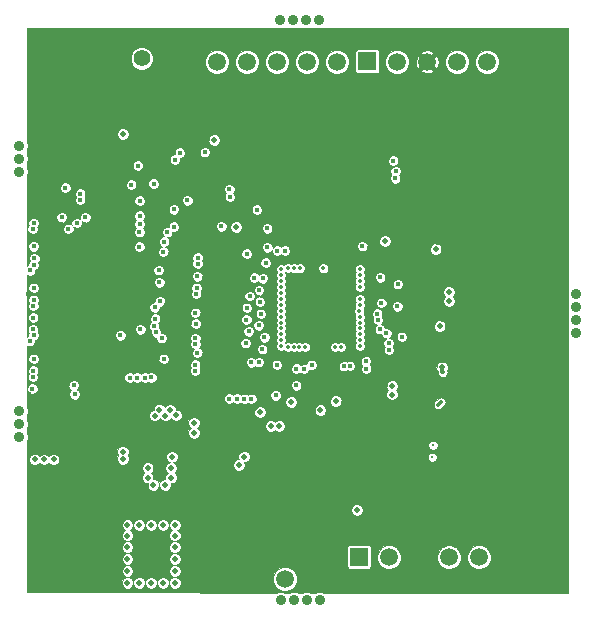
<source format=gbr>
%FSLAX34Y34*%
G04 Gerber Fmt 3.4, Leading zero omitted, Abs format*
G04 (created by PCBNEW (2013-10-29 BZR 4389)-product) date 1/27/2015 9:26:37 PM*
%MOIN*%
G01*
G70*
G90*
G04 APERTURE LIST*
%ADD10C,0.005906*%
%ADD11C,0.015700*%
%ADD12C,0.043200*%
%ADD13C,0.019500*%
%ADD14C,0.035400*%
%ADD15C,0.216500*%
%ADD16C,0.051000*%
%ADD17C,0.055000*%
%ADD18C,0.059700*%
%ADD19R,0.059700X0.059700*%
%ADD20C,0.011700*%
%ADD21C,0.019600*%
%ADD22C,0.013800*%
%ADD23C,0.012200*%
%ADD24C,0.003900*%
G04 APERTURE END LIST*
G54D10*
G54D11*
X61338Y-33307D03*
X60708Y-32598D03*
X61181Y-32598D03*
X60787Y-33307D03*
X62598Y-33307D03*
X62677Y-32598D03*
X62047Y-32598D03*
X62047Y-33307D03*
X64448Y-30866D03*
X63523Y-31023D03*
X63917Y-31023D03*
X64842Y-30866D03*
X63937Y-33228D03*
X63444Y-32637D03*
X60236Y-32598D03*
X63307Y-33228D03*
X54409Y-33307D03*
X54409Y-32992D03*
X54803Y-32992D03*
X54803Y-33307D03*
X55669Y-33307D03*
X55669Y-32992D03*
X55275Y-32992D03*
X55275Y-33307D03*
X52047Y-32913D03*
X59763Y-33307D03*
X60157Y-33307D03*
X52440Y-32913D03*
X51574Y-32913D03*
X59291Y-33307D03*
X58818Y-33307D03*
X51181Y-32913D03*
X56574Y-31023D03*
X60118Y-31023D03*
X60511Y-31023D03*
X56968Y-31023D03*
X57834Y-31023D03*
X61377Y-31023D03*
X60984Y-31023D03*
X57440Y-31023D03*
X59173Y-31023D03*
X62716Y-31023D03*
X63110Y-31023D03*
X59566Y-31023D03*
X58700Y-31023D03*
X62244Y-31023D03*
X61850Y-31023D03*
X58307Y-31023D03*
X49842Y-30826D03*
X54803Y-31003D03*
X55196Y-31003D03*
X50236Y-30826D03*
X48917Y-31200D03*
X56062Y-31003D03*
X55669Y-31003D03*
X50708Y-30826D03*
X48976Y-30826D03*
X53937Y-31003D03*
X54330Y-31003D03*
X49370Y-30826D03*
X48503Y-30826D03*
X53464Y-31003D03*
X53070Y-31003D03*
X48110Y-30826D03*
X56141Y-33307D03*
X56141Y-32992D03*
X56535Y-32992D03*
X56535Y-33307D03*
X57401Y-33307D03*
X57401Y-32992D03*
X57007Y-32992D03*
X57007Y-33307D03*
X49606Y-33858D03*
X49606Y-33543D03*
X50000Y-33543D03*
X50000Y-33858D03*
X49133Y-33858D03*
X49133Y-33543D03*
X48740Y-33543D03*
X48740Y-33858D03*
X64488Y-49370D03*
X64251Y-46535D03*
X64645Y-46535D03*
X64881Y-49370D03*
X65748Y-49370D03*
X65511Y-46535D03*
X65118Y-46535D03*
X65354Y-49370D03*
X62992Y-47086D03*
X62992Y-46771D03*
X63385Y-46771D03*
X63385Y-47086D03*
X62519Y-47086D03*
X62519Y-46771D03*
X62125Y-46771D03*
X62125Y-47086D03*
X63543Y-46141D03*
X63543Y-45826D03*
X63937Y-45826D03*
X63937Y-46141D03*
X63937Y-43858D03*
X63937Y-43543D03*
X63543Y-43543D03*
X63543Y-43858D03*
X63543Y-34409D03*
X63543Y-34094D03*
X63937Y-34094D03*
X63937Y-34409D03*
X63937Y-36535D03*
X63937Y-36220D03*
X63543Y-36220D03*
X63543Y-36535D03*
X64173Y-33779D03*
X64330Y-36850D03*
X64724Y-36850D03*
X64566Y-33779D03*
X65433Y-33779D03*
X65590Y-36850D03*
X65196Y-36850D03*
X65039Y-33779D03*
X52047Y-33307D03*
X65118Y-43307D03*
X65511Y-43307D03*
X52440Y-33307D03*
X51574Y-33307D03*
X64645Y-43307D03*
X64251Y-43307D03*
X51181Y-33307D03*
X65511Y-46850D03*
X65826Y-46850D03*
X65826Y-46535D03*
X65826Y-47165D03*
X60314Y-49370D03*
X60314Y-49055D03*
X60708Y-49055D03*
X60708Y-49370D03*
X61574Y-49370D03*
X61574Y-49055D03*
X61181Y-49055D03*
X61181Y-49370D03*
X62913Y-49370D03*
X62913Y-49055D03*
X63307Y-49055D03*
X63307Y-49370D03*
X62440Y-49370D03*
X62440Y-49055D03*
X62047Y-49055D03*
X62047Y-49370D03*
X58661Y-49370D03*
X58661Y-49055D03*
X64015Y-49370D03*
X65905Y-48661D03*
X65590Y-49055D03*
X65905Y-49055D03*
X63464Y-47559D03*
X63779Y-47086D03*
X59921Y-49370D03*
X59921Y-49055D03*
X58188Y-49055D03*
X58188Y-49370D03*
X59448Y-49370D03*
X59448Y-49055D03*
X59055Y-49055D03*
X59055Y-49370D03*
X54409Y-48661D03*
X57007Y-46299D03*
X56614Y-46299D03*
X54803Y-48661D03*
X55669Y-48661D03*
X59448Y-46299D03*
X59055Y-46299D03*
X55275Y-48661D03*
X50236Y-49370D03*
X48976Y-49370D03*
X48818Y-49055D03*
X53937Y-48661D03*
X49763Y-49370D03*
X48503Y-49370D03*
X48110Y-49370D03*
X49370Y-49370D03*
X55433Y-46771D03*
X54173Y-48346D03*
X54566Y-48346D03*
X55826Y-46771D03*
X56692Y-46771D03*
X53779Y-47795D03*
X55039Y-48346D03*
X56299Y-46771D03*
X58031Y-46771D03*
X58425Y-46771D03*
X57559Y-46771D03*
X53779Y-47244D03*
X54251Y-47795D03*
X57165Y-46771D03*
X48976Y-35354D03*
X49527Y-36692D03*
X49133Y-36456D03*
X48897Y-35039D03*
X48976Y-43543D03*
X49291Y-43543D03*
X49291Y-43149D03*
X48976Y-43149D03*
X53779Y-37795D03*
X54330Y-37795D03*
X54173Y-39133D03*
X54015Y-41338D03*
X49763Y-43543D03*
X50078Y-43543D03*
X50078Y-43149D03*
X49763Y-43149D03*
X54803Y-44094D03*
X55669Y-44960D03*
X55433Y-43464D03*
X54566Y-42362D03*
X48110Y-34724D03*
X48582Y-34409D03*
X48582Y-34803D03*
X48110Y-35118D03*
X48110Y-45669D03*
X48425Y-45669D03*
X48582Y-35275D03*
X48110Y-35590D03*
X48110Y-47007D03*
X48425Y-47007D03*
X48425Y-47401D03*
X48110Y-47401D03*
X48110Y-46535D03*
X48425Y-46535D03*
X48425Y-46141D03*
X48110Y-46141D03*
X48110Y-33543D03*
X48110Y-31181D03*
X48110Y-31574D03*
X48110Y-33937D03*
X48818Y-33228D03*
X50787Y-32992D03*
X50629Y-31259D03*
X48110Y-34409D03*
X48110Y-32755D03*
X48425Y-32755D03*
X48425Y-33149D03*
X48110Y-33149D03*
X48110Y-32283D03*
X48425Y-32283D03*
X48425Y-31889D03*
X48110Y-31889D03*
X48110Y-47795D03*
X48425Y-47795D03*
X48425Y-48188D03*
X48110Y-48188D03*
X48110Y-49055D03*
X48425Y-49055D03*
X48425Y-48661D03*
X48110Y-48661D03*
X50787Y-48818D03*
X50314Y-46771D03*
X50708Y-47086D03*
X50393Y-49133D03*
X48740Y-47086D03*
X49763Y-46692D03*
X49212Y-46771D03*
X48897Y-46771D03*
X49448Y-39133D03*
X49763Y-39133D03*
X49763Y-39527D03*
X49448Y-39527D03*
X49370Y-38031D03*
X49763Y-38188D03*
X48976Y-38188D03*
X50157Y-38031D03*
X49527Y-40157D03*
X49842Y-40157D03*
X49842Y-40551D03*
X49527Y-40551D03*
X49370Y-41417D03*
X49921Y-41417D03*
X49921Y-41889D03*
X49370Y-41889D03*
X65826Y-33700D03*
X65826Y-33228D03*
X65433Y-33385D03*
X65905Y-31496D03*
X65826Y-38425D03*
X65826Y-41181D03*
X65826Y-40787D03*
X65826Y-38031D03*
X65826Y-39763D03*
X54566Y-33779D03*
X56771Y-33779D03*
X65826Y-40157D03*
X65826Y-39291D03*
X65826Y-42047D03*
X65826Y-41653D03*
X65826Y-38897D03*
X65905Y-36850D03*
X63700Y-33700D03*
X63622Y-40393D03*
X63543Y-38267D03*
X63543Y-38661D03*
X63622Y-40787D03*
X63622Y-41653D03*
X63543Y-39527D03*
X63543Y-39133D03*
X63622Y-41259D03*
X63622Y-42992D03*
X63149Y-42204D03*
X63070Y-39842D03*
X63149Y-42598D03*
X63622Y-42519D03*
X65905Y-43307D03*
X63543Y-40000D03*
X63622Y-42125D03*
X63070Y-40236D03*
X63543Y-37401D03*
X63070Y-37480D03*
X63070Y-37874D03*
X63543Y-37795D03*
X63543Y-36929D03*
X61653Y-33779D03*
X59212Y-33779D03*
X63937Y-36850D03*
X61496Y-46377D03*
X58346Y-47795D03*
X58346Y-48661D03*
X63622Y-46535D03*
X63858Y-46771D03*
X58346Y-48267D03*
G54D12*
X49554Y-45454D03*
X49554Y-35062D03*
G54D13*
X56102Y-43975D03*
G54D11*
X61386Y-35540D03*
X61024Y-35536D03*
X61024Y-35198D03*
X61394Y-35193D03*
G54D14*
X47725Y-34630D03*
X47725Y-35063D03*
X47725Y-35496D03*
X47725Y-44335D03*
X47725Y-43902D03*
X47725Y-43469D03*
X66268Y-39571D03*
X66268Y-40004D03*
X66268Y-40437D03*
X66268Y-40870D03*
G54D11*
X58299Y-40354D03*
X58299Y-39921D03*
X58082Y-40138D03*
X58515Y-40138D03*
X61011Y-37386D03*
X62078Y-44708D03*
X62275Y-44901D03*
X58732Y-40354D03*
X57866Y-40354D03*
X57433Y-40354D03*
X57000Y-40354D03*
X56783Y-40571D03*
X57216Y-40571D03*
X57653Y-40571D03*
X58082Y-40571D03*
X58515Y-40571D03*
X58515Y-41004D03*
X58082Y-41004D03*
X57653Y-41004D03*
X57216Y-41004D03*
X56783Y-41004D03*
X57000Y-40787D03*
X57433Y-40787D03*
X58299Y-40787D03*
X57866Y-40787D03*
X58732Y-40787D03*
X58732Y-39921D03*
X57866Y-39921D03*
X57433Y-39921D03*
X57000Y-39921D03*
X56783Y-40138D03*
X57216Y-40138D03*
X57653Y-40138D03*
X58515Y-39705D03*
X58082Y-39705D03*
X57653Y-39705D03*
X57216Y-39705D03*
X56783Y-39705D03*
X57000Y-39488D03*
X57433Y-39488D03*
X58299Y-39488D03*
X57866Y-39488D03*
X58732Y-39488D03*
X58732Y-39055D03*
X57866Y-39055D03*
X58299Y-39055D03*
X57433Y-39055D03*
X57000Y-39055D03*
X56783Y-39272D03*
X57216Y-39272D03*
X57653Y-39272D03*
X58082Y-39272D03*
X58515Y-39272D03*
G54D13*
X48861Y-45087D03*
X48546Y-45087D03*
X48231Y-45087D03*
X52389Y-43424D03*
X52744Y-43424D03*
X52941Y-43620D03*
X52586Y-43621D03*
X52782Y-45375D03*
X52782Y-45690D03*
X52584Y-45927D03*
X52190Y-45927D03*
X51994Y-45690D03*
X51994Y-45375D03*
G54D15*
X49752Y-32228D03*
X64791Y-32228D03*
X64791Y-47975D03*
X49752Y-47975D03*
G54D13*
X56378Y-43975D03*
X52232Y-43621D03*
X52112Y-49195D03*
X51720Y-49197D03*
X52507Y-49197D03*
X51325Y-49197D03*
X52902Y-49197D03*
X51325Y-48802D03*
X51325Y-48410D03*
X51325Y-48015D03*
X51325Y-47622D03*
X51325Y-47267D03*
X51720Y-47267D03*
X52114Y-47267D03*
X52507Y-47267D03*
X52900Y-47267D03*
X52900Y-47622D03*
X52900Y-48015D03*
X52900Y-48410D03*
X52900Y-48802D03*
G54D14*
X56426Y-49768D03*
X56859Y-49768D03*
X57292Y-49768D03*
X57726Y-49768D03*
X56425Y-30437D03*
X56858Y-30437D03*
X57291Y-30437D03*
X57725Y-30437D03*
G54D16*
X51299Y-32217D03*
X52299Y-32217D03*
X52299Y-31217D03*
X51299Y-31217D03*
G54D17*
X51799Y-31717D03*
G54D18*
X58307Y-31834D03*
X57307Y-31834D03*
X56307Y-31834D03*
X55307Y-31834D03*
G54D19*
X53307Y-31814D03*
G54D18*
X54307Y-31834D03*
G54D19*
X57576Y-49079D03*
G54D18*
X56576Y-49079D03*
X63314Y-31834D03*
X62314Y-31834D03*
X61314Y-31834D03*
G54D19*
X59314Y-31814D03*
G54D18*
X60314Y-31834D03*
X63043Y-48350D03*
X62043Y-48350D03*
X61043Y-48350D03*
G54D19*
X59043Y-48330D03*
G54D18*
X60043Y-48350D03*
G54D20*
X61685Y-43255D03*
G54D13*
X56783Y-43173D03*
X61728Y-40646D03*
X61821Y-42018D03*
X61594Y-38083D03*
X55748Y-43512D03*
X55032Y-45276D03*
G54D20*
X61488Y-45011D03*
G54D13*
X58976Y-46772D03*
G54D11*
X60177Y-35130D03*
G54D13*
X54949Y-37343D03*
G54D11*
X52646Y-37508D03*
G54D13*
X54221Y-34441D03*
X51169Y-34244D03*
X57756Y-43449D03*
G54D11*
X56949Y-42618D03*
G54D13*
X58264Y-43146D03*
X60142Y-42921D03*
G54D11*
X55299Y-38228D03*
G54D13*
X62039Y-39803D03*
X59910Y-37815D03*
X62036Y-39500D03*
G54D11*
X49256Y-36028D03*
X53323Y-36453D03*
G54D20*
X60677Y-34807D03*
X61985Y-44190D03*
X62578Y-44440D03*
X61988Y-45425D03*
G54D13*
X50921Y-43799D03*
X51012Y-36701D03*
G54D11*
X48154Y-36225D03*
X48154Y-35831D03*
G54D13*
X48158Y-36717D03*
X48150Y-39079D03*
X48189Y-41437D03*
G54D11*
X48032Y-37599D03*
X48047Y-38189D03*
X48024Y-39571D03*
X48028Y-40551D03*
X48032Y-41933D03*
X48032Y-42918D03*
X48197Y-43508D03*
G54D13*
X48138Y-43807D03*
G54D11*
X48102Y-44492D03*
X50921Y-44492D03*
G54D13*
X58002Y-47500D03*
G54D11*
X59961Y-44311D03*
X58626Y-44390D03*
X58413Y-43508D03*
X60205Y-43484D03*
X59882Y-37386D03*
X58256Y-36228D03*
X57106Y-36587D03*
G54D13*
X58616Y-45230D03*
G54D11*
X61102Y-40835D03*
G54D13*
X57668Y-44518D03*
G54D11*
X52012Y-34799D03*
X61264Y-40071D03*
X54457Y-43477D03*
G54D13*
X53465Y-45815D03*
G54D11*
X54579Y-44225D03*
G54D13*
X54268Y-46508D03*
X57984Y-48284D03*
G54D11*
X61957Y-34823D03*
X60906Y-36260D03*
X61957Y-35933D03*
X62154Y-36559D03*
X61228Y-42177D03*
X60882Y-38087D03*
X60780Y-39406D03*
X59350Y-37213D03*
G54D21*
X56091Y-35378D03*
X55579Y-35130D03*
G54D11*
X59508Y-36051D03*
X59650Y-35925D03*
X57094Y-35291D03*
X58354Y-35528D03*
X58370Y-36783D03*
X48165Y-37402D03*
X60266Y-35482D03*
X48193Y-37205D03*
X60246Y-35719D03*
X49565Y-42918D03*
X49132Y-37012D03*
G54D20*
X61511Y-44618D03*
G54D13*
X55217Y-44988D03*
G54D11*
X55288Y-40421D03*
X55701Y-40618D03*
X55366Y-40819D03*
X55705Y-41839D03*
G54D22*
X59065Y-40325D03*
G54D11*
X51732Y-36461D03*
X53591Y-41236D03*
G54D22*
X56447Y-41309D03*
G54D11*
X59951Y-40876D03*
X51728Y-36957D03*
G54D22*
X59065Y-40522D03*
G54D11*
X52870Y-37327D03*
X51728Y-37240D03*
X52870Y-36752D03*
X59669Y-40425D03*
X55736Y-39831D03*
X53906Y-34843D03*
X48193Y-37984D03*
X60319Y-39984D03*
X52906Y-35095D03*
X52543Y-37827D03*
G54D22*
X56870Y-38720D03*
G54D11*
X55981Y-37386D03*
G54D22*
X59065Y-38750D03*
G54D11*
X57205Y-42071D03*
X60473Y-41000D03*
G54D22*
X59065Y-40915D03*
X59065Y-39341D03*
G54D11*
X60339Y-39244D03*
X57465Y-41937D03*
G54D22*
X57254Y-41339D03*
G54D13*
X52811Y-44992D03*
X53539Y-43862D03*
X53539Y-44197D03*
G54D11*
X60030Y-41211D03*
G54D22*
X59075Y-41112D03*
G54D11*
X60039Y-41437D03*
X55638Y-36756D03*
G54D22*
X57067Y-38720D03*
G54D11*
X59272Y-41807D03*
X59748Y-39020D03*
G54D22*
X58238Y-41339D03*
X59065Y-39144D03*
X59065Y-38947D03*
X59055Y-40128D03*
X57854Y-38720D03*
G54D11*
X59150Y-37972D03*
G54D22*
X57057Y-41339D03*
G54D11*
X55933Y-38528D03*
G54D22*
X56437Y-39734D03*
X56437Y-40325D03*
G54D11*
X56260Y-42953D03*
G54D22*
X56860Y-41339D03*
G54D13*
X60154Y-42638D03*
G54D22*
X59065Y-41309D03*
X59065Y-39931D03*
G54D11*
X55394Y-39638D03*
X53650Y-41536D03*
G54D22*
X56437Y-41112D03*
G54D11*
X53583Y-40201D03*
G54D22*
X56437Y-39931D03*
G54D11*
X55831Y-39047D03*
G54D22*
X56437Y-40915D03*
G54D11*
X53579Y-41925D03*
X53602Y-40559D03*
G54D22*
X56437Y-40128D03*
G54D11*
X55303Y-40032D03*
X53662Y-38355D03*
G54D22*
X56437Y-38750D03*
G54D11*
X55709Y-39445D03*
X56957Y-42059D03*
G54D22*
X56663Y-41339D03*
G54D11*
X52193Y-35890D03*
X59740Y-40740D03*
X54453Y-37319D03*
X51721Y-37508D03*
X54721Y-36075D03*
X59787Y-39870D03*
X55555Y-39028D03*
G54D22*
X56437Y-38947D03*
G54D11*
X53662Y-38555D03*
X53610Y-39571D03*
G54D22*
X56437Y-39537D03*
G54D11*
X53626Y-39370D03*
G54D22*
X56437Y-39341D03*
G54D11*
X53579Y-42122D03*
G54D22*
X56437Y-40719D03*
G54D11*
X55772Y-40232D03*
X55890Y-41016D03*
X55260Y-41209D03*
X55815Y-41406D03*
X55445Y-41846D03*
X56303Y-41937D03*
X53650Y-38981D03*
G54D22*
X56437Y-39144D03*
G54D11*
X53587Y-41040D03*
G54D22*
X56437Y-40522D03*
G54D11*
X59646Y-40225D03*
X54736Y-36331D03*
X49354Y-37402D03*
X53071Y-34862D03*
X52276Y-40847D03*
X52248Y-40394D03*
X48185Y-39965D03*
X48221Y-38386D03*
X52516Y-38162D03*
X48201Y-39768D03*
X52232Y-40016D03*
X48197Y-39370D03*
X52402Y-39815D03*
X48079Y-38783D03*
X52386Y-39181D03*
X48193Y-38591D03*
X52366Y-38772D03*
G54D22*
X59065Y-39734D03*
G54D11*
X51445Y-35929D03*
X52213Y-40654D03*
X48181Y-40355D03*
X55984Y-38016D03*
X56319Y-38122D03*
X56575Y-38130D03*
G54D22*
X56673Y-38711D03*
G54D11*
X49744Y-36425D03*
X49634Y-37205D03*
X49917Y-37012D03*
X49748Y-36225D03*
X51717Y-37992D03*
X52535Y-41732D03*
X48173Y-42331D03*
X52118Y-42354D03*
X54984Y-43063D03*
X48173Y-40748D03*
X55453Y-43067D03*
X51752Y-40748D03*
X48181Y-42130D03*
X51917Y-42355D03*
X48197Y-41732D03*
X51398Y-42355D03*
X48075Y-41142D03*
X51638Y-42355D03*
X48201Y-40949D03*
X54721Y-43055D03*
X51091Y-40949D03*
X55225Y-43067D03*
G54D22*
X59065Y-40719D03*
G54D11*
X51669Y-35288D03*
G54D22*
X58435Y-41339D03*
G54D11*
X58536Y-41973D03*
X59281Y-42067D03*
X58740Y-41969D03*
X52465Y-41043D03*
X49535Y-42618D03*
X48154Y-42725D03*
G54D13*
X51169Y-44827D03*
X51169Y-45063D03*
G54D23*
X61821Y-42018D02*
X61821Y-42167D01*
X61821Y-42167D02*
X61834Y-42181D01*
X61771Y-43169D02*
X61685Y-43255D01*
X61771Y-43169D02*
X61685Y-43255D01*
G54D10*
G36*
X66004Y-49547D02*
X63710Y-49542D01*
X63710Y-31755D01*
X63649Y-31609D01*
X63538Y-31498D01*
X63393Y-31438D01*
X63235Y-31437D01*
X63089Y-31498D01*
X62978Y-31609D01*
X62918Y-31754D01*
X62917Y-31912D01*
X62978Y-32058D01*
X63089Y-32169D01*
X63234Y-32229D01*
X63392Y-32230D01*
X63538Y-32169D01*
X63649Y-32058D01*
X63709Y-31913D01*
X63710Y-31755D01*
X63710Y-49542D01*
X63439Y-49541D01*
X63439Y-48271D01*
X63378Y-48125D01*
X63267Y-48014D01*
X63122Y-47954D01*
X62964Y-47953D01*
X62818Y-48014D01*
X62710Y-48122D01*
X62710Y-31755D01*
X62649Y-31609D01*
X62538Y-31498D01*
X62393Y-31438D01*
X62235Y-31437D01*
X62089Y-31498D01*
X61978Y-31609D01*
X61918Y-31754D01*
X61917Y-31912D01*
X61978Y-32058D01*
X62089Y-32169D01*
X62234Y-32229D01*
X62392Y-32230D01*
X62538Y-32169D01*
X62649Y-32058D01*
X62709Y-31913D01*
X62710Y-31755D01*
X62710Y-48122D01*
X62707Y-48125D01*
X62647Y-48270D01*
X62646Y-48428D01*
X62707Y-48574D01*
X62818Y-48685D01*
X62963Y-48745D01*
X63121Y-48746D01*
X63267Y-48685D01*
X63378Y-48574D01*
X63438Y-48429D01*
X63439Y-48271D01*
X63439Y-49541D01*
X62439Y-49539D01*
X62439Y-48271D01*
X62378Y-48125D01*
X62267Y-48014D01*
X62234Y-48000D01*
X62234Y-39764D01*
X62204Y-39692D01*
X62161Y-39649D01*
X62201Y-39610D01*
X62230Y-39538D01*
X62231Y-39461D01*
X62201Y-39389D01*
X62146Y-39334D01*
X62074Y-39305D01*
X61997Y-39304D01*
X61925Y-39334D01*
X61870Y-39389D01*
X61841Y-39461D01*
X61840Y-39538D01*
X61870Y-39610D01*
X61913Y-39653D01*
X61873Y-39692D01*
X61844Y-39764D01*
X61843Y-39841D01*
X61873Y-39913D01*
X61928Y-39968D01*
X62000Y-39997D01*
X62077Y-39998D01*
X62149Y-39968D01*
X62204Y-39913D01*
X62233Y-39841D01*
X62234Y-39764D01*
X62234Y-48000D01*
X62122Y-47954D01*
X62016Y-47953D01*
X62016Y-41979D01*
X61986Y-41907D01*
X61931Y-41852D01*
X61923Y-41849D01*
X61923Y-40607D01*
X61893Y-40535D01*
X61838Y-40480D01*
X61789Y-40460D01*
X61789Y-38044D01*
X61759Y-37972D01*
X61704Y-37917D01*
X61698Y-37915D01*
X61698Y-31849D01*
X61674Y-31700D01*
X61663Y-31673D01*
X61619Y-31634D01*
X61513Y-31740D01*
X61513Y-31528D01*
X61474Y-31484D01*
X61329Y-31449D01*
X61180Y-31473D01*
X61153Y-31484D01*
X61114Y-31528D01*
X61314Y-31727D01*
X61513Y-31528D01*
X61513Y-31740D01*
X61420Y-31834D01*
X61619Y-32033D01*
X61663Y-31994D01*
X61698Y-31849D01*
X61698Y-37915D01*
X61632Y-37888D01*
X61555Y-37887D01*
X61513Y-37905D01*
X61513Y-32139D01*
X61314Y-31940D01*
X61207Y-32046D01*
X61207Y-31834D01*
X61008Y-31634D01*
X60964Y-31673D01*
X60929Y-31818D01*
X60953Y-31967D01*
X60964Y-31994D01*
X61008Y-32033D01*
X61207Y-31834D01*
X61207Y-32046D01*
X61114Y-32139D01*
X61153Y-32183D01*
X61298Y-32218D01*
X61447Y-32194D01*
X61474Y-32183D01*
X61513Y-32139D01*
X61513Y-37905D01*
X61483Y-37917D01*
X61428Y-37972D01*
X61399Y-38044D01*
X61398Y-38121D01*
X61428Y-38193D01*
X61483Y-38248D01*
X61555Y-38277D01*
X61632Y-38278D01*
X61704Y-38248D01*
X61759Y-38193D01*
X61788Y-38121D01*
X61789Y-38044D01*
X61789Y-40460D01*
X61766Y-40451D01*
X61689Y-40450D01*
X61617Y-40480D01*
X61562Y-40535D01*
X61533Y-40607D01*
X61532Y-40684D01*
X61562Y-40756D01*
X61617Y-40811D01*
X61689Y-40840D01*
X61766Y-40841D01*
X61838Y-40811D01*
X61893Y-40756D01*
X61922Y-40684D01*
X61923Y-40607D01*
X61923Y-41849D01*
X61859Y-41823D01*
X61782Y-41822D01*
X61710Y-41852D01*
X61655Y-41907D01*
X61626Y-41979D01*
X61625Y-42056D01*
X61655Y-42128D01*
X61662Y-42135D01*
X61662Y-42167D01*
X61674Y-42228D01*
X61708Y-42279D01*
X61722Y-42293D01*
X61773Y-42327D01*
X61834Y-42339D01*
X61895Y-42327D01*
X61946Y-42293D01*
X61981Y-42241D01*
X61993Y-42181D01*
X61983Y-42131D01*
X61986Y-42128D01*
X62015Y-42056D01*
X62016Y-41979D01*
X62016Y-47953D01*
X61964Y-47953D01*
X61930Y-47968D01*
X61930Y-43169D01*
X61918Y-43108D01*
X61883Y-43057D01*
X61832Y-43022D01*
X61771Y-43010D01*
X61710Y-43022D01*
X61659Y-43057D01*
X61572Y-43143D01*
X61565Y-43154D01*
X61552Y-43167D01*
X61545Y-43184D01*
X61538Y-43195D01*
X61536Y-43207D01*
X61529Y-43224D01*
X61529Y-43243D01*
X61526Y-43255D01*
X61529Y-43268D01*
X61529Y-43286D01*
X61536Y-43303D01*
X61538Y-43316D01*
X61545Y-43327D01*
X61552Y-43344D01*
X61565Y-43357D01*
X61572Y-43367D01*
X61583Y-43375D01*
X61596Y-43388D01*
X61613Y-43395D01*
X61624Y-43402D01*
X61636Y-43404D01*
X61653Y-43411D01*
X61672Y-43411D01*
X61685Y-43414D01*
X61697Y-43411D01*
X61715Y-43411D01*
X61733Y-43404D01*
X61745Y-43402D01*
X61756Y-43395D01*
X61773Y-43388D01*
X61786Y-43375D01*
X61797Y-43367D01*
X61883Y-43281D01*
X61918Y-43229D01*
X61930Y-43169D01*
X61930Y-47968D01*
X61818Y-48014D01*
X61707Y-48125D01*
X61667Y-48220D01*
X61667Y-44587D01*
X61644Y-44529D01*
X61600Y-44485D01*
X61542Y-44462D01*
X61480Y-44462D01*
X61423Y-44485D01*
X61379Y-44529D01*
X61355Y-44586D01*
X61355Y-44649D01*
X61379Y-44706D01*
X61423Y-44750D01*
X61480Y-44774D01*
X61542Y-44774D01*
X61600Y-44750D01*
X61643Y-44706D01*
X61667Y-44649D01*
X61667Y-44587D01*
X61667Y-48220D01*
X61647Y-48270D01*
X61646Y-48428D01*
X61707Y-48574D01*
X61818Y-48685D01*
X61963Y-48745D01*
X62121Y-48746D01*
X62267Y-48685D01*
X62378Y-48574D01*
X62438Y-48429D01*
X62439Y-48271D01*
X62439Y-49539D01*
X61644Y-49538D01*
X61644Y-44980D01*
X61620Y-44923D01*
X61576Y-44879D01*
X61519Y-44855D01*
X61457Y-44855D01*
X61399Y-44879D01*
X61356Y-44923D01*
X61332Y-44980D01*
X61332Y-45042D01*
X61355Y-45100D01*
X61399Y-45143D01*
X61457Y-45167D01*
X61519Y-45167D01*
X61576Y-45144D01*
X61620Y-45100D01*
X61644Y-45042D01*
X61644Y-44980D01*
X61644Y-49538D01*
X60710Y-49536D01*
X60710Y-31755D01*
X60649Y-31609D01*
X60538Y-31498D01*
X60393Y-31438D01*
X60235Y-31437D01*
X60089Y-31498D01*
X59978Y-31609D01*
X59918Y-31754D01*
X59917Y-31912D01*
X59978Y-32058D01*
X60089Y-32169D01*
X60234Y-32229D01*
X60392Y-32230D01*
X60538Y-32169D01*
X60649Y-32058D01*
X60709Y-31913D01*
X60710Y-31755D01*
X60710Y-49536D01*
X60649Y-49535D01*
X60649Y-40965D01*
X60622Y-40900D01*
X60572Y-40850D01*
X60515Y-40826D01*
X60515Y-39209D01*
X60488Y-39144D01*
X60442Y-39098D01*
X60442Y-35447D01*
X60415Y-35382D01*
X60365Y-35332D01*
X60353Y-35327D01*
X60353Y-35095D01*
X60326Y-35030D01*
X60276Y-34980D01*
X60212Y-34954D01*
X60142Y-34953D01*
X60077Y-34980D01*
X60027Y-35030D01*
X60001Y-35094D01*
X60000Y-35164D01*
X60027Y-35229D01*
X60077Y-35279D01*
X60141Y-35305D01*
X60211Y-35306D01*
X60276Y-35279D01*
X60326Y-35229D01*
X60352Y-35165D01*
X60353Y-35095D01*
X60353Y-35327D01*
X60301Y-35306D01*
X60231Y-35305D01*
X60166Y-35332D01*
X60116Y-35382D01*
X60090Y-35446D01*
X60089Y-35516D01*
X60116Y-35581D01*
X60125Y-35590D01*
X60096Y-35619D01*
X60070Y-35683D01*
X60069Y-35753D01*
X60096Y-35818D01*
X60146Y-35868D01*
X60210Y-35894D01*
X60280Y-35895D01*
X60345Y-35868D01*
X60395Y-35818D01*
X60421Y-35754D01*
X60422Y-35684D01*
X60395Y-35619D01*
X60386Y-35610D01*
X60415Y-35581D01*
X60441Y-35517D01*
X60442Y-35447D01*
X60442Y-39098D01*
X60438Y-39094D01*
X60374Y-39068D01*
X60304Y-39067D01*
X60239Y-39094D01*
X60189Y-39144D01*
X60163Y-39208D01*
X60162Y-39278D01*
X60189Y-39343D01*
X60239Y-39393D01*
X60303Y-39419D01*
X60373Y-39420D01*
X60438Y-39393D01*
X60488Y-39343D01*
X60514Y-39279D01*
X60515Y-39209D01*
X60515Y-40826D01*
X60508Y-40824D01*
X60495Y-40824D01*
X60495Y-39949D01*
X60468Y-39884D01*
X60418Y-39834D01*
X60354Y-39808D01*
X60284Y-39807D01*
X60219Y-39834D01*
X60169Y-39884D01*
X60143Y-39948D01*
X60142Y-40018D01*
X60169Y-40083D01*
X60219Y-40133D01*
X60283Y-40159D01*
X60353Y-40160D01*
X60418Y-40133D01*
X60468Y-40083D01*
X60494Y-40019D01*
X60495Y-39949D01*
X60495Y-40824D01*
X60438Y-40823D01*
X60373Y-40850D01*
X60323Y-40900D01*
X60297Y-40964D01*
X60296Y-41034D01*
X60323Y-41099D01*
X60373Y-41149D01*
X60437Y-41175D01*
X60507Y-41176D01*
X60572Y-41149D01*
X60622Y-41099D01*
X60648Y-41035D01*
X60649Y-40965D01*
X60649Y-49535D01*
X60439Y-49535D01*
X60439Y-48271D01*
X60378Y-48125D01*
X60349Y-48096D01*
X60349Y-42599D01*
X60319Y-42527D01*
X60264Y-42472D01*
X60215Y-42452D01*
X60215Y-41402D01*
X60188Y-41337D01*
X60170Y-41319D01*
X60179Y-41310D01*
X60205Y-41246D01*
X60206Y-41176D01*
X60179Y-41111D01*
X60129Y-41061D01*
X60065Y-41035D01*
X60027Y-41034D01*
X60050Y-41025D01*
X60100Y-40975D01*
X60126Y-40911D01*
X60127Y-40841D01*
X60105Y-40787D01*
X60105Y-37776D01*
X60075Y-37704D01*
X60020Y-37649D01*
X59948Y-37620D01*
X59871Y-37619D01*
X59799Y-37649D01*
X59744Y-37704D01*
X59715Y-37776D01*
X59714Y-37853D01*
X59744Y-37925D01*
X59799Y-37980D01*
X59871Y-38009D01*
X59948Y-38010D01*
X60020Y-37980D01*
X60075Y-37925D01*
X60104Y-37853D01*
X60105Y-37776D01*
X60105Y-40787D01*
X60100Y-40776D01*
X60050Y-40726D01*
X59986Y-40700D01*
X59963Y-40700D01*
X59963Y-39835D01*
X59936Y-39770D01*
X59924Y-39758D01*
X59924Y-38985D01*
X59897Y-38920D01*
X59847Y-38870D01*
X59783Y-38844D01*
X59713Y-38843D01*
X59710Y-38845D01*
X59710Y-32131D01*
X59710Y-32093D01*
X59710Y-31496D01*
X59695Y-31460D01*
X59667Y-31432D01*
X59631Y-31418D01*
X59593Y-31418D01*
X58996Y-31418D01*
X58960Y-31432D01*
X58932Y-31460D01*
X58918Y-31496D01*
X58918Y-31534D01*
X58918Y-32131D01*
X58932Y-32167D01*
X58960Y-32195D01*
X58996Y-32210D01*
X59034Y-32210D01*
X59631Y-32210D01*
X59667Y-32195D01*
X59695Y-32167D01*
X59710Y-32131D01*
X59710Y-38845D01*
X59648Y-38870D01*
X59598Y-38920D01*
X59572Y-38984D01*
X59571Y-39054D01*
X59598Y-39119D01*
X59648Y-39169D01*
X59712Y-39195D01*
X59782Y-39196D01*
X59847Y-39169D01*
X59897Y-39119D01*
X59923Y-39055D01*
X59924Y-38985D01*
X59924Y-39758D01*
X59886Y-39720D01*
X59822Y-39694D01*
X59752Y-39693D01*
X59687Y-39720D01*
X59637Y-39770D01*
X59611Y-39834D01*
X59610Y-39904D01*
X59637Y-39969D01*
X59687Y-40019D01*
X59751Y-40045D01*
X59821Y-40046D01*
X59886Y-40019D01*
X59936Y-39969D01*
X59962Y-39905D01*
X59963Y-39835D01*
X59963Y-40700D01*
X59916Y-40699D01*
X59914Y-40700D01*
X59889Y-40640D01*
X59839Y-40590D01*
X59777Y-40565D01*
X59818Y-40524D01*
X59844Y-40460D01*
X59845Y-40390D01*
X59818Y-40325D01*
X59801Y-40308D01*
X59821Y-40260D01*
X59822Y-40190D01*
X59795Y-40125D01*
X59745Y-40075D01*
X59681Y-40049D01*
X59611Y-40048D01*
X59546Y-40075D01*
X59496Y-40125D01*
X59470Y-40189D01*
X59469Y-40259D01*
X59496Y-40324D01*
X59513Y-40341D01*
X59493Y-40389D01*
X59492Y-40459D01*
X59519Y-40524D01*
X59569Y-40574D01*
X59631Y-40599D01*
X59590Y-40640D01*
X59564Y-40704D01*
X59563Y-40774D01*
X59590Y-40839D01*
X59640Y-40889D01*
X59704Y-40915D01*
X59774Y-40916D01*
X59776Y-40915D01*
X59801Y-40975D01*
X59851Y-41025D01*
X59915Y-41051D01*
X59953Y-41052D01*
X59930Y-41061D01*
X59880Y-41111D01*
X59854Y-41175D01*
X59853Y-41245D01*
X59880Y-41310D01*
X59898Y-41328D01*
X59889Y-41337D01*
X59863Y-41401D01*
X59862Y-41471D01*
X59889Y-41536D01*
X59939Y-41586D01*
X60003Y-41612D01*
X60073Y-41613D01*
X60138Y-41586D01*
X60188Y-41536D01*
X60214Y-41472D01*
X60215Y-41402D01*
X60215Y-42452D01*
X60192Y-42443D01*
X60115Y-42442D01*
X60043Y-42472D01*
X59988Y-42527D01*
X59959Y-42599D01*
X59958Y-42676D01*
X59988Y-42748D01*
X60013Y-42773D01*
X59976Y-42810D01*
X59947Y-42882D01*
X59946Y-42959D01*
X59976Y-43031D01*
X60031Y-43086D01*
X60103Y-43115D01*
X60180Y-43116D01*
X60252Y-43086D01*
X60307Y-43031D01*
X60336Y-42959D01*
X60337Y-42882D01*
X60307Y-42810D01*
X60282Y-42785D01*
X60319Y-42748D01*
X60348Y-42676D01*
X60349Y-42599D01*
X60349Y-48096D01*
X60267Y-48014D01*
X60122Y-47954D01*
X59964Y-47953D01*
X59818Y-48014D01*
X59707Y-48125D01*
X59647Y-48270D01*
X59646Y-48428D01*
X59707Y-48574D01*
X59818Y-48685D01*
X59963Y-48745D01*
X60121Y-48746D01*
X60267Y-48685D01*
X60378Y-48574D01*
X60438Y-48429D01*
X60439Y-48271D01*
X60439Y-49535D01*
X59457Y-49533D01*
X59457Y-42032D01*
X59430Y-41967D01*
X59395Y-41932D01*
X59421Y-41906D01*
X59447Y-41842D01*
X59448Y-41772D01*
X59421Y-41707D01*
X59371Y-41657D01*
X59326Y-41638D01*
X59326Y-37937D01*
X59299Y-37872D01*
X59249Y-37822D01*
X59185Y-37796D01*
X59115Y-37795D01*
X59050Y-37822D01*
X59000Y-37872D01*
X58974Y-37936D01*
X58973Y-38006D01*
X59000Y-38071D01*
X59050Y-38121D01*
X59114Y-38147D01*
X59184Y-38148D01*
X59249Y-38121D01*
X59299Y-38071D01*
X59325Y-38007D01*
X59326Y-37937D01*
X59326Y-41638D01*
X59307Y-41631D01*
X59241Y-41630D01*
X59241Y-41079D01*
X59216Y-41017D01*
X59206Y-41008D01*
X59231Y-40948D01*
X59231Y-40882D01*
X59206Y-40820D01*
X59202Y-40817D01*
X59206Y-40813D01*
X59231Y-40752D01*
X59231Y-40686D01*
X59206Y-40624D01*
X59201Y-40620D01*
X59206Y-40616D01*
X59231Y-40555D01*
X59231Y-40489D01*
X59206Y-40427D01*
X59201Y-40423D01*
X59206Y-40419D01*
X59231Y-40358D01*
X59231Y-40292D01*
X59206Y-40230D01*
X59196Y-40221D01*
X59221Y-40161D01*
X59221Y-40095D01*
X59196Y-40034D01*
X59206Y-40025D01*
X59231Y-39964D01*
X59231Y-39898D01*
X59206Y-39836D01*
X59201Y-39832D01*
X59206Y-39828D01*
X59231Y-39767D01*
X59231Y-39701D01*
X59231Y-39308D01*
X59206Y-39246D01*
X59201Y-39242D01*
X59206Y-39238D01*
X59231Y-39177D01*
X59231Y-39111D01*
X59206Y-39049D01*
X59201Y-39045D01*
X59206Y-39041D01*
X59231Y-38980D01*
X59231Y-38914D01*
X59206Y-38852D01*
X59201Y-38848D01*
X59206Y-38844D01*
X59231Y-38783D01*
X59231Y-38717D01*
X59206Y-38655D01*
X59159Y-38608D01*
X59098Y-38583D01*
X59032Y-38583D01*
X58970Y-38608D01*
X58923Y-38655D01*
X58898Y-38716D01*
X58898Y-38782D01*
X58923Y-38844D01*
X58928Y-38848D01*
X58923Y-38852D01*
X58898Y-38913D01*
X58898Y-38979D01*
X58923Y-39041D01*
X58928Y-39045D01*
X58923Y-39049D01*
X58898Y-39110D01*
X58898Y-39176D01*
X58923Y-39238D01*
X58928Y-39242D01*
X58923Y-39246D01*
X58898Y-39307D01*
X58898Y-39373D01*
X58923Y-39435D01*
X58970Y-39482D01*
X59031Y-39507D01*
X59097Y-39507D01*
X59159Y-39482D01*
X59206Y-39435D01*
X59231Y-39374D01*
X59231Y-39308D01*
X59231Y-39701D01*
X59206Y-39639D01*
X59159Y-39592D01*
X59098Y-39567D01*
X59032Y-39567D01*
X58970Y-39592D01*
X58923Y-39639D01*
X58898Y-39700D01*
X58898Y-39766D01*
X58923Y-39828D01*
X58928Y-39832D01*
X58923Y-39836D01*
X58898Y-39897D01*
X58898Y-39963D01*
X58923Y-40024D01*
X58913Y-40033D01*
X58888Y-40094D01*
X58888Y-40160D01*
X58913Y-40222D01*
X58923Y-40231D01*
X58898Y-40291D01*
X58898Y-40357D01*
X58923Y-40419D01*
X58928Y-40423D01*
X58923Y-40427D01*
X58898Y-40488D01*
X58898Y-40554D01*
X58923Y-40616D01*
X58928Y-40620D01*
X58923Y-40624D01*
X58898Y-40685D01*
X58898Y-40751D01*
X58923Y-40813D01*
X58927Y-40816D01*
X58923Y-40820D01*
X58898Y-40881D01*
X58898Y-40947D01*
X58923Y-41009D01*
X58933Y-41018D01*
X58908Y-41078D01*
X58908Y-41144D01*
X58933Y-41205D01*
X58923Y-41214D01*
X58898Y-41275D01*
X58898Y-41341D01*
X58923Y-41403D01*
X58970Y-41450D01*
X59031Y-41475D01*
X59097Y-41475D01*
X59159Y-41450D01*
X59206Y-41403D01*
X59231Y-41342D01*
X59231Y-41276D01*
X59206Y-41215D01*
X59216Y-41206D01*
X59241Y-41145D01*
X59241Y-41079D01*
X59241Y-41630D01*
X59237Y-41630D01*
X59172Y-41657D01*
X59122Y-41707D01*
X59096Y-41771D01*
X59095Y-41841D01*
X59122Y-41906D01*
X59157Y-41941D01*
X59131Y-41967D01*
X59105Y-42031D01*
X59104Y-42101D01*
X59131Y-42166D01*
X59181Y-42216D01*
X59245Y-42242D01*
X59315Y-42243D01*
X59380Y-42216D01*
X59430Y-42166D01*
X59456Y-42102D01*
X59457Y-42032D01*
X59457Y-49533D01*
X59439Y-49533D01*
X59439Y-48647D01*
X59439Y-48609D01*
X59439Y-48012D01*
X59424Y-47976D01*
X59396Y-47948D01*
X59360Y-47934D01*
X59322Y-47934D01*
X59171Y-47934D01*
X59171Y-46733D01*
X59141Y-46661D01*
X59086Y-46606D01*
X59014Y-46577D01*
X58937Y-46576D01*
X58916Y-46585D01*
X58916Y-41934D01*
X58889Y-41869D01*
X58839Y-41819D01*
X58775Y-41793D01*
X58705Y-41792D01*
X58703Y-41793D01*
X58703Y-31755D01*
X58642Y-31609D01*
X58531Y-31498D01*
X58386Y-31438D01*
X58228Y-31437D01*
X58082Y-31498D01*
X57971Y-31609D01*
X57911Y-31754D01*
X57910Y-31912D01*
X57971Y-32058D01*
X58082Y-32169D01*
X58227Y-32229D01*
X58385Y-32230D01*
X58531Y-32169D01*
X58642Y-32058D01*
X58702Y-31913D01*
X58703Y-31755D01*
X58703Y-41793D01*
X58640Y-41819D01*
X58636Y-41824D01*
X58635Y-41823D01*
X58601Y-41809D01*
X58601Y-41306D01*
X58576Y-41244D01*
X58529Y-41197D01*
X58468Y-41172D01*
X58402Y-41172D01*
X58340Y-41197D01*
X58336Y-41202D01*
X58332Y-41197D01*
X58271Y-41172D01*
X58205Y-41172D01*
X58143Y-41197D01*
X58096Y-41244D01*
X58071Y-41305D01*
X58071Y-41371D01*
X58096Y-41433D01*
X58143Y-41480D01*
X58204Y-41505D01*
X58270Y-41505D01*
X58332Y-41480D01*
X58336Y-41475D01*
X58340Y-41480D01*
X58401Y-41505D01*
X58467Y-41505D01*
X58529Y-41480D01*
X58576Y-41433D01*
X58601Y-41372D01*
X58601Y-41306D01*
X58601Y-41809D01*
X58571Y-41797D01*
X58501Y-41796D01*
X58436Y-41823D01*
X58386Y-41873D01*
X58360Y-41937D01*
X58359Y-42007D01*
X58386Y-42072D01*
X58436Y-42122D01*
X58500Y-42148D01*
X58570Y-42149D01*
X58635Y-42122D01*
X58639Y-42117D01*
X58640Y-42118D01*
X58704Y-42144D01*
X58774Y-42145D01*
X58839Y-42118D01*
X58889Y-42068D01*
X58915Y-42004D01*
X58916Y-41934D01*
X58916Y-46585D01*
X58865Y-46606D01*
X58810Y-46661D01*
X58781Y-46733D01*
X58780Y-46810D01*
X58810Y-46882D01*
X58865Y-46937D01*
X58937Y-46966D01*
X59014Y-46967D01*
X59086Y-46937D01*
X59141Y-46882D01*
X59170Y-46810D01*
X59171Y-46733D01*
X59171Y-47934D01*
X58725Y-47934D01*
X58689Y-47948D01*
X58661Y-47976D01*
X58647Y-48012D01*
X58647Y-48050D01*
X58647Y-48647D01*
X58661Y-48683D01*
X58689Y-48711D01*
X58725Y-48726D01*
X58763Y-48726D01*
X59360Y-48726D01*
X59396Y-48711D01*
X59424Y-48683D01*
X59439Y-48647D01*
X59439Y-49533D01*
X58459Y-49531D01*
X58459Y-43107D01*
X58429Y-43035D01*
X58374Y-42980D01*
X58302Y-42951D01*
X58225Y-42950D01*
X58153Y-42980D01*
X58098Y-43035D01*
X58069Y-43107D01*
X58068Y-43184D01*
X58098Y-43256D01*
X58153Y-43311D01*
X58225Y-43340D01*
X58302Y-43341D01*
X58374Y-43311D01*
X58429Y-43256D01*
X58458Y-43184D01*
X58459Y-43107D01*
X58459Y-49531D01*
X58020Y-49530D01*
X58020Y-38687D01*
X57995Y-38625D01*
X57948Y-38578D01*
X57887Y-38553D01*
X57821Y-38553D01*
X57759Y-38578D01*
X57712Y-38625D01*
X57703Y-38649D01*
X57703Y-31755D01*
X57642Y-31609D01*
X57531Y-31498D01*
X57386Y-31438D01*
X57228Y-31437D01*
X57082Y-31498D01*
X56971Y-31609D01*
X56911Y-31754D01*
X56910Y-31912D01*
X56971Y-32058D01*
X57082Y-32169D01*
X57227Y-32229D01*
X57385Y-32230D01*
X57531Y-32169D01*
X57642Y-32058D01*
X57702Y-31913D01*
X57703Y-31755D01*
X57703Y-38649D01*
X57687Y-38686D01*
X57687Y-38752D01*
X57712Y-38814D01*
X57759Y-38861D01*
X57820Y-38886D01*
X57886Y-38886D01*
X57948Y-38861D01*
X57995Y-38814D01*
X58020Y-38753D01*
X58020Y-38687D01*
X58020Y-49530D01*
X57951Y-49530D01*
X57951Y-43410D01*
X57921Y-43338D01*
X57866Y-43283D01*
X57794Y-43254D01*
X57717Y-43253D01*
X57645Y-43283D01*
X57641Y-43288D01*
X57641Y-41902D01*
X57614Y-41837D01*
X57564Y-41787D01*
X57500Y-41761D01*
X57430Y-41760D01*
X57420Y-41764D01*
X57420Y-41306D01*
X57395Y-41244D01*
X57348Y-41197D01*
X57287Y-41172D01*
X57221Y-41172D01*
X57159Y-41197D01*
X57155Y-41202D01*
X57151Y-41197D01*
X57090Y-41172D01*
X57024Y-41172D01*
X56962Y-41197D01*
X56958Y-41202D01*
X56954Y-41197D01*
X56893Y-41172D01*
X56827Y-41172D01*
X56765Y-41197D01*
X56761Y-41202D01*
X56757Y-41197D01*
X56696Y-41172D01*
X56630Y-41172D01*
X56584Y-41191D01*
X56603Y-41145D01*
X56603Y-41079D01*
X56578Y-41017D01*
X56573Y-41013D01*
X56578Y-41009D01*
X56603Y-40948D01*
X56603Y-40882D01*
X56578Y-40820D01*
X56574Y-40817D01*
X56578Y-40813D01*
X56603Y-40752D01*
X56603Y-40686D01*
X56578Y-40624D01*
X56573Y-40620D01*
X56578Y-40616D01*
X56603Y-40555D01*
X56603Y-40489D01*
X56578Y-40427D01*
X56573Y-40423D01*
X56578Y-40419D01*
X56603Y-40358D01*
X56603Y-40292D01*
X56578Y-40230D01*
X56573Y-40226D01*
X56578Y-40222D01*
X56603Y-40161D01*
X56603Y-40095D01*
X56578Y-40033D01*
X56573Y-40029D01*
X56578Y-40025D01*
X56603Y-39964D01*
X56603Y-39898D01*
X56578Y-39836D01*
X56573Y-39832D01*
X56578Y-39828D01*
X56603Y-39767D01*
X56603Y-39701D01*
X56578Y-39639D01*
X56573Y-39635D01*
X56578Y-39631D01*
X56603Y-39570D01*
X56603Y-39504D01*
X56578Y-39442D01*
X56574Y-39439D01*
X56578Y-39435D01*
X56603Y-39374D01*
X56603Y-39308D01*
X56578Y-39246D01*
X56573Y-39242D01*
X56578Y-39238D01*
X56603Y-39177D01*
X56603Y-39111D01*
X56578Y-39049D01*
X56573Y-39045D01*
X56578Y-39041D01*
X56603Y-38980D01*
X56603Y-38914D01*
X56578Y-38852D01*
X56573Y-38848D01*
X56574Y-38848D01*
X56578Y-38852D01*
X56639Y-38877D01*
X56705Y-38877D01*
X56766Y-38852D01*
X56775Y-38861D01*
X56836Y-38886D01*
X56902Y-38886D01*
X56964Y-38861D01*
X56968Y-38856D01*
X56972Y-38861D01*
X57033Y-38886D01*
X57099Y-38886D01*
X57161Y-38861D01*
X57208Y-38814D01*
X57233Y-38753D01*
X57233Y-38687D01*
X57208Y-38625D01*
X57161Y-38578D01*
X57100Y-38553D01*
X57034Y-38553D01*
X56972Y-38578D01*
X56968Y-38583D01*
X56964Y-38578D01*
X56903Y-38553D01*
X56837Y-38553D01*
X56776Y-38578D01*
X56767Y-38569D01*
X56751Y-38563D01*
X56751Y-38095D01*
X56724Y-38030D01*
X56703Y-38009D01*
X56703Y-31755D01*
X56642Y-31609D01*
X56531Y-31498D01*
X56386Y-31438D01*
X56228Y-31437D01*
X56082Y-31498D01*
X55971Y-31609D01*
X55911Y-31754D01*
X55910Y-31912D01*
X55971Y-32058D01*
X56082Y-32169D01*
X56227Y-32229D01*
X56385Y-32230D01*
X56531Y-32169D01*
X56642Y-32058D01*
X56702Y-31913D01*
X56703Y-31755D01*
X56703Y-38009D01*
X56674Y-37980D01*
X56610Y-37954D01*
X56540Y-37953D01*
X56475Y-37980D01*
X56450Y-38005D01*
X56418Y-37972D01*
X56354Y-37946D01*
X56284Y-37945D01*
X56219Y-37972D01*
X56169Y-38022D01*
X56159Y-38046D01*
X56160Y-37981D01*
X56157Y-37973D01*
X56157Y-37351D01*
X56130Y-37286D01*
X56080Y-37236D01*
X56016Y-37210D01*
X55946Y-37209D01*
X55881Y-37236D01*
X55831Y-37286D01*
X55814Y-37329D01*
X55814Y-36721D01*
X55787Y-36656D01*
X55737Y-36606D01*
X55703Y-36592D01*
X55703Y-31755D01*
X55642Y-31609D01*
X55531Y-31498D01*
X55386Y-31438D01*
X55228Y-31437D01*
X55082Y-31498D01*
X54971Y-31609D01*
X54911Y-31754D01*
X54910Y-31912D01*
X54971Y-32058D01*
X55082Y-32169D01*
X55227Y-32229D01*
X55385Y-32230D01*
X55531Y-32169D01*
X55642Y-32058D01*
X55702Y-31913D01*
X55703Y-31755D01*
X55703Y-36592D01*
X55673Y-36580D01*
X55603Y-36579D01*
X55538Y-36606D01*
X55488Y-36656D01*
X55462Y-36720D01*
X55461Y-36790D01*
X55488Y-36855D01*
X55538Y-36905D01*
X55602Y-36931D01*
X55672Y-36932D01*
X55737Y-36905D01*
X55787Y-36855D01*
X55813Y-36791D01*
X55814Y-36721D01*
X55814Y-37329D01*
X55805Y-37350D01*
X55804Y-37420D01*
X55831Y-37485D01*
X55881Y-37535D01*
X55945Y-37561D01*
X56015Y-37562D01*
X56080Y-37535D01*
X56130Y-37485D01*
X56156Y-37421D01*
X56157Y-37351D01*
X56157Y-37973D01*
X56133Y-37916D01*
X56083Y-37866D01*
X56019Y-37840D01*
X55949Y-37839D01*
X55884Y-37866D01*
X55834Y-37916D01*
X55808Y-37980D01*
X55807Y-38050D01*
X55834Y-38115D01*
X55884Y-38165D01*
X55948Y-38191D01*
X56018Y-38192D01*
X56083Y-38165D01*
X56133Y-38115D01*
X56143Y-38091D01*
X56142Y-38156D01*
X56169Y-38221D01*
X56219Y-38271D01*
X56283Y-38297D01*
X56353Y-38298D01*
X56418Y-38271D01*
X56443Y-38246D01*
X56475Y-38279D01*
X56539Y-38305D01*
X56609Y-38306D01*
X56674Y-38279D01*
X56724Y-38229D01*
X56750Y-38165D01*
X56751Y-38095D01*
X56751Y-38563D01*
X56706Y-38544D01*
X56640Y-38544D01*
X56578Y-38569D01*
X56535Y-38612D01*
X56531Y-38608D01*
X56470Y-38583D01*
X56404Y-38583D01*
X56342Y-38608D01*
X56295Y-38655D01*
X56270Y-38716D01*
X56270Y-38782D01*
X56295Y-38844D01*
X56300Y-38848D01*
X56295Y-38852D01*
X56270Y-38913D01*
X56270Y-38979D01*
X56295Y-39041D01*
X56300Y-39045D01*
X56295Y-39049D01*
X56270Y-39110D01*
X56270Y-39176D01*
X56295Y-39238D01*
X56300Y-39242D01*
X56295Y-39246D01*
X56270Y-39307D01*
X56270Y-39373D01*
X56295Y-39435D01*
X56299Y-39438D01*
X56295Y-39442D01*
X56270Y-39503D01*
X56270Y-39569D01*
X56295Y-39631D01*
X56300Y-39635D01*
X56295Y-39639D01*
X56270Y-39700D01*
X56270Y-39766D01*
X56295Y-39828D01*
X56300Y-39832D01*
X56295Y-39836D01*
X56270Y-39897D01*
X56270Y-39963D01*
X56295Y-40025D01*
X56300Y-40029D01*
X56295Y-40033D01*
X56270Y-40094D01*
X56270Y-40160D01*
X56295Y-40222D01*
X56300Y-40226D01*
X56295Y-40230D01*
X56270Y-40291D01*
X56270Y-40357D01*
X56295Y-40419D01*
X56300Y-40423D01*
X56295Y-40427D01*
X56270Y-40488D01*
X56270Y-40554D01*
X56295Y-40616D01*
X56300Y-40620D01*
X56295Y-40624D01*
X56270Y-40685D01*
X56270Y-40751D01*
X56295Y-40813D01*
X56299Y-40816D01*
X56295Y-40820D01*
X56270Y-40881D01*
X56270Y-40947D01*
X56295Y-41009D01*
X56300Y-41013D01*
X56295Y-41017D01*
X56270Y-41078D01*
X56270Y-41144D01*
X56295Y-41206D01*
X56305Y-41215D01*
X56280Y-41275D01*
X56280Y-41341D01*
X56305Y-41403D01*
X56352Y-41450D01*
X56413Y-41475D01*
X56479Y-41475D01*
X56539Y-41450D01*
X56568Y-41480D01*
X56629Y-41505D01*
X56695Y-41505D01*
X56757Y-41480D01*
X56761Y-41475D01*
X56765Y-41480D01*
X56826Y-41505D01*
X56892Y-41505D01*
X56954Y-41480D01*
X56958Y-41475D01*
X56962Y-41480D01*
X57023Y-41505D01*
X57089Y-41505D01*
X57151Y-41480D01*
X57155Y-41475D01*
X57159Y-41480D01*
X57220Y-41505D01*
X57286Y-41505D01*
X57348Y-41480D01*
X57395Y-41433D01*
X57420Y-41372D01*
X57420Y-41306D01*
X57420Y-41764D01*
X57365Y-41787D01*
X57315Y-41837D01*
X57289Y-41901D01*
X57289Y-41915D01*
X57240Y-41895D01*
X57170Y-41894D01*
X57105Y-41921D01*
X57087Y-41940D01*
X57056Y-41909D01*
X56992Y-41883D01*
X56922Y-41882D01*
X56857Y-41909D01*
X56807Y-41959D01*
X56781Y-42023D01*
X56780Y-42093D01*
X56807Y-42158D01*
X56857Y-42208D01*
X56921Y-42234D01*
X56991Y-42235D01*
X57056Y-42208D01*
X57074Y-42189D01*
X57105Y-42220D01*
X57169Y-42246D01*
X57239Y-42247D01*
X57304Y-42220D01*
X57354Y-42170D01*
X57380Y-42106D01*
X57380Y-42092D01*
X57429Y-42112D01*
X57499Y-42113D01*
X57564Y-42086D01*
X57614Y-42036D01*
X57640Y-41972D01*
X57641Y-41902D01*
X57641Y-43288D01*
X57590Y-43338D01*
X57561Y-43410D01*
X57560Y-43487D01*
X57590Y-43559D01*
X57645Y-43614D01*
X57717Y-43643D01*
X57794Y-43644D01*
X57866Y-43614D01*
X57921Y-43559D01*
X57950Y-43487D01*
X57951Y-43410D01*
X57951Y-49530D01*
X57868Y-49529D01*
X57780Y-49493D01*
X57671Y-49493D01*
X57584Y-49529D01*
X57432Y-49528D01*
X57346Y-49493D01*
X57237Y-49493D01*
X57153Y-49528D01*
X57125Y-49528D01*
X57125Y-42583D01*
X57098Y-42518D01*
X57048Y-42468D01*
X56984Y-42442D01*
X56914Y-42441D01*
X56849Y-42468D01*
X56799Y-42518D01*
X56773Y-42582D01*
X56772Y-42652D01*
X56799Y-42717D01*
X56849Y-42767D01*
X56913Y-42793D01*
X56983Y-42794D01*
X57048Y-42767D01*
X57098Y-42717D01*
X57124Y-42653D01*
X57125Y-42583D01*
X57125Y-49528D01*
X56996Y-49528D01*
X56978Y-49520D01*
X56978Y-43134D01*
X56948Y-43062D01*
X56893Y-43007D01*
X56821Y-42978D01*
X56744Y-42977D01*
X56672Y-43007D01*
X56617Y-43062D01*
X56588Y-43134D01*
X56587Y-43211D01*
X56617Y-43283D01*
X56672Y-43338D01*
X56744Y-43367D01*
X56821Y-43368D01*
X56893Y-43338D01*
X56948Y-43283D01*
X56977Y-43211D01*
X56978Y-43134D01*
X56978Y-49520D01*
X56972Y-49517D01*
X56972Y-49000D01*
X56911Y-48854D01*
X56800Y-48743D01*
X56655Y-48683D01*
X56573Y-48682D01*
X56573Y-43936D01*
X56543Y-43864D01*
X56488Y-43809D01*
X56479Y-43805D01*
X56479Y-41902D01*
X56452Y-41837D01*
X56402Y-41787D01*
X56338Y-41761D01*
X56268Y-41760D01*
X56203Y-41787D01*
X56153Y-41837D01*
X56127Y-41901D01*
X56126Y-41971D01*
X56153Y-42036D01*
X56203Y-42086D01*
X56267Y-42112D01*
X56337Y-42113D01*
X56402Y-42086D01*
X56452Y-42036D01*
X56478Y-41972D01*
X56479Y-41902D01*
X56479Y-43805D01*
X56436Y-43787D01*
X56436Y-42918D01*
X56409Y-42853D01*
X56359Y-42803D01*
X56295Y-42777D01*
X56225Y-42776D01*
X56160Y-42803D01*
X56110Y-42853D01*
X56109Y-42857D01*
X56109Y-38493D01*
X56082Y-38428D01*
X56032Y-38378D01*
X55968Y-38352D01*
X55898Y-38351D01*
X55833Y-38378D01*
X55783Y-38428D01*
X55757Y-38492D01*
X55756Y-38562D01*
X55783Y-38627D01*
X55833Y-38677D01*
X55897Y-38703D01*
X55967Y-38704D01*
X56032Y-38677D01*
X56082Y-38627D01*
X56108Y-38563D01*
X56109Y-38493D01*
X56109Y-42857D01*
X56084Y-42917D01*
X56083Y-42987D01*
X56110Y-43052D01*
X56160Y-43102D01*
X56224Y-43128D01*
X56294Y-43129D01*
X56359Y-43102D01*
X56409Y-43052D01*
X56435Y-42988D01*
X56436Y-42918D01*
X56436Y-43787D01*
X56416Y-43780D01*
X56339Y-43779D01*
X56267Y-43809D01*
X56239Y-43837D01*
X56212Y-43809D01*
X56140Y-43780D01*
X56066Y-43779D01*
X56066Y-40981D01*
X56039Y-40916D01*
X56007Y-40884D01*
X56007Y-39012D01*
X55980Y-38947D01*
X55930Y-38897D01*
X55866Y-38871D01*
X55796Y-38870D01*
X55731Y-38897D01*
X55702Y-38926D01*
X55654Y-38878D01*
X55590Y-38852D01*
X55520Y-38851D01*
X55475Y-38870D01*
X55475Y-38193D01*
X55448Y-38128D01*
X55398Y-38078D01*
X55334Y-38052D01*
X55264Y-38051D01*
X55199Y-38078D01*
X55149Y-38128D01*
X55144Y-38142D01*
X55144Y-37304D01*
X55114Y-37232D01*
X55059Y-37177D01*
X54987Y-37148D01*
X54912Y-37147D01*
X54912Y-36296D01*
X54885Y-36231D01*
X54849Y-36195D01*
X54870Y-36174D01*
X54896Y-36110D01*
X54897Y-36040D01*
X54870Y-35975D01*
X54820Y-35925D01*
X54756Y-35899D01*
X54703Y-35898D01*
X54703Y-31755D01*
X54642Y-31609D01*
X54531Y-31498D01*
X54386Y-31438D01*
X54228Y-31437D01*
X54082Y-31498D01*
X53971Y-31609D01*
X53911Y-31754D01*
X53910Y-31912D01*
X53971Y-32058D01*
X54082Y-32169D01*
X54227Y-32229D01*
X54385Y-32230D01*
X54531Y-32169D01*
X54642Y-32058D01*
X54702Y-31913D01*
X54703Y-31755D01*
X54703Y-35898D01*
X54686Y-35898D01*
X54621Y-35925D01*
X54571Y-35975D01*
X54545Y-36039D01*
X54544Y-36109D01*
X54571Y-36174D01*
X54607Y-36210D01*
X54586Y-36231D01*
X54560Y-36295D01*
X54559Y-36365D01*
X54586Y-36430D01*
X54636Y-36480D01*
X54700Y-36506D01*
X54770Y-36507D01*
X54835Y-36480D01*
X54885Y-36430D01*
X54911Y-36366D01*
X54912Y-36296D01*
X54912Y-37147D01*
X54910Y-37147D01*
X54838Y-37177D01*
X54783Y-37232D01*
X54754Y-37304D01*
X54753Y-37381D01*
X54783Y-37453D01*
X54838Y-37508D01*
X54910Y-37537D01*
X54987Y-37538D01*
X55059Y-37508D01*
X55114Y-37453D01*
X55143Y-37381D01*
X55144Y-37304D01*
X55144Y-38142D01*
X55123Y-38192D01*
X55122Y-38262D01*
X55149Y-38327D01*
X55199Y-38377D01*
X55263Y-38403D01*
X55333Y-38404D01*
X55398Y-38377D01*
X55448Y-38327D01*
X55474Y-38263D01*
X55475Y-38193D01*
X55475Y-38870D01*
X55455Y-38878D01*
X55405Y-38928D01*
X55379Y-38992D01*
X55378Y-39062D01*
X55405Y-39127D01*
X55455Y-39177D01*
X55519Y-39203D01*
X55589Y-39204D01*
X55654Y-39177D01*
X55683Y-39148D01*
X55731Y-39196D01*
X55795Y-39222D01*
X55865Y-39223D01*
X55930Y-39196D01*
X55980Y-39146D01*
X56006Y-39082D01*
X56007Y-39012D01*
X56007Y-40884D01*
X55989Y-40866D01*
X55948Y-40849D01*
X55948Y-40197D01*
X55921Y-40132D01*
X55912Y-40123D01*
X55912Y-39796D01*
X55885Y-39731D01*
X55885Y-39731D01*
X55885Y-39410D01*
X55858Y-39345D01*
X55808Y-39295D01*
X55744Y-39269D01*
X55674Y-39268D01*
X55609Y-39295D01*
X55559Y-39345D01*
X55533Y-39409D01*
X55532Y-39479D01*
X55559Y-39544D01*
X55609Y-39594D01*
X55673Y-39620D01*
X55743Y-39621D01*
X55808Y-39594D01*
X55858Y-39544D01*
X55884Y-39480D01*
X55885Y-39410D01*
X55885Y-39731D01*
X55835Y-39681D01*
X55771Y-39655D01*
X55701Y-39654D01*
X55636Y-39681D01*
X55586Y-39731D01*
X55570Y-39771D01*
X55570Y-39603D01*
X55543Y-39538D01*
X55493Y-39488D01*
X55429Y-39462D01*
X55359Y-39461D01*
X55294Y-39488D01*
X55244Y-39538D01*
X55218Y-39602D01*
X55217Y-39672D01*
X55244Y-39737D01*
X55294Y-39787D01*
X55358Y-39813D01*
X55428Y-39814D01*
X55493Y-39787D01*
X55543Y-39737D01*
X55569Y-39673D01*
X55570Y-39603D01*
X55570Y-39771D01*
X55560Y-39795D01*
X55559Y-39865D01*
X55586Y-39930D01*
X55636Y-39980D01*
X55700Y-40006D01*
X55770Y-40007D01*
X55835Y-39980D01*
X55885Y-39930D01*
X55911Y-39866D01*
X55912Y-39796D01*
X55912Y-40123D01*
X55871Y-40082D01*
X55807Y-40056D01*
X55737Y-40055D01*
X55672Y-40082D01*
X55622Y-40132D01*
X55596Y-40196D01*
X55595Y-40266D01*
X55622Y-40331D01*
X55672Y-40381D01*
X55736Y-40407D01*
X55806Y-40408D01*
X55871Y-40381D01*
X55921Y-40331D01*
X55947Y-40267D01*
X55948Y-40197D01*
X55948Y-40849D01*
X55925Y-40840D01*
X55877Y-40839D01*
X55877Y-40583D01*
X55850Y-40518D01*
X55800Y-40468D01*
X55736Y-40442D01*
X55666Y-40441D01*
X55601Y-40468D01*
X55551Y-40518D01*
X55525Y-40582D01*
X55524Y-40652D01*
X55551Y-40717D01*
X55601Y-40767D01*
X55665Y-40793D01*
X55735Y-40794D01*
X55800Y-40767D01*
X55850Y-40717D01*
X55876Y-40653D01*
X55877Y-40583D01*
X55877Y-40839D01*
X55855Y-40839D01*
X55790Y-40866D01*
X55740Y-40916D01*
X55714Y-40980D01*
X55713Y-41050D01*
X55740Y-41115D01*
X55790Y-41165D01*
X55854Y-41191D01*
X55924Y-41192D01*
X55989Y-41165D01*
X56039Y-41115D01*
X56065Y-41051D01*
X56066Y-40981D01*
X56066Y-43779D01*
X56063Y-43779D01*
X55991Y-43809D01*
X55991Y-43810D01*
X55991Y-41371D01*
X55964Y-41306D01*
X55914Y-41256D01*
X55850Y-41230D01*
X55780Y-41229D01*
X55715Y-41256D01*
X55665Y-41306D01*
X55639Y-41370D01*
X55638Y-41440D01*
X55665Y-41505D01*
X55715Y-41555D01*
X55779Y-41581D01*
X55849Y-41582D01*
X55914Y-41555D01*
X55964Y-41505D01*
X55990Y-41441D01*
X55991Y-41371D01*
X55991Y-43810D01*
X55943Y-43858D01*
X55943Y-43473D01*
X55913Y-43401D01*
X55881Y-43369D01*
X55881Y-41804D01*
X55854Y-41739D01*
X55804Y-41689D01*
X55740Y-41663D01*
X55670Y-41662D01*
X55605Y-41689D01*
X55571Y-41723D01*
X55544Y-41696D01*
X55542Y-41695D01*
X55542Y-40784D01*
X55515Y-40719D01*
X55479Y-40683D01*
X55479Y-39997D01*
X55452Y-39932D01*
X55402Y-39882D01*
X55338Y-39856D01*
X55268Y-39855D01*
X55203Y-39882D01*
X55153Y-39932D01*
X55127Y-39996D01*
X55126Y-40066D01*
X55153Y-40131D01*
X55203Y-40181D01*
X55267Y-40207D01*
X55337Y-40208D01*
X55402Y-40181D01*
X55452Y-40131D01*
X55478Y-40067D01*
X55479Y-39997D01*
X55479Y-40683D01*
X55465Y-40669D01*
X55464Y-40669D01*
X55464Y-40386D01*
X55437Y-40321D01*
X55387Y-40271D01*
X55323Y-40245D01*
X55253Y-40244D01*
X55188Y-40271D01*
X55138Y-40321D01*
X55112Y-40385D01*
X55111Y-40455D01*
X55138Y-40520D01*
X55188Y-40570D01*
X55252Y-40596D01*
X55322Y-40597D01*
X55387Y-40570D01*
X55437Y-40520D01*
X55463Y-40456D01*
X55464Y-40386D01*
X55464Y-40669D01*
X55401Y-40643D01*
X55331Y-40642D01*
X55266Y-40669D01*
X55216Y-40719D01*
X55190Y-40783D01*
X55189Y-40853D01*
X55216Y-40918D01*
X55266Y-40968D01*
X55330Y-40994D01*
X55400Y-40995D01*
X55465Y-40968D01*
X55515Y-40918D01*
X55541Y-40854D01*
X55542Y-40784D01*
X55542Y-41695D01*
X55480Y-41670D01*
X55436Y-41669D01*
X55436Y-41174D01*
X55409Y-41109D01*
X55359Y-41059D01*
X55295Y-41033D01*
X55225Y-41032D01*
X55160Y-41059D01*
X55110Y-41109D01*
X55084Y-41173D01*
X55083Y-41243D01*
X55110Y-41308D01*
X55160Y-41358D01*
X55224Y-41384D01*
X55294Y-41385D01*
X55359Y-41358D01*
X55409Y-41308D01*
X55435Y-41244D01*
X55436Y-41174D01*
X55436Y-41669D01*
X55410Y-41669D01*
X55345Y-41696D01*
X55295Y-41746D01*
X55269Y-41810D01*
X55268Y-41880D01*
X55295Y-41945D01*
X55345Y-41995D01*
X55409Y-42021D01*
X55479Y-42022D01*
X55544Y-41995D01*
X55578Y-41961D01*
X55605Y-41988D01*
X55669Y-42014D01*
X55739Y-42015D01*
X55804Y-41988D01*
X55854Y-41938D01*
X55880Y-41874D01*
X55881Y-41804D01*
X55881Y-43369D01*
X55858Y-43346D01*
X55786Y-43317D01*
X55709Y-43316D01*
X55637Y-43346D01*
X55629Y-43355D01*
X55629Y-43032D01*
X55602Y-42967D01*
X55552Y-42917D01*
X55488Y-42891D01*
X55418Y-42890D01*
X55353Y-42917D01*
X55339Y-42932D01*
X55324Y-42917D01*
X55260Y-42891D01*
X55190Y-42890D01*
X55125Y-42917D01*
X55106Y-42936D01*
X55083Y-42913D01*
X55019Y-42887D01*
X54949Y-42886D01*
X54884Y-42913D01*
X54856Y-42941D01*
X54820Y-42905D01*
X54756Y-42879D01*
X54686Y-42878D01*
X54629Y-42902D01*
X54629Y-37284D01*
X54602Y-37219D01*
X54552Y-37169D01*
X54488Y-37143D01*
X54418Y-37142D01*
X54416Y-37143D01*
X54416Y-34402D01*
X54386Y-34330D01*
X54331Y-34275D01*
X54259Y-34246D01*
X54182Y-34245D01*
X54110Y-34275D01*
X54055Y-34330D01*
X54026Y-34402D01*
X54025Y-34479D01*
X54055Y-34551D01*
X54110Y-34606D01*
X54182Y-34635D01*
X54259Y-34636D01*
X54331Y-34606D01*
X54386Y-34551D01*
X54415Y-34479D01*
X54416Y-34402D01*
X54416Y-37143D01*
X54353Y-37169D01*
X54303Y-37219D01*
X54277Y-37283D01*
X54276Y-37353D01*
X54303Y-37418D01*
X54353Y-37468D01*
X54417Y-37494D01*
X54487Y-37495D01*
X54552Y-37468D01*
X54602Y-37418D01*
X54628Y-37354D01*
X54629Y-37284D01*
X54629Y-42902D01*
X54621Y-42905D01*
X54571Y-42955D01*
X54545Y-43019D01*
X54544Y-43089D01*
X54571Y-43154D01*
X54621Y-43204D01*
X54685Y-43230D01*
X54755Y-43231D01*
X54820Y-43204D01*
X54848Y-43176D01*
X54884Y-43212D01*
X54948Y-43238D01*
X55018Y-43239D01*
X55083Y-43212D01*
X55102Y-43193D01*
X55125Y-43216D01*
X55189Y-43242D01*
X55259Y-43243D01*
X55324Y-43216D01*
X55338Y-43201D01*
X55353Y-43216D01*
X55417Y-43242D01*
X55487Y-43243D01*
X55552Y-43216D01*
X55602Y-43166D01*
X55628Y-43102D01*
X55629Y-43032D01*
X55629Y-43355D01*
X55582Y-43401D01*
X55553Y-43473D01*
X55552Y-43550D01*
X55582Y-43622D01*
X55637Y-43677D01*
X55709Y-43706D01*
X55786Y-43707D01*
X55858Y-43677D01*
X55913Y-43622D01*
X55942Y-43550D01*
X55943Y-43473D01*
X55943Y-43858D01*
X55936Y-43864D01*
X55907Y-43936D01*
X55906Y-44013D01*
X55936Y-44085D01*
X55991Y-44140D01*
X56063Y-44169D01*
X56140Y-44170D01*
X56212Y-44140D01*
X56240Y-44112D01*
X56267Y-44140D01*
X56339Y-44169D01*
X56416Y-44170D01*
X56488Y-44140D01*
X56543Y-44085D01*
X56572Y-44013D01*
X56573Y-43936D01*
X56573Y-48682D01*
X56497Y-48682D01*
X56351Y-48743D01*
X56240Y-48854D01*
X56180Y-48999D01*
X56179Y-49157D01*
X56240Y-49303D01*
X56351Y-49414D01*
X56496Y-49474D01*
X56654Y-49475D01*
X56800Y-49414D01*
X56911Y-49303D01*
X56971Y-49158D01*
X56972Y-49000D01*
X56972Y-49517D01*
X56913Y-49493D01*
X56804Y-49493D01*
X56722Y-49527D01*
X56561Y-49527D01*
X56480Y-49493D01*
X56371Y-49493D01*
X56291Y-49526D01*
X55412Y-49524D01*
X55412Y-44949D01*
X55382Y-44877D01*
X55327Y-44822D01*
X55255Y-44793D01*
X55178Y-44792D01*
X55106Y-44822D01*
X55051Y-44877D01*
X55022Y-44949D01*
X55021Y-45026D01*
X55044Y-45081D01*
X54993Y-45080D01*
X54921Y-45110D01*
X54866Y-45165D01*
X54837Y-45237D01*
X54836Y-45314D01*
X54866Y-45386D01*
X54921Y-45441D01*
X54993Y-45470D01*
X55070Y-45471D01*
X55142Y-45441D01*
X55197Y-45386D01*
X55226Y-45314D01*
X55227Y-45237D01*
X55204Y-45182D01*
X55255Y-45183D01*
X55327Y-45153D01*
X55382Y-45098D01*
X55411Y-45026D01*
X55412Y-44949D01*
X55412Y-49524D01*
X54082Y-49521D01*
X54082Y-34808D01*
X54055Y-34743D01*
X54005Y-34693D01*
X53941Y-34667D01*
X53871Y-34666D01*
X53806Y-34693D01*
X53756Y-34743D01*
X53730Y-34807D01*
X53729Y-34877D01*
X53756Y-34942D01*
X53806Y-34992D01*
X53870Y-35018D01*
X53940Y-35019D01*
X54005Y-34992D01*
X54055Y-34942D01*
X54081Y-34878D01*
X54082Y-34808D01*
X54082Y-49521D01*
X53838Y-49521D01*
X53838Y-38520D01*
X53811Y-38455D01*
X53810Y-38455D01*
X53811Y-38454D01*
X53837Y-38390D01*
X53838Y-38320D01*
X53811Y-38255D01*
X53761Y-38205D01*
X53697Y-38179D01*
X53627Y-38178D01*
X53562Y-38205D01*
X53512Y-38255D01*
X53499Y-38288D01*
X53499Y-36418D01*
X53472Y-36353D01*
X53422Y-36303D01*
X53358Y-36277D01*
X53288Y-36276D01*
X53247Y-36293D01*
X53247Y-34827D01*
X53220Y-34762D01*
X53170Y-34712D01*
X53106Y-34686D01*
X53036Y-34685D01*
X52971Y-34712D01*
X52921Y-34762D01*
X52895Y-34826D01*
X52894Y-34896D01*
X52904Y-34918D01*
X52871Y-34918D01*
X52806Y-34945D01*
X52756Y-34995D01*
X52730Y-35059D01*
X52729Y-35129D01*
X52756Y-35194D01*
X52806Y-35244D01*
X52870Y-35270D01*
X52940Y-35271D01*
X53005Y-35244D01*
X53055Y-35194D01*
X53081Y-35130D01*
X53082Y-35060D01*
X53072Y-35038D01*
X53105Y-35038D01*
X53170Y-35011D01*
X53220Y-34961D01*
X53246Y-34897D01*
X53247Y-34827D01*
X53247Y-36293D01*
X53223Y-36303D01*
X53173Y-36353D01*
X53147Y-36417D01*
X53146Y-36487D01*
X53173Y-36552D01*
X53223Y-36602D01*
X53287Y-36628D01*
X53357Y-36629D01*
X53422Y-36602D01*
X53472Y-36552D01*
X53498Y-36488D01*
X53499Y-36418D01*
X53499Y-38288D01*
X53486Y-38319D01*
X53485Y-38389D01*
X53512Y-38454D01*
X53513Y-38454D01*
X53512Y-38455D01*
X53486Y-38519D01*
X53485Y-38589D01*
X53512Y-38654D01*
X53562Y-38704D01*
X53626Y-38730D01*
X53696Y-38731D01*
X53761Y-38704D01*
X53811Y-38654D01*
X53837Y-38590D01*
X53838Y-38520D01*
X53838Y-49521D01*
X53826Y-49521D01*
X53826Y-41501D01*
X53826Y-38946D01*
X53799Y-38881D01*
X53749Y-38831D01*
X53685Y-38805D01*
X53615Y-38804D01*
X53550Y-38831D01*
X53500Y-38881D01*
X53474Y-38945D01*
X53473Y-39015D01*
X53500Y-39080D01*
X53550Y-39130D01*
X53614Y-39156D01*
X53684Y-39157D01*
X53749Y-39130D01*
X53799Y-39080D01*
X53825Y-39016D01*
X53826Y-38946D01*
X53826Y-41501D01*
X53802Y-41443D01*
X53802Y-39335D01*
X53775Y-39270D01*
X53725Y-39220D01*
X53661Y-39194D01*
X53591Y-39193D01*
X53526Y-39220D01*
X53476Y-39270D01*
X53450Y-39334D01*
X53449Y-39404D01*
X53472Y-39459D01*
X53460Y-39471D01*
X53434Y-39535D01*
X53433Y-39605D01*
X53460Y-39670D01*
X53510Y-39720D01*
X53574Y-39746D01*
X53644Y-39747D01*
X53709Y-39720D01*
X53759Y-39670D01*
X53785Y-39606D01*
X53786Y-39536D01*
X53763Y-39481D01*
X53775Y-39469D01*
X53801Y-39405D01*
X53802Y-39335D01*
X53802Y-41443D01*
X53799Y-41436D01*
X53778Y-41415D01*
X53778Y-40524D01*
X53759Y-40478D01*
X53759Y-40166D01*
X53732Y-40101D01*
X53682Y-40051D01*
X53618Y-40025D01*
X53548Y-40024D01*
X53483Y-40051D01*
X53433Y-40101D01*
X53407Y-40165D01*
X53406Y-40235D01*
X53433Y-40300D01*
X53483Y-40350D01*
X53547Y-40376D01*
X53617Y-40377D01*
X53682Y-40350D01*
X53732Y-40300D01*
X53758Y-40236D01*
X53759Y-40166D01*
X53759Y-40478D01*
X53751Y-40459D01*
X53701Y-40409D01*
X53637Y-40383D01*
X53567Y-40382D01*
X53502Y-40409D01*
X53452Y-40459D01*
X53426Y-40523D01*
X53425Y-40593D01*
X53452Y-40658D01*
X53502Y-40708D01*
X53566Y-40734D01*
X53636Y-40735D01*
X53701Y-40708D01*
X53751Y-40658D01*
X53777Y-40594D01*
X53778Y-40524D01*
X53778Y-41415D01*
X53749Y-41386D01*
X53706Y-41369D01*
X53740Y-41335D01*
X53766Y-41271D01*
X53767Y-41201D01*
X53740Y-41136D01*
X53738Y-41134D01*
X53762Y-41075D01*
X53763Y-41005D01*
X53736Y-40940D01*
X53686Y-40890D01*
X53622Y-40864D01*
X53552Y-40863D01*
X53487Y-40890D01*
X53437Y-40940D01*
X53411Y-41004D01*
X53410Y-41074D01*
X53437Y-41139D01*
X53439Y-41141D01*
X53415Y-41200D01*
X53414Y-41270D01*
X53441Y-41335D01*
X53491Y-41385D01*
X53534Y-41402D01*
X53500Y-41436D01*
X53474Y-41500D01*
X53473Y-41570D01*
X53500Y-41635D01*
X53550Y-41685D01*
X53614Y-41711D01*
X53684Y-41712D01*
X53749Y-41685D01*
X53799Y-41635D01*
X53825Y-41571D01*
X53826Y-41501D01*
X53826Y-49521D01*
X53755Y-49521D01*
X53755Y-42087D01*
X53728Y-42023D01*
X53754Y-41960D01*
X53755Y-41890D01*
X53728Y-41825D01*
X53678Y-41775D01*
X53614Y-41749D01*
X53544Y-41748D01*
X53479Y-41775D01*
X53429Y-41825D01*
X53403Y-41889D01*
X53402Y-41959D01*
X53429Y-42023D01*
X53403Y-42086D01*
X53402Y-42156D01*
X53429Y-42221D01*
X53479Y-42271D01*
X53543Y-42297D01*
X53613Y-42298D01*
X53678Y-42271D01*
X53728Y-42221D01*
X53754Y-42157D01*
X53755Y-42087D01*
X53755Y-49521D01*
X53734Y-49520D01*
X53734Y-44158D01*
X53704Y-44086D01*
X53649Y-44031D01*
X53644Y-44029D01*
X53649Y-44027D01*
X53704Y-43972D01*
X53733Y-43900D01*
X53734Y-43823D01*
X53704Y-43751D01*
X53649Y-43696D01*
X53577Y-43667D01*
X53500Y-43666D01*
X53428Y-43696D01*
X53373Y-43751D01*
X53344Y-43823D01*
X53343Y-43900D01*
X53373Y-43972D01*
X53428Y-44027D01*
X53433Y-44029D01*
X53428Y-44031D01*
X53373Y-44086D01*
X53344Y-44158D01*
X53343Y-44235D01*
X53373Y-44307D01*
X53428Y-44362D01*
X53500Y-44391D01*
X53577Y-44392D01*
X53649Y-44362D01*
X53704Y-44307D01*
X53733Y-44235D01*
X53734Y-44158D01*
X53734Y-49520D01*
X53136Y-49519D01*
X53136Y-43581D01*
X53106Y-43509D01*
X53051Y-43454D01*
X53046Y-43452D01*
X53046Y-37292D01*
X53046Y-36717D01*
X53019Y-36652D01*
X52969Y-36602D01*
X52905Y-36576D01*
X52835Y-36575D01*
X52770Y-36602D01*
X52720Y-36652D01*
X52694Y-36716D01*
X52693Y-36786D01*
X52720Y-36851D01*
X52770Y-36901D01*
X52834Y-36927D01*
X52904Y-36928D01*
X52969Y-36901D01*
X53019Y-36851D01*
X53045Y-36787D01*
X53046Y-36717D01*
X53046Y-37292D01*
X53019Y-37227D01*
X52969Y-37177D01*
X52905Y-37151D01*
X52835Y-37150D01*
X52770Y-37177D01*
X52720Y-37227D01*
X52694Y-37291D01*
X52693Y-37337D01*
X52681Y-37332D01*
X52611Y-37331D01*
X52546Y-37358D01*
X52496Y-37408D01*
X52470Y-37472D01*
X52469Y-37542D01*
X52496Y-37607D01*
X52540Y-37650D01*
X52508Y-37650D01*
X52443Y-37677D01*
X52393Y-37727D01*
X52369Y-37787D01*
X52369Y-35855D01*
X52342Y-35790D01*
X52292Y-35740D01*
X52228Y-35714D01*
X52171Y-35713D01*
X52171Y-31643D01*
X52114Y-31506D01*
X52010Y-31401D01*
X51873Y-31344D01*
X51725Y-31344D01*
X51588Y-31401D01*
X51483Y-31505D01*
X51426Y-31642D01*
X51426Y-31790D01*
X51483Y-31927D01*
X51587Y-32032D01*
X51724Y-32089D01*
X51872Y-32089D01*
X52009Y-32032D01*
X52114Y-31928D01*
X52171Y-31791D01*
X52171Y-31643D01*
X52171Y-35713D01*
X52158Y-35713D01*
X52093Y-35740D01*
X52043Y-35790D01*
X52017Y-35854D01*
X52016Y-35924D01*
X52043Y-35989D01*
X52093Y-36039D01*
X52157Y-36065D01*
X52227Y-36066D01*
X52292Y-36039D01*
X52342Y-35989D01*
X52368Y-35925D01*
X52369Y-35855D01*
X52369Y-37787D01*
X52367Y-37791D01*
X52366Y-37861D01*
X52393Y-37926D01*
X52443Y-37976D01*
X52474Y-37988D01*
X52416Y-38012D01*
X52366Y-38062D01*
X52340Y-38126D01*
X52339Y-38196D01*
X52366Y-38261D01*
X52416Y-38311D01*
X52480Y-38337D01*
X52550Y-38338D01*
X52615Y-38311D01*
X52665Y-38261D01*
X52691Y-38197D01*
X52692Y-38127D01*
X52665Y-38062D01*
X52615Y-38012D01*
X52584Y-38000D01*
X52642Y-37976D01*
X52692Y-37926D01*
X52718Y-37862D01*
X52719Y-37792D01*
X52692Y-37727D01*
X52648Y-37684D01*
X52680Y-37684D01*
X52745Y-37657D01*
X52795Y-37607D01*
X52821Y-37543D01*
X52822Y-37497D01*
X52834Y-37502D01*
X52904Y-37503D01*
X52969Y-37476D01*
X53019Y-37426D01*
X53045Y-37362D01*
X53046Y-37292D01*
X53046Y-43452D01*
X52979Y-43425D01*
X52938Y-43424D01*
X52939Y-43385D01*
X52909Y-43313D01*
X52854Y-43258D01*
X52782Y-43229D01*
X52711Y-43228D01*
X52711Y-41697D01*
X52684Y-41632D01*
X52641Y-41589D01*
X52641Y-41008D01*
X52614Y-40943D01*
X52578Y-40907D01*
X52578Y-39780D01*
X52562Y-39741D01*
X52562Y-39146D01*
X52542Y-39097D01*
X52542Y-38737D01*
X52515Y-38672D01*
X52465Y-38622D01*
X52401Y-38596D01*
X52331Y-38595D01*
X52266Y-38622D01*
X52216Y-38672D01*
X52190Y-38736D01*
X52189Y-38806D01*
X52216Y-38871D01*
X52266Y-38921D01*
X52330Y-38947D01*
X52400Y-38948D01*
X52465Y-38921D01*
X52515Y-38871D01*
X52541Y-38807D01*
X52542Y-38737D01*
X52542Y-39097D01*
X52535Y-39081D01*
X52485Y-39031D01*
X52421Y-39005D01*
X52351Y-39004D01*
X52286Y-39031D01*
X52236Y-39081D01*
X52210Y-39145D01*
X52209Y-39215D01*
X52236Y-39280D01*
X52286Y-39330D01*
X52350Y-39356D01*
X52420Y-39357D01*
X52485Y-39330D01*
X52535Y-39280D01*
X52561Y-39216D01*
X52562Y-39146D01*
X52562Y-39741D01*
X52551Y-39715D01*
X52501Y-39665D01*
X52437Y-39639D01*
X52367Y-39638D01*
X52302Y-39665D01*
X52252Y-39715D01*
X52226Y-39779D01*
X52225Y-39839D01*
X52197Y-39839D01*
X52132Y-39866D01*
X52082Y-39916D01*
X52056Y-39980D01*
X52055Y-40050D01*
X52082Y-40115D01*
X52132Y-40165D01*
X52196Y-40191D01*
X52266Y-40192D01*
X52331Y-40165D01*
X52381Y-40115D01*
X52407Y-40051D01*
X52408Y-39991D01*
X52436Y-39991D01*
X52501Y-39964D01*
X52551Y-39914D01*
X52577Y-39850D01*
X52578Y-39780D01*
X52578Y-40907D01*
X52564Y-40893D01*
X52500Y-40867D01*
X52451Y-40866D01*
X52452Y-40812D01*
X52425Y-40747D01*
X52382Y-40704D01*
X52388Y-40689D01*
X52389Y-40619D01*
X52362Y-40554D01*
X52349Y-40541D01*
X52397Y-40493D01*
X52423Y-40429D01*
X52424Y-40359D01*
X52397Y-40294D01*
X52347Y-40244D01*
X52283Y-40218D01*
X52213Y-40217D01*
X52148Y-40244D01*
X52098Y-40294D01*
X52072Y-40358D01*
X52071Y-40428D01*
X52098Y-40493D01*
X52111Y-40506D01*
X52063Y-40554D01*
X52037Y-40618D01*
X52036Y-40688D01*
X52063Y-40753D01*
X52106Y-40796D01*
X52100Y-40811D01*
X52099Y-40881D01*
X52126Y-40946D01*
X52176Y-40996D01*
X52240Y-41022D01*
X52289Y-41023D01*
X52288Y-41077D01*
X52315Y-41142D01*
X52365Y-41192D01*
X52429Y-41218D01*
X52499Y-41219D01*
X52564Y-41192D01*
X52614Y-41142D01*
X52640Y-41078D01*
X52641Y-41008D01*
X52641Y-41589D01*
X52634Y-41582D01*
X52570Y-41556D01*
X52500Y-41555D01*
X52435Y-41582D01*
X52385Y-41632D01*
X52359Y-41696D01*
X52358Y-41766D01*
X52385Y-41831D01*
X52435Y-41881D01*
X52499Y-41907D01*
X52569Y-41908D01*
X52634Y-41881D01*
X52684Y-41831D01*
X52710Y-41767D01*
X52711Y-41697D01*
X52711Y-43228D01*
X52705Y-43228D01*
X52633Y-43258D01*
X52578Y-43313D01*
X52566Y-43342D01*
X52554Y-43313D01*
X52499Y-43258D01*
X52427Y-43229D01*
X52350Y-43228D01*
X52294Y-43252D01*
X52294Y-42319D01*
X52267Y-42254D01*
X52217Y-42204D01*
X52153Y-42178D01*
X52083Y-42177D01*
X52018Y-42204D01*
X52017Y-42206D01*
X52016Y-42205D01*
X51952Y-42179D01*
X51928Y-42179D01*
X51928Y-40713D01*
X51908Y-40664D01*
X51908Y-36426D01*
X51881Y-36361D01*
X51845Y-36325D01*
X51845Y-35253D01*
X51818Y-35188D01*
X51768Y-35138D01*
X51704Y-35112D01*
X51634Y-35111D01*
X51569Y-35138D01*
X51519Y-35188D01*
X51493Y-35252D01*
X51492Y-35322D01*
X51519Y-35387D01*
X51569Y-35437D01*
X51633Y-35463D01*
X51703Y-35464D01*
X51768Y-35437D01*
X51818Y-35387D01*
X51844Y-35323D01*
X51845Y-35253D01*
X51845Y-36325D01*
X51831Y-36311D01*
X51767Y-36285D01*
X51697Y-36284D01*
X51632Y-36311D01*
X51621Y-36323D01*
X51621Y-35894D01*
X51594Y-35829D01*
X51544Y-35779D01*
X51480Y-35753D01*
X51410Y-35752D01*
X51364Y-35772D01*
X51364Y-34205D01*
X51334Y-34133D01*
X51279Y-34078D01*
X51207Y-34049D01*
X51130Y-34048D01*
X51058Y-34078D01*
X51003Y-34133D01*
X50974Y-34205D01*
X50973Y-34282D01*
X51003Y-34354D01*
X51058Y-34409D01*
X51130Y-34438D01*
X51207Y-34439D01*
X51279Y-34409D01*
X51334Y-34354D01*
X51363Y-34282D01*
X51364Y-34205D01*
X51364Y-35772D01*
X51345Y-35779D01*
X51295Y-35829D01*
X51269Y-35893D01*
X51268Y-35963D01*
X51295Y-36028D01*
X51345Y-36078D01*
X51409Y-36104D01*
X51479Y-36105D01*
X51544Y-36078D01*
X51594Y-36028D01*
X51620Y-35964D01*
X51621Y-35894D01*
X51621Y-36323D01*
X51582Y-36361D01*
X51556Y-36425D01*
X51555Y-36495D01*
X51582Y-36560D01*
X51632Y-36610D01*
X51696Y-36636D01*
X51766Y-36637D01*
X51831Y-36610D01*
X51881Y-36560D01*
X51907Y-36496D01*
X51908Y-36426D01*
X51908Y-40664D01*
X51904Y-40655D01*
X51904Y-37205D01*
X51877Y-37140D01*
X51835Y-37098D01*
X51877Y-37056D01*
X51903Y-36992D01*
X51904Y-36922D01*
X51877Y-36857D01*
X51827Y-36807D01*
X51763Y-36781D01*
X51693Y-36780D01*
X51628Y-36807D01*
X51578Y-36857D01*
X51552Y-36921D01*
X51551Y-36991D01*
X51578Y-37056D01*
X51620Y-37098D01*
X51578Y-37140D01*
X51552Y-37204D01*
X51551Y-37274D01*
X51578Y-37339D01*
X51609Y-37370D01*
X51571Y-37408D01*
X51545Y-37472D01*
X51544Y-37542D01*
X51571Y-37607D01*
X51621Y-37657D01*
X51685Y-37683D01*
X51755Y-37684D01*
X51820Y-37657D01*
X51870Y-37607D01*
X51896Y-37543D01*
X51897Y-37473D01*
X51870Y-37408D01*
X51839Y-37377D01*
X51877Y-37339D01*
X51903Y-37275D01*
X51904Y-37205D01*
X51904Y-40655D01*
X51901Y-40648D01*
X51893Y-40640D01*
X51893Y-37957D01*
X51866Y-37892D01*
X51816Y-37842D01*
X51752Y-37816D01*
X51682Y-37815D01*
X51617Y-37842D01*
X51567Y-37892D01*
X51541Y-37956D01*
X51540Y-38026D01*
X51567Y-38091D01*
X51617Y-38141D01*
X51681Y-38167D01*
X51751Y-38168D01*
X51816Y-38141D01*
X51866Y-38091D01*
X51892Y-38027D01*
X51893Y-37957D01*
X51893Y-40640D01*
X51851Y-40598D01*
X51787Y-40572D01*
X51717Y-40571D01*
X51652Y-40598D01*
X51602Y-40648D01*
X51576Y-40712D01*
X51575Y-40782D01*
X51602Y-40847D01*
X51652Y-40897D01*
X51716Y-40923D01*
X51786Y-40924D01*
X51851Y-40897D01*
X51901Y-40847D01*
X51927Y-40783D01*
X51928Y-40713D01*
X51928Y-42179D01*
X51882Y-42178D01*
X51817Y-42205D01*
X51777Y-42245D01*
X51737Y-42205D01*
X51673Y-42179D01*
X51603Y-42178D01*
X51538Y-42205D01*
X51518Y-42226D01*
X51497Y-42205D01*
X51433Y-42179D01*
X51363Y-42178D01*
X51298Y-42205D01*
X51267Y-42237D01*
X51267Y-40914D01*
X51240Y-40849D01*
X51190Y-40799D01*
X51126Y-40773D01*
X51056Y-40772D01*
X50991Y-40799D01*
X50941Y-40849D01*
X50915Y-40913D01*
X50914Y-40983D01*
X50941Y-41048D01*
X50991Y-41098D01*
X51055Y-41124D01*
X51125Y-41125D01*
X51190Y-41098D01*
X51240Y-41048D01*
X51266Y-40984D01*
X51267Y-40914D01*
X51267Y-42237D01*
X51248Y-42255D01*
X51222Y-42319D01*
X51221Y-42389D01*
X51248Y-42454D01*
X51298Y-42504D01*
X51362Y-42530D01*
X51432Y-42531D01*
X51497Y-42504D01*
X51517Y-42483D01*
X51538Y-42504D01*
X51602Y-42530D01*
X51672Y-42531D01*
X51737Y-42504D01*
X51777Y-42464D01*
X51817Y-42504D01*
X51881Y-42530D01*
X51951Y-42531D01*
X52016Y-42504D01*
X52017Y-42502D01*
X52018Y-42503D01*
X52082Y-42529D01*
X52152Y-42530D01*
X52217Y-42503D01*
X52267Y-42453D01*
X52293Y-42389D01*
X52294Y-42319D01*
X52294Y-43252D01*
X52278Y-43258D01*
X52223Y-43313D01*
X52194Y-43385D01*
X52193Y-43425D01*
X52193Y-43425D01*
X52121Y-43455D01*
X52066Y-43510D01*
X52037Y-43582D01*
X52036Y-43659D01*
X52066Y-43731D01*
X52121Y-43786D01*
X52193Y-43815D01*
X52270Y-43816D01*
X52342Y-43786D01*
X52397Y-43731D01*
X52408Y-43703D01*
X52420Y-43731D01*
X52475Y-43786D01*
X52547Y-43815D01*
X52624Y-43816D01*
X52696Y-43786D01*
X52751Y-43731D01*
X52763Y-43701D01*
X52775Y-43730D01*
X52830Y-43785D01*
X52902Y-43814D01*
X52979Y-43815D01*
X53051Y-43785D01*
X53106Y-43730D01*
X53135Y-43658D01*
X53136Y-43581D01*
X53136Y-49519D01*
X53097Y-49519D01*
X53097Y-49158D01*
X53095Y-49153D01*
X53095Y-48763D01*
X53095Y-48371D01*
X53095Y-47976D01*
X53095Y-47583D01*
X53065Y-47511D01*
X53010Y-47456D01*
X52981Y-47444D01*
X53010Y-47432D01*
X53065Y-47377D01*
X53094Y-47305D01*
X53095Y-47228D01*
X53065Y-47156D01*
X53010Y-47101D01*
X53006Y-47099D01*
X53006Y-44953D01*
X52976Y-44881D01*
X52921Y-44826D01*
X52849Y-44797D01*
X52772Y-44796D01*
X52700Y-44826D01*
X52645Y-44881D01*
X52616Y-44953D01*
X52615Y-45030D01*
X52645Y-45102D01*
X52700Y-45157D01*
X52755Y-45179D01*
X52743Y-45179D01*
X52671Y-45209D01*
X52616Y-45264D01*
X52587Y-45336D01*
X52586Y-45413D01*
X52616Y-45485D01*
X52663Y-45532D01*
X52616Y-45579D01*
X52587Y-45651D01*
X52586Y-45728D01*
X52588Y-45732D01*
X52545Y-45731D01*
X52473Y-45761D01*
X52418Y-45816D01*
X52389Y-45888D01*
X52388Y-45965D01*
X52418Y-46037D01*
X52473Y-46092D01*
X52545Y-46121D01*
X52622Y-46122D01*
X52694Y-46092D01*
X52749Y-46037D01*
X52778Y-45965D01*
X52779Y-45888D01*
X52777Y-45884D01*
X52820Y-45885D01*
X52892Y-45855D01*
X52947Y-45800D01*
X52976Y-45728D01*
X52977Y-45651D01*
X52947Y-45579D01*
X52900Y-45532D01*
X52947Y-45485D01*
X52976Y-45413D01*
X52977Y-45336D01*
X52947Y-45264D01*
X52892Y-45209D01*
X52837Y-45187D01*
X52849Y-45187D01*
X52921Y-45157D01*
X52976Y-45102D01*
X53005Y-45030D01*
X53006Y-44953D01*
X53006Y-47099D01*
X52938Y-47072D01*
X52861Y-47071D01*
X52789Y-47101D01*
X52734Y-47156D01*
X52705Y-47228D01*
X52704Y-47305D01*
X52734Y-47377D01*
X52789Y-47432D01*
X52818Y-47444D01*
X52789Y-47456D01*
X52734Y-47511D01*
X52705Y-47583D01*
X52704Y-47660D01*
X52734Y-47732D01*
X52789Y-47787D01*
X52861Y-47816D01*
X52938Y-47817D01*
X53010Y-47787D01*
X53065Y-47732D01*
X53094Y-47660D01*
X53095Y-47583D01*
X53095Y-47976D01*
X53065Y-47904D01*
X53010Y-47849D01*
X52938Y-47820D01*
X52861Y-47819D01*
X52789Y-47849D01*
X52734Y-47904D01*
X52705Y-47976D01*
X52704Y-48053D01*
X52734Y-48125D01*
X52789Y-48180D01*
X52861Y-48209D01*
X52938Y-48210D01*
X53010Y-48180D01*
X53065Y-48125D01*
X53094Y-48053D01*
X53095Y-47976D01*
X53095Y-48371D01*
X53065Y-48299D01*
X53010Y-48244D01*
X52938Y-48215D01*
X52861Y-48214D01*
X52789Y-48244D01*
X52734Y-48299D01*
X52705Y-48371D01*
X52704Y-48448D01*
X52734Y-48520D01*
X52789Y-48575D01*
X52861Y-48604D01*
X52938Y-48605D01*
X53010Y-48575D01*
X53065Y-48520D01*
X53094Y-48448D01*
X53095Y-48371D01*
X53095Y-48763D01*
X53065Y-48691D01*
X53010Y-48636D01*
X52938Y-48607D01*
X52861Y-48606D01*
X52789Y-48636D01*
X52734Y-48691D01*
X52705Y-48763D01*
X52704Y-48840D01*
X52734Y-48912D01*
X52789Y-48967D01*
X52861Y-48996D01*
X52938Y-48997D01*
X53010Y-48967D01*
X53065Y-48912D01*
X53094Y-48840D01*
X53095Y-48763D01*
X53095Y-49153D01*
X53067Y-49086D01*
X53012Y-49031D01*
X52940Y-49002D01*
X52863Y-49001D01*
X52791Y-49031D01*
X52736Y-49086D01*
X52707Y-49158D01*
X52706Y-49235D01*
X52736Y-49307D01*
X52791Y-49362D01*
X52863Y-49391D01*
X52940Y-49392D01*
X53012Y-49362D01*
X53067Y-49307D01*
X53096Y-49235D01*
X53097Y-49158D01*
X53097Y-49519D01*
X52702Y-49518D01*
X52702Y-49158D01*
X52702Y-47228D01*
X52672Y-47156D01*
X52617Y-47101D01*
X52545Y-47072D01*
X52468Y-47071D01*
X52396Y-47101D01*
X52385Y-47113D01*
X52385Y-45888D01*
X52355Y-45816D01*
X52300Y-45761D01*
X52228Y-45732D01*
X52187Y-45731D01*
X52188Y-45728D01*
X52189Y-45651D01*
X52159Y-45579D01*
X52112Y-45532D01*
X52159Y-45485D01*
X52188Y-45413D01*
X52189Y-45336D01*
X52159Y-45264D01*
X52104Y-45209D01*
X52032Y-45180D01*
X51955Y-45179D01*
X51883Y-45209D01*
X51828Y-45264D01*
X51799Y-45336D01*
X51798Y-45413D01*
X51828Y-45485D01*
X51875Y-45532D01*
X51828Y-45579D01*
X51799Y-45651D01*
X51798Y-45728D01*
X51828Y-45800D01*
X51883Y-45855D01*
X51955Y-45884D01*
X51996Y-45885D01*
X51995Y-45888D01*
X51994Y-45965D01*
X52024Y-46037D01*
X52079Y-46092D01*
X52151Y-46121D01*
X52228Y-46122D01*
X52300Y-46092D01*
X52355Y-46037D01*
X52384Y-45965D01*
X52385Y-45888D01*
X52385Y-47113D01*
X52341Y-47156D01*
X52312Y-47228D01*
X52311Y-47305D01*
X52341Y-47377D01*
X52396Y-47432D01*
X52468Y-47461D01*
X52545Y-47462D01*
X52617Y-47432D01*
X52672Y-47377D01*
X52701Y-47305D01*
X52702Y-47228D01*
X52702Y-49158D01*
X52672Y-49086D01*
X52617Y-49031D01*
X52545Y-49002D01*
X52468Y-49001D01*
X52396Y-49031D01*
X52341Y-49086D01*
X52312Y-49158D01*
X52311Y-49235D01*
X52341Y-49307D01*
X52396Y-49362D01*
X52468Y-49391D01*
X52545Y-49392D01*
X52617Y-49362D01*
X52672Y-49307D01*
X52701Y-49235D01*
X52702Y-49158D01*
X52702Y-49518D01*
X52309Y-49517D01*
X52309Y-47228D01*
X52279Y-47156D01*
X52224Y-47101D01*
X52152Y-47072D01*
X52075Y-47071D01*
X52003Y-47101D01*
X51948Y-47156D01*
X51919Y-47228D01*
X51918Y-47305D01*
X51948Y-47377D01*
X52003Y-47432D01*
X52075Y-47461D01*
X52152Y-47462D01*
X52224Y-47432D01*
X52279Y-47377D01*
X52308Y-47305D01*
X52309Y-47228D01*
X52309Y-49517D01*
X52307Y-49517D01*
X52307Y-49156D01*
X52277Y-49084D01*
X52222Y-49029D01*
X52150Y-49000D01*
X52073Y-48999D01*
X52001Y-49029D01*
X51946Y-49084D01*
X51917Y-49156D01*
X51916Y-49233D01*
X51946Y-49305D01*
X52001Y-49360D01*
X52073Y-49389D01*
X52150Y-49390D01*
X52222Y-49360D01*
X52277Y-49305D01*
X52306Y-49233D01*
X52307Y-49156D01*
X52307Y-49517D01*
X51915Y-49517D01*
X51915Y-49158D01*
X51915Y-47228D01*
X51885Y-47156D01*
X51830Y-47101D01*
X51758Y-47072D01*
X51681Y-47071D01*
X51609Y-47101D01*
X51554Y-47156D01*
X51525Y-47228D01*
X51524Y-47305D01*
X51554Y-47377D01*
X51609Y-47432D01*
X51681Y-47461D01*
X51758Y-47462D01*
X51830Y-47432D01*
X51885Y-47377D01*
X51914Y-47305D01*
X51915Y-47228D01*
X51915Y-49158D01*
X51885Y-49086D01*
X51830Y-49031D01*
X51758Y-49002D01*
X51681Y-49001D01*
X51609Y-49031D01*
X51554Y-49086D01*
X51525Y-49158D01*
X51524Y-49235D01*
X51554Y-49307D01*
X51609Y-49362D01*
X51681Y-49391D01*
X51758Y-49392D01*
X51830Y-49362D01*
X51885Y-49307D01*
X51914Y-49235D01*
X51915Y-49158D01*
X51915Y-49517D01*
X51520Y-49516D01*
X51520Y-49158D01*
X51520Y-48763D01*
X51520Y-48371D01*
X51520Y-47976D01*
X51520Y-47583D01*
X51490Y-47511D01*
X51435Y-47456D01*
X51406Y-47444D01*
X51435Y-47432D01*
X51490Y-47377D01*
X51519Y-47305D01*
X51520Y-47228D01*
X51490Y-47156D01*
X51435Y-47101D01*
X51364Y-47072D01*
X51364Y-45024D01*
X51334Y-44952D01*
X51326Y-44945D01*
X51334Y-44937D01*
X51363Y-44865D01*
X51364Y-44788D01*
X51334Y-44716D01*
X51279Y-44661D01*
X51207Y-44632D01*
X51130Y-44631D01*
X51058Y-44661D01*
X51003Y-44716D01*
X50974Y-44788D01*
X50973Y-44865D01*
X51003Y-44937D01*
X51011Y-44944D01*
X51003Y-44952D01*
X50974Y-45024D01*
X50973Y-45101D01*
X51003Y-45173D01*
X51058Y-45228D01*
X51130Y-45257D01*
X51207Y-45258D01*
X51279Y-45228D01*
X51334Y-45173D01*
X51363Y-45101D01*
X51364Y-45024D01*
X51364Y-47072D01*
X51363Y-47072D01*
X51286Y-47071D01*
X51214Y-47101D01*
X51159Y-47156D01*
X51130Y-47228D01*
X51129Y-47305D01*
X51159Y-47377D01*
X51214Y-47432D01*
X51243Y-47444D01*
X51214Y-47456D01*
X51159Y-47511D01*
X51130Y-47583D01*
X51129Y-47660D01*
X51159Y-47732D01*
X51214Y-47787D01*
X51286Y-47816D01*
X51363Y-47817D01*
X51435Y-47787D01*
X51490Y-47732D01*
X51519Y-47660D01*
X51520Y-47583D01*
X51520Y-47976D01*
X51490Y-47904D01*
X51435Y-47849D01*
X51363Y-47820D01*
X51286Y-47819D01*
X51214Y-47849D01*
X51159Y-47904D01*
X51130Y-47976D01*
X51129Y-48053D01*
X51159Y-48125D01*
X51214Y-48180D01*
X51286Y-48209D01*
X51363Y-48210D01*
X51435Y-48180D01*
X51490Y-48125D01*
X51519Y-48053D01*
X51520Y-47976D01*
X51520Y-48371D01*
X51490Y-48299D01*
X51435Y-48244D01*
X51363Y-48215D01*
X51286Y-48214D01*
X51214Y-48244D01*
X51159Y-48299D01*
X51130Y-48371D01*
X51129Y-48448D01*
X51159Y-48520D01*
X51214Y-48575D01*
X51286Y-48604D01*
X51363Y-48605D01*
X51435Y-48575D01*
X51490Y-48520D01*
X51519Y-48448D01*
X51520Y-48371D01*
X51520Y-48763D01*
X51490Y-48691D01*
X51435Y-48636D01*
X51363Y-48607D01*
X51286Y-48606D01*
X51214Y-48636D01*
X51159Y-48691D01*
X51130Y-48763D01*
X51129Y-48840D01*
X51159Y-48912D01*
X51214Y-48967D01*
X51286Y-48996D01*
X51363Y-48997D01*
X51435Y-48967D01*
X51490Y-48912D01*
X51519Y-48840D01*
X51520Y-48763D01*
X51520Y-49158D01*
X51490Y-49086D01*
X51435Y-49031D01*
X51363Y-49002D01*
X51286Y-49001D01*
X51214Y-49031D01*
X51159Y-49086D01*
X51130Y-49158D01*
X51129Y-49235D01*
X51159Y-49307D01*
X51214Y-49362D01*
X51286Y-49391D01*
X51363Y-49392D01*
X51435Y-49362D01*
X51490Y-49307D01*
X51519Y-49235D01*
X51520Y-49158D01*
X51520Y-49516D01*
X50093Y-49513D01*
X50093Y-36977D01*
X50066Y-36912D01*
X50016Y-36862D01*
X49952Y-36836D01*
X49924Y-36836D01*
X49924Y-36190D01*
X49897Y-36125D01*
X49847Y-36075D01*
X49783Y-36049D01*
X49713Y-36048D01*
X49648Y-36075D01*
X49598Y-36125D01*
X49572Y-36189D01*
X49571Y-36259D01*
X49597Y-36322D01*
X49594Y-36325D01*
X49568Y-36389D01*
X49567Y-36459D01*
X49594Y-36524D01*
X49644Y-36574D01*
X49708Y-36600D01*
X49778Y-36601D01*
X49843Y-36574D01*
X49893Y-36524D01*
X49919Y-36460D01*
X49920Y-36390D01*
X49894Y-36327D01*
X49897Y-36324D01*
X49923Y-36260D01*
X49924Y-36190D01*
X49924Y-36836D01*
X49882Y-36835D01*
X49817Y-36862D01*
X49767Y-36912D01*
X49741Y-36976D01*
X49740Y-37046D01*
X49752Y-37074D01*
X49733Y-37055D01*
X49669Y-37029D01*
X49599Y-37028D01*
X49534Y-37055D01*
X49484Y-37105D01*
X49458Y-37169D01*
X49457Y-37239D01*
X49470Y-37269D01*
X49453Y-37252D01*
X49432Y-37243D01*
X49432Y-35993D01*
X49405Y-35928D01*
X49355Y-35878D01*
X49291Y-35852D01*
X49221Y-35851D01*
X49156Y-35878D01*
X49106Y-35928D01*
X49080Y-35992D01*
X49079Y-36062D01*
X49106Y-36127D01*
X49156Y-36177D01*
X49220Y-36203D01*
X49290Y-36204D01*
X49355Y-36177D01*
X49405Y-36127D01*
X49431Y-36063D01*
X49432Y-35993D01*
X49432Y-37243D01*
X49389Y-37226D01*
X49319Y-37225D01*
X49308Y-37230D01*
X49308Y-36977D01*
X49281Y-36912D01*
X49231Y-36862D01*
X49167Y-36836D01*
X49097Y-36835D01*
X49032Y-36862D01*
X48982Y-36912D01*
X48956Y-36976D01*
X48955Y-37046D01*
X48982Y-37111D01*
X49032Y-37161D01*
X49096Y-37187D01*
X49166Y-37188D01*
X49231Y-37161D01*
X49281Y-37111D01*
X49307Y-37047D01*
X49308Y-36977D01*
X49308Y-37230D01*
X49254Y-37252D01*
X49204Y-37302D01*
X49178Y-37366D01*
X49177Y-37436D01*
X49204Y-37501D01*
X49254Y-37551D01*
X49318Y-37577D01*
X49388Y-37578D01*
X49453Y-37551D01*
X49503Y-37501D01*
X49529Y-37437D01*
X49530Y-37367D01*
X49517Y-37337D01*
X49534Y-37354D01*
X49598Y-37380D01*
X49668Y-37381D01*
X49733Y-37354D01*
X49783Y-37304D01*
X49809Y-37240D01*
X49810Y-37170D01*
X49798Y-37142D01*
X49817Y-37161D01*
X49881Y-37187D01*
X49951Y-37188D01*
X50016Y-37161D01*
X50066Y-37111D01*
X50092Y-37047D01*
X50093Y-36977D01*
X50093Y-49513D01*
X49741Y-49512D01*
X49741Y-42883D01*
X49714Y-42818D01*
X49664Y-42768D01*
X49642Y-42759D01*
X49684Y-42717D01*
X49710Y-42653D01*
X49711Y-42583D01*
X49684Y-42518D01*
X49634Y-42468D01*
X49570Y-42442D01*
X49500Y-42441D01*
X49435Y-42468D01*
X49385Y-42518D01*
X49359Y-42582D01*
X49358Y-42652D01*
X49385Y-42717D01*
X49435Y-42767D01*
X49457Y-42776D01*
X49415Y-42818D01*
X49389Y-42882D01*
X49388Y-42952D01*
X49415Y-43017D01*
X49465Y-43067D01*
X49529Y-43093D01*
X49599Y-43094D01*
X49664Y-43067D01*
X49714Y-43017D01*
X49740Y-42953D01*
X49741Y-42883D01*
X49741Y-49512D01*
X49056Y-49510D01*
X49056Y-45048D01*
X49026Y-44976D01*
X48971Y-44921D01*
X48899Y-44892D01*
X48822Y-44891D01*
X48750Y-44921D01*
X48703Y-44968D01*
X48656Y-44921D01*
X48584Y-44892D01*
X48507Y-44891D01*
X48435Y-44921D01*
X48388Y-44968D01*
X48373Y-44953D01*
X48373Y-41697D01*
X48346Y-41632D01*
X48296Y-41582D01*
X48232Y-41556D01*
X48162Y-41555D01*
X48097Y-41582D01*
X48047Y-41632D01*
X48021Y-41696D01*
X48020Y-41766D01*
X48047Y-41831D01*
X48097Y-41881D01*
X48161Y-41907D01*
X48231Y-41908D01*
X48296Y-41881D01*
X48346Y-41831D01*
X48372Y-41767D01*
X48373Y-41697D01*
X48373Y-44953D01*
X48357Y-44937D01*
X48357Y-42095D01*
X48330Y-42030D01*
X48280Y-41980D01*
X48216Y-41954D01*
X48146Y-41953D01*
X48081Y-41980D01*
X48031Y-42030D01*
X48005Y-42094D01*
X48004Y-42164D01*
X48029Y-42225D01*
X48023Y-42231D01*
X47997Y-42295D01*
X47996Y-42365D01*
X48023Y-42430D01*
X48073Y-42480D01*
X48137Y-42506D01*
X48207Y-42507D01*
X48272Y-42480D01*
X48322Y-42430D01*
X48348Y-42366D01*
X48349Y-42296D01*
X48324Y-42235D01*
X48330Y-42229D01*
X48356Y-42165D01*
X48357Y-42095D01*
X48357Y-44937D01*
X48341Y-44921D01*
X48330Y-44916D01*
X48330Y-42690D01*
X48303Y-42625D01*
X48253Y-42575D01*
X48189Y-42549D01*
X48119Y-42548D01*
X48054Y-42575D01*
X48004Y-42625D01*
X47978Y-42689D01*
X47977Y-42759D01*
X48004Y-42824D01*
X48054Y-42874D01*
X48118Y-42900D01*
X48188Y-42901D01*
X48253Y-42874D01*
X48303Y-42824D01*
X48329Y-42760D01*
X48330Y-42690D01*
X48330Y-44916D01*
X48269Y-44892D01*
X48192Y-44891D01*
X48120Y-44921D01*
X48065Y-44976D01*
X48036Y-45048D01*
X48035Y-45125D01*
X48065Y-45197D01*
X48120Y-45252D01*
X48192Y-45281D01*
X48269Y-45282D01*
X48341Y-45252D01*
X48388Y-45205D01*
X48435Y-45252D01*
X48507Y-45281D01*
X48584Y-45282D01*
X48656Y-45252D01*
X48703Y-45205D01*
X48750Y-45252D01*
X48822Y-45281D01*
X48899Y-45282D01*
X48971Y-45252D01*
X49026Y-45197D01*
X49055Y-45125D01*
X49056Y-45048D01*
X49056Y-49510D01*
X47972Y-49508D01*
X47972Y-44454D01*
X47999Y-44389D01*
X47999Y-44280D01*
X47972Y-44215D01*
X47972Y-44021D01*
X47999Y-43956D01*
X47999Y-43847D01*
X47972Y-43782D01*
X47972Y-43588D01*
X47999Y-43523D01*
X47999Y-43414D01*
X47972Y-43349D01*
X47972Y-41288D01*
X47975Y-41291D01*
X48039Y-41317D01*
X48109Y-41318D01*
X48174Y-41291D01*
X48224Y-41241D01*
X48250Y-41177D01*
X48251Y-41118D01*
X48300Y-41098D01*
X48350Y-41048D01*
X48376Y-40984D01*
X48377Y-40914D01*
X48377Y-39733D01*
X48373Y-39723D01*
X48373Y-39335D01*
X48346Y-39270D01*
X48296Y-39220D01*
X48232Y-39194D01*
X48162Y-39193D01*
X48097Y-39220D01*
X48047Y-39270D01*
X48021Y-39334D01*
X48020Y-39404D01*
X48047Y-39469D01*
X48097Y-39519D01*
X48161Y-39545D01*
X48231Y-39546D01*
X48296Y-39519D01*
X48346Y-39469D01*
X48372Y-39405D01*
X48373Y-39335D01*
X48373Y-39723D01*
X48350Y-39668D01*
X48300Y-39618D01*
X48236Y-39592D01*
X48166Y-39591D01*
X48101Y-39618D01*
X48051Y-39668D01*
X48025Y-39732D01*
X48024Y-39802D01*
X48046Y-39854D01*
X48035Y-39865D01*
X48009Y-39929D01*
X48008Y-39999D01*
X48035Y-40064D01*
X48085Y-40114D01*
X48149Y-40140D01*
X48219Y-40141D01*
X48284Y-40114D01*
X48334Y-40064D01*
X48360Y-40000D01*
X48361Y-39930D01*
X48339Y-39878D01*
X48350Y-39867D01*
X48376Y-39803D01*
X48377Y-39733D01*
X48377Y-40914D01*
X48357Y-40865D01*
X48357Y-40320D01*
X48330Y-40255D01*
X48280Y-40205D01*
X48216Y-40179D01*
X48146Y-40178D01*
X48081Y-40205D01*
X48031Y-40255D01*
X48005Y-40319D01*
X48004Y-40389D01*
X48031Y-40454D01*
X48081Y-40504D01*
X48145Y-40530D01*
X48215Y-40531D01*
X48280Y-40504D01*
X48330Y-40454D01*
X48356Y-40390D01*
X48357Y-40320D01*
X48357Y-40865D01*
X48350Y-40849D01*
X48329Y-40829D01*
X48348Y-40783D01*
X48349Y-40713D01*
X48322Y-40648D01*
X48272Y-40598D01*
X48208Y-40572D01*
X48138Y-40571D01*
X48073Y-40598D01*
X48023Y-40648D01*
X47997Y-40712D01*
X47996Y-40782D01*
X48023Y-40847D01*
X48044Y-40867D01*
X48025Y-40913D01*
X48024Y-40972D01*
X47975Y-40992D01*
X47972Y-40995D01*
X47972Y-38925D01*
X47979Y-38932D01*
X48043Y-38958D01*
X48113Y-38959D01*
X48178Y-38932D01*
X48228Y-38882D01*
X48254Y-38818D01*
X48255Y-38755D01*
X48292Y-38740D01*
X48342Y-38690D01*
X48368Y-38626D01*
X48369Y-38556D01*
X48348Y-38507D01*
X48370Y-38485D01*
X48396Y-38421D01*
X48397Y-38351D01*
X48370Y-38286D01*
X48369Y-38285D01*
X48369Y-37949D01*
X48369Y-37170D01*
X48342Y-37105D01*
X48292Y-37055D01*
X48228Y-37029D01*
X48158Y-37028D01*
X48093Y-37055D01*
X48043Y-37105D01*
X48017Y-37169D01*
X48016Y-37239D01*
X48034Y-37283D01*
X48015Y-37302D01*
X47989Y-37366D01*
X47988Y-37436D01*
X48015Y-37501D01*
X48065Y-37551D01*
X48129Y-37577D01*
X48199Y-37578D01*
X48264Y-37551D01*
X48314Y-37501D01*
X48340Y-37437D01*
X48341Y-37367D01*
X48323Y-37323D01*
X48342Y-37304D01*
X48368Y-37240D01*
X48369Y-37170D01*
X48369Y-37949D01*
X48342Y-37884D01*
X48292Y-37834D01*
X48228Y-37808D01*
X48158Y-37807D01*
X48093Y-37834D01*
X48043Y-37884D01*
X48017Y-37948D01*
X48016Y-38018D01*
X48043Y-38083D01*
X48093Y-38133D01*
X48157Y-38159D01*
X48227Y-38160D01*
X48292Y-38133D01*
X48342Y-38083D01*
X48368Y-38019D01*
X48369Y-37949D01*
X48369Y-38285D01*
X48320Y-38236D01*
X48256Y-38210D01*
X48186Y-38209D01*
X48121Y-38236D01*
X48071Y-38286D01*
X48045Y-38350D01*
X48044Y-38420D01*
X48065Y-38469D01*
X48043Y-38491D01*
X48017Y-38555D01*
X48016Y-38618D01*
X47979Y-38633D01*
X47972Y-38640D01*
X47972Y-35615D01*
X47999Y-35550D01*
X47999Y-35441D01*
X47972Y-35376D01*
X47972Y-35182D01*
X47999Y-35117D01*
X47999Y-35008D01*
X47972Y-34943D01*
X47972Y-34749D01*
X47999Y-34684D01*
X47999Y-34575D01*
X47972Y-34510D01*
X47972Y-30688D01*
X56314Y-30688D01*
X56370Y-30711D01*
X56479Y-30711D01*
X56535Y-30688D01*
X56747Y-30688D01*
X56803Y-30711D01*
X56912Y-30711D01*
X56968Y-30688D01*
X57180Y-30688D01*
X57236Y-30711D01*
X57345Y-30711D01*
X57401Y-30688D01*
X57614Y-30688D01*
X57670Y-30711D01*
X57779Y-30711D01*
X57835Y-30688D01*
X66004Y-30688D01*
X66004Y-39489D01*
X65993Y-39516D01*
X65993Y-39625D01*
X66004Y-39652D01*
X66004Y-39922D01*
X65993Y-39949D01*
X65993Y-40058D01*
X66004Y-40085D01*
X66004Y-40355D01*
X65993Y-40382D01*
X65993Y-40491D01*
X66004Y-40518D01*
X66004Y-40788D01*
X65993Y-40815D01*
X65993Y-40924D01*
X66004Y-40951D01*
X66004Y-49547D01*
X66004Y-49547D01*
G37*
G54D24*
X66004Y-49547D02*
X63710Y-49542D01*
X63710Y-31755D01*
X63649Y-31609D01*
X63538Y-31498D01*
X63393Y-31438D01*
X63235Y-31437D01*
X63089Y-31498D01*
X62978Y-31609D01*
X62918Y-31754D01*
X62917Y-31912D01*
X62978Y-32058D01*
X63089Y-32169D01*
X63234Y-32229D01*
X63392Y-32230D01*
X63538Y-32169D01*
X63649Y-32058D01*
X63709Y-31913D01*
X63710Y-31755D01*
X63710Y-49542D01*
X63439Y-49541D01*
X63439Y-48271D01*
X63378Y-48125D01*
X63267Y-48014D01*
X63122Y-47954D01*
X62964Y-47953D01*
X62818Y-48014D01*
X62710Y-48122D01*
X62710Y-31755D01*
X62649Y-31609D01*
X62538Y-31498D01*
X62393Y-31438D01*
X62235Y-31437D01*
X62089Y-31498D01*
X61978Y-31609D01*
X61918Y-31754D01*
X61917Y-31912D01*
X61978Y-32058D01*
X62089Y-32169D01*
X62234Y-32229D01*
X62392Y-32230D01*
X62538Y-32169D01*
X62649Y-32058D01*
X62709Y-31913D01*
X62710Y-31755D01*
X62710Y-48122D01*
X62707Y-48125D01*
X62647Y-48270D01*
X62646Y-48428D01*
X62707Y-48574D01*
X62818Y-48685D01*
X62963Y-48745D01*
X63121Y-48746D01*
X63267Y-48685D01*
X63378Y-48574D01*
X63438Y-48429D01*
X63439Y-48271D01*
X63439Y-49541D01*
X62439Y-49539D01*
X62439Y-48271D01*
X62378Y-48125D01*
X62267Y-48014D01*
X62234Y-48000D01*
X62234Y-39764D01*
X62204Y-39692D01*
X62161Y-39649D01*
X62201Y-39610D01*
X62230Y-39538D01*
X62231Y-39461D01*
X62201Y-39389D01*
X62146Y-39334D01*
X62074Y-39305D01*
X61997Y-39304D01*
X61925Y-39334D01*
X61870Y-39389D01*
X61841Y-39461D01*
X61840Y-39538D01*
X61870Y-39610D01*
X61913Y-39653D01*
X61873Y-39692D01*
X61844Y-39764D01*
X61843Y-39841D01*
X61873Y-39913D01*
X61928Y-39968D01*
X62000Y-39997D01*
X62077Y-39998D01*
X62149Y-39968D01*
X62204Y-39913D01*
X62233Y-39841D01*
X62234Y-39764D01*
X62234Y-48000D01*
X62122Y-47954D01*
X62016Y-47953D01*
X62016Y-41979D01*
X61986Y-41907D01*
X61931Y-41852D01*
X61923Y-41849D01*
X61923Y-40607D01*
X61893Y-40535D01*
X61838Y-40480D01*
X61789Y-40460D01*
X61789Y-38044D01*
X61759Y-37972D01*
X61704Y-37917D01*
X61698Y-37915D01*
X61698Y-31849D01*
X61674Y-31700D01*
X61663Y-31673D01*
X61619Y-31634D01*
X61513Y-31740D01*
X61513Y-31528D01*
X61474Y-31484D01*
X61329Y-31449D01*
X61180Y-31473D01*
X61153Y-31484D01*
X61114Y-31528D01*
X61314Y-31727D01*
X61513Y-31528D01*
X61513Y-31740D01*
X61420Y-31834D01*
X61619Y-32033D01*
X61663Y-31994D01*
X61698Y-31849D01*
X61698Y-37915D01*
X61632Y-37888D01*
X61555Y-37887D01*
X61513Y-37905D01*
X61513Y-32139D01*
X61314Y-31940D01*
X61207Y-32046D01*
X61207Y-31834D01*
X61008Y-31634D01*
X60964Y-31673D01*
X60929Y-31818D01*
X60953Y-31967D01*
X60964Y-31994D01*
X61008Y-32033D01*
X61207Y-31834D01*
X61207Y-32046D01*
X61114Y-32139D01*
X61153Y-32183D01*
X61298Y-32218D01*
X61447Y-32194D01*
X61474Y-32183D01*
X61513Y-32139D01*
X61513Y-37905D01*
X61483Y-37917D01*
X61428Y-37972D01*
X61399Y-38044D01*
X61398Y-38121D01*
X61428Y-38193D01*
X61483Y-38248D01*
X61555Y-38277D01*
X61632Y-38278D01*
X61704Y-38248D01*
X61759Y-38193D01*
X61788Y-38121D01*
X61789Y-38044D01*
X61789Y-40460D01*
X61766Y-40451D01*
X61689Y-40450D01*
X61617Y-40480D01*
X61562Y-40535D01*
X61533Y-40607D01*
X61532Y-40684D01*
X61562Y-40756D01*
X61617Y-40811D01*
X61689Y-40840D01*
X61766Y-40841D01*
X61838Y-40811D01*
X61893Y-40756D01*
X61922Y-40684D01*
X61923Y-40607D01*
X61923Y-41849D01*
X61859Y-41823D01*
X61782Y-41822D01*
X61710Y-41852D01*
X61655Y-41907D01*
X61626Y-41979D01*
X61625Y-42056D01*
X61655Y-42128D01*
X61662Y-42135D01*
X61662Y-42167D01*
X61674Y-42228D01*
X61708Y-42279D01*
X61722Y-42293D01*
X61773Y-42327D01*
X61834Y-42339D01*
X61895Y-42327D01*
X61946Y-42293D01*
X61981Y-42241D01*
X61993Y-42181D01*
X61983Y-42131D01*
X61986Y-42128D01*
X62015Y-42056D01*
X62016Y-41979D01*
X62016Y-47953D01*
X61964Y-47953D01*
X61930Y-47968D01*
X61930Y-43169D01*
X61918Y-43108D01*
X61883Y-43057D01*
X61832Y-43022D01*
X61771Y-43010D01*
X61710Y-43022D01*
X61659Y-43057D01*
X61572Y-43143D01*
X61565Y-43154D01*
X61552Y-43167D01*
X61545Y-43184D01*
X61538Y-43195D01*
X61536Y-43207D01*
X61529Y-43224D01*
X61529Y-43243D01*
X61526Y-43255D01*
X61529Y-43268D01*
X61529Y-43286D01*
X61536Y-43303D01*
X61538Y-43316D01*
X61545Y-43327D01*
X61552Y-43344D01*
X61565Y-43357D01*
X61572Y-43367D01*
X61583Y-43375D01*
X61596Y-43388D01*
X61613Y-43395D01*
X61624Y-43402D01*
X61636Y-43404D01*
X61653Y-43411D01*
X61672Y-43411D01*
X61685Y-43414D01*
X61697Y-43411D01*
X61715Y-43411D01*
X61733Y-43404D01*
X61745Y-43402D01*
X61756Y-43395D01*
X61773Y-43388D01*
X61786Y-43375D01*
X61797Y-43367D01*
X61883Y-43281D01*
X61918Y-43229D01*
X61930Y-43169D01*
X61930Y-47968D01*
X61818Y-48014D01*
X61707Y-48125D01*
X61667Y-48220D01*
X61667Y-44587D01*
X61644Y-44529D01*
X61600Y-44485D01*
X61542Y-44462D01*
X61480Y-44462D01*
X61423Y-44485D01*
X61379Y-44529D01*
X61355Y-44586D01*
X61355Y-44649D01*
X61379Y-44706D01*
X61423Y-44750D01*
X61480Y-44774D01*
X61542Y-44774D01*
X61600Y-44750D01*
X61643Y-44706D01*
X61667Y-44649D01*
X61667Y-44587D01*
X61667Y-48220D01*
X61647Y-48270D01*
X61646Y-48428D01*
X61707Y-48574D01*
X61818Y-48685D01*
X61963Y-48745D01*
X62121Y-48746D01*
X62267Y-48685D01*
X62378Y-48574D01*
X62438Y-48429D01*
X62439Y-48271D01*
X62439Y-49539D01*
X61644Y-49538D01*
X61644Y-44980D01*
X61620Y-44923D01*
X61576Y-44879D01*
X61519Y-44855D01*
X61457Y-44855D01*
X61399Y-44879D01*
X61356Y-44923D01*
X61332Y-44980D01*
X61332Y-45042D01*
X61355Y-45100D01*
X61399Y-45143D01*
X61457Y-45167D01*
X61519Y-45167D01*
X61576Y-45144D01*
X61620Y-45100D01*
X61644Y-45042D01*
X61644Y-44980D01*
X61644Y-49538D01*
X60710Y-49536D01*
X60710Y-31755D01*
X60649Y-31609D01*
X60538Y-31498D01*
X60393Y-31438D01*
X60235Y-31437D01*
X60089Y-31498D01*
X59978Y-31609D01*
X59918Y-31754D01*
X59917Y-31912D01*
X59978Y-32058D01*
X60089Y-32169D01*
X60234Y-32229D01*
X60392Y-32230D01*
X60538Y-32169D01*
X60649Y-32058D01*
X60709Y-31913D01*
X60710Y-31755D01*
X60710Y-49536D01*
X60649Y-49535D01*
X60649Y-40965D01*
X60622Y-40900D01*
X60572Y-40850D01*
X60515Y-40826D01*
X60515Y-39209D01*
X60488Y-39144D01*
X60442Y-39098D01*
X60442Y-35447D01*
X60415Y-35382D01*
X60365Y-35332D01*
X60353Y-35327D01*
X60353Y-35095D01*
X60326Y-35030D01*
X60276Y-34980D01*
X60212Y-34954D01*
X60142Y-34953D01*
X60077Y-34980D01*
X60027Y-35030D01*
X60001Y-35094D01*
X60000Y-35164D01*
X60027Y-35229D01*
X60077Y-35279D01*
X60141Y-35305D01*
X60211Y-35306D01*
X60276Y-35279D01*
X60326Y-35229D01*
X60352Y-35165D01*
X60353Y-35095D01*
X60353Y-35327D01*
X60301Y-35306D01*
X60231Y-35305D01*
X60166Y-35332D01*
X60116Y-35382D01*
X60090Y-35446D01*
X60089Y-35516D01*
X60116Y-35581D01*
X60125Y-35590D01*
X60096Y-35619D01*
X60070Y-35683D01*
X60069Y-35753D01*
X60096Y-35818D01*
X60146Y-35868D01*
X60210Y-35894D01*
X60280Y-35895D01*
X60345Y-35868D01*
X60395Y-35818D01*
X60421Y-35754D01*
X60422Y-35684D01*
X60395Y-35619D01*
X60386Y-35610D01*
X60415Y-35581D01*
X60441Y-35517D01*
X60442Y-35447D01*
X60442Y-39098D01*
X60438Y-39094D01*
X60374Y-39068D01*
X60304Y-39067D01*
X60239Y-39094D01*
X60189Y-39144D01*
X60163Y-39208D01*
X60162Y-39278D01*
X60189Y-39343D01*
X60239Y-39393D01*
X60303Y-39419D01*
X60373Y-39420D01*
X60438Y-39393D01*
X60488Y-39343D01*
X60514Y-39279D01*
X60515Y-39209D01*
X60515Y-40826D01*
X60508Y-40824D01*
X60495Y-40824D01*
X60495Y-39949D01*
X60468Y-39884D01*
X60418Y-39834D01*
X60354Y-39808D01*
X60284Y-39807D01*
X60219Y-39834D01*
X60169Y-39884D01*
X60143Y-39948D01*
X60142Y-40018D01*
X60169Y-40083D01*
X60219Y-40133D01*
X60283Y-40159D01*
X60353Y-40160D01*
X60418Y-40133D01*
X60468Y-40083D01*
X60494Y-40019D01*
X60495Y-39949D01*
X60495Y-40824D01*
X60438Y-40823D01*
X60373Y-40850D01*
X60323Y-40900D01*
X60297Y-40964D01*
X60296Y-41034D01*
X60323Y-41099D01*
X60373Y-41149D01*
X60437Y-41175D01*
X60507Y-41176D01*
X60572Y-41149D01*
X60622Y-41099D01*
X60648Y-41035D01*
X60649Y-40965D01*
X60649Y-49535D01*
X60439Y-49535D01*
X60439Y-48271D01*
X60378Y-48125D01*
X60349Y-48096D01*
X60349Y-42599D01*
X60319Y-42527D01*
X60264Y-42472D01*
X60215Y-42452D01*
X60215Y-41402D01*
X60188Y-41337D01*
X60170Y-41319D01*
X60179Y-41310D01*
X60205Y-41246D01*
X60206Y-41176D01*
X60179Y-41111D01*
X60129Y-41061D01*
X60065Y-41035D01*
X60027Y-41034D01*
X60050Y-41025D01*
X60100Y-40975D01*
X60126Y-40911D01*
X60127Y-40841D01*
X60105Y-40787D01*
X60105Y-37776D01*
X60075Y-37704D01*
X60020Y-37649D01*
X59948Y-37620D01*
X59871Y-37619D01*
X59799Y-37649D01*
X59744Y-37704D01*
X59715Y-37776D01*
X59714Y-37853D01*
X59744Y-37925D01*
X59799Y-37980D01*
X59871Y-38009D01*
X59948Y-38010D01*
X60020Y-37980D01*
X60075Y-37925D01*
X60104Y-37853D01*
X60105Y-37776D01*
X60105Y-40787D01*
X60100Y-40776D01*
X60050Y-40726D01*
X59986Y-40700D01*
X59963Y-40700D01*
X59963Y-39835D01*
X59936Y-39770D01*
X59924Y-39758D01*
X59924Y-38985D01*
X59897Y-38920D01*
X59847Y-38870D01*
X59783Y-38844D01*
X59713Y-38843D01*
X59710Y-38845D01*
X59710Y-32131D01*
X59710Y-32093D01*
X59710Y-31496D01*
X59695Y-31460D01*
X59667Y-31432D01*
X59631Y-31418D01*
X59593Y-31418D01*
X58996Y-31418D01*
X58960Y-31432D01*
X58932Y-31460D01*
X58918Y-31496D01*
X58918Y-31534D01*
X58918Y-32131D01*
X58932Y-32167D01*
X58960Y-32195D01*
X58996Y-32210D01*
X59034Y-32210D01*
X59631Y-32210D01*
X59667Y-32195D01*
X59695Y-32167D01*
X59710Y-32131D01*
X59710Y-38845D01*
X59648Y-38870D01*
X59598Y-38920D01*
X59572Y-38984D01*
X59571Y-39054D01*
X59598Y-39119D01*
X59648Y-39169D01*
X59712Y-39195D01*
X59782Y-39196D01*
X59847Y-39169D01*
X59897Y-39119D01*
X59923Y-39055D01*
X59924Y-38985D01*
X59924Y-39758D01*
X59886Y-39720D01*
X59822Y-39694D01*
X59752Y-39693D01*
X59687Y-39720D01*
X59637Y-39770D01*
X59611Y-39834D01*
X59610Y-39904D01*
X59637Y-39969D01*
X59687Y-40019D01*
X59751Y-40045D01*
X59821Y-40046D01*
X59886Y-40019D01*
X59936Y-39969D01*
X59962Y-39905D01*
X59963Y-39835D01*
X59963Y-40700D01*
X59916Y-40699D01*
X59914Y-40700D01*
X59889Y-40640D01*
X59839Y-40590D01*
X59777Y-40565D01*
X59818Y-40524D01*
X59844Y-40460D01*
X59845Y-40390D01*
X59818Y-40325D01*
X59801Y-40308D01*
X59821Y-40260D01*
X59822Y-40190D01*
X59795Y-40125D01*
X59745Y-40075D01*
X59681Y-40049D01*
X59611Y-40048D01*
X59546Y-40075D01*
X59496Y-40125D01*
X59470Y-40189D01*
X59469Y-40259D01*
X59496Y-40324D01*
X59513Y-40341D01*
X59493Y-40389D01*
X59492Y-40459D01*
X59519Y-40524D01*
X59569Y-40574D01*
X59631Y-40599D01*
X59590Y-40640D01*
X59564Y-40704D01*
X59563Y-40774D01*
X59590Y-40839D01*
X59640Y-40889D01*
X59704Y-40915D01*
X59774Y-40916D01*
X59776Y-40915D01*
X59801Y-40975D01*
X59851Y-41025D01*
X59915Y-41051D01*
X59953Y-41052D01*
X59930Y-41061D01*
X59880Y-41111D01*
X59854Y-41175D01*
X59853Y-41245D01*
X59880Y-41310D01*
X59898Y-41328D01*
X59889Y-41337D01*
X59863Y-41401D01*
X59862Y-41471D01*
X59889Y-41536D01*
X59939Y-41586D01*
X60003Y-41612D01*
X60073Y-41613D01*
X60138Y-41586D01*
X60188Y-41536D01*
X60214Y-41472D01*
X60215Y-41402D01*
X60215Y-42452D01*
X60192Y-42443D01*
X60115Y-42442D01*
X60043Y-42472D01*
X59988Y-42527D01*
X59959Y-42599D01*
X59958Y-42676D01*
X59988Y-42748D01*
X60013Y-42773D01*
X59976Y-42810D01*
X59947Y-42882D01*
X59946Y-42959D01*
X59976Y-43031D01*
X60031Y-43086D01*
X60103Y-43115D01*
X60180Y-43116D01*
X60252Y-43086D01*
X60307Y-43031D01*
X60336Y-42959D01*
X60337Y-42882D01*
X60307Y-42810D01*
X60282Y-42785D01*
X60319Y-42748D01*
X60348Y-42676D01*
X60349Y-42599D01*
X60349Y-48096D01*
X60267Y-48014D01*
X60122Y-47954D01*
X59964Y-47953D01*
X59818Y-48014D01*
X59707Y-48125D01*
X59647Y-48270D01*
X59646Y-48428D01*
X59707Y-48574D01*
X59818Y-48685D01*
X59963Y-48745D01*
X60121Y-48746D01*
X60267Y-48685D01*
X60378Y-48574D01*
X60438Y-48429D01*
X60439Y-48271D01*
X60439Y-49535D01*
X59457Y-49533D01*
X59457Y-42032D01*
X59430Y-41967D01*
X59395Y-41932D01*
X59421Y-41906D01*
X59447Y-41842D01*
X59448Y-41772D01*
X59421Y-41707D01*
X59371Y-41657D01*
X59326Y-41638D01*
X59326Y-37937D01*
X59299Y-37872D01*
X59249Y-37822D01*
X59185Y-37796D01*
X59115Y-37795D01*
X59050Y-37822D01*
X59000Y-37872D01*
X58974Y-37936D01*
X58973Y-38006D01*
X59000Y-38071D01*
X59050Y-38121D01*
X59114Y-38147D01*
X59184Y-38148D01*
X59249Y-38121D01*
X59299Y-38071D01*
X59325Y-38007D01*
X59326Y-37937D01*
X59326Y-41638D01*
X59307Y-41631D01*
X59241Y-41630D01*
X59241Y-41079D01*
X59216Y-41017D01*
X59206Y-41008D01*
X59231Y-40948D01*
X59231Y-40882D01*
X59206Y-40820D01*
X59202Y-40817D01*
X59206Y-40813D01*
X59231Y-40752D01*
X59231Y-40686D01*
X59206Y-40624D01*
X59201Y-40620D01*
X59206Y-40616D01*
X59231Y-40555D01*
X59231Y-40489D01*
X59206Y-40427D01*
X59201Y-40423D01*
X59206Y-40419D01*
X59231Y-40358D01*
X59231Y-40292D01*
X59206Y-40230D01*
X59196Y-40221D01*
X59221Y-40161D01*
X59221Y-40095D01*
X59196Y-40034D01*
X59206Y-40025D01*
X59231Y-39964D01*
X59231Y-39898D01*
X59206Y-39836D01*
X59201Y-39832D01*
X59206Y-39828D01*
X59231Y-39767D01*
X59231Y-39701D01*
X59231Y-39308D01*
X59206Y-39246D01*
X59201Y-39242D01*
X59206Y-39238D01*
X59231Y-39177D01*
X59231Y-39111D01*
X59206Y-39049D01*
X59201Y-39045D01*
X59206Y-39041D01*
X59231Y-38980D01*
X59231Y-38914D01*
X59206Y-38852D01*
X59201Y-38848D01*
X59206Y-38844D01*
X59231Y-38783D01*
X59231Y-38717D01*
X59206Y-38655D01*
X59159Y-38608D01*
X59098Y-38583D01*
X59032Y-38583D01*
X58970Y-38608D01*
X58923Y-38655D01*
X58898Y-38716D01*
X58898Y-38782D01*
X58923Y-38844D01*
X58928Y-38848D01*
X58923Y-38852D01*
X58898Y-38913D01*
X58898Y-38979D01*
X58923Y-39041D01*
X58928Y-39045D01*
X58923Y-39049D01*
X58898Y-39110D01*
X58898Y-39176D01*
X58923Y-39238D01*
X58928Y-39242D01*
X58923Y-39246D01*
X58898Y-39307D01*
X58898Y-39373D01*
X58923Y-39435D01*
X58970Y-39482D01*
X59031Y-39507D01*
X59097Y-39507D01*
X59159Y-39482D01*
X59206Y-39435D01*
X59231Y-39374D01*
X59231Y-39308D01*
X59231Y-39701D01*
X59206Y-39639D01*
X59159Y-39592D01*
X59098Y-39567D01*
X59032Y-39567D01*
X58970Y-39592D01*
X58923Y-39639D01*
X58898Y-39700D01*
X58898Y-39766D01*
X58923Y-39828D01*
X58928Y-39832D01*
X58923Y-39836D01*
X58898Y-39897D01*
X58898Y-39963D01*
X58923Y-40024D01*
X58913Y-40033D01*
X58888Y-40094D01*
X58888Y-40160D01*
X58913Y-40222D01*
X58923Y-40231D01*
X58898Y-40291D01*
X58898Y-40357D01*
X58923Y-40419D01*
X58928Y-40423D01*
X58923Y-40427D01*
X58898Y-40488D01*
X58898Y-40554D01*
X58923Y-40616D01*
X58928Y-40620D01*
X58923Y-40624D01*
X58898Y-40685D01*
X58898Y-40751D01*
X58923Y-40813D01*
X58927Y-40816D01*
X58923Y-40820D01*
X58898Y-40881D01*
X58898Y-40947D01*
X58923Y-41009D01*
X58933Y-41018D01*
X58908Y-41078D01*
X58908Y-41144D01*
X58933Y-41205D01*
X58923Y-41214D01*
X58898Y-41275D01*
X58898Y-41341D01*
X58923Y-41403D01*
X58970Y-41450D01*
X59031Y-41475D01*
X59097Y-41475D01*
X59159Y-41450D01*
X59206Y-41403D01*
X59231Y-41342D01*
X59231Y-41276D01*
X59206Y-41215D01*
X59216Y-41206D01*
X59241Y-41145D01*
X59241Y-41079D01*
X59241Y-41630D01*
X59237Y-41630D01*
X59172Y-41657D01*
X59122Y-41707D01*
X59096Y-41771D01*
X59095Y-41841D01*
X59122Y-41906D01*
X59157Y-41941D01*
X59131Y-41967D01*
X59105Y-42031D01*
X59104Y-42101D01*
X59131Y-42166D01*
X59181Y-42216D01*
X59245Y-42242D01*
X59315Y-42243D01*
X59380Y-42216D01*
X59430Y-42166D01*
X59456Y-42102D01*
X59457Y-42032D01*
X59457Y-49533D01*
X59439Y-49533D01*
X59439Y-48647D01*
X59439Y-48609D01*
X59439Y-48012D01*
X59424Y-47976D01*
X59396Y-47948D01*
X59360Y-47934D01*
X59322Y-47934D01*
X59171Y-47934D01*
X59171Y-46733D01*
X59141Y-46661D01*
X59086Y-46606D01*
X59014Y-46577D01*
X58937Y-46576D01*
X58916Y-46585D01*
X58916Y-41934D01*
X58889Y-41869D01*
X58839Y-41819D01*
X58775Y-41793D01*
X58705Y-41792D01*
X58703Y-41793D01*
X58703Y-31755D01*
X58642Y-31609D01*
X58531Y-31498D01*
X58386Y-31438D01*
X58228Y-31437D01*
X58082Y-31498D01*
X57971Y-31609D01*
X57911Y-31754D01*
X57910Y-31912D01*
X57971Y-32058D01*
X58082Y-32169D01*
X58227Y-32229D01*
X58385Y-32230D01*
X58531Y-32169D01*
X58642Y-32058D01*
X58702Y-31913D01*
X58703Y-31755D01*
X58703Y-41793D01*
X58640Y-41819D01*
X58636Y-41824D01*
X58635Y-41823D01*
X58601Y-41809D01*
X58601Y-41306D01*
X58576Y-41244D01*
X58529Y-41197D01*
X58468Y-41172D01*
X58402Y-41172D01*
X58340Y-41197D01*
X58336Y-41202D01*
X58332Y-41197D01*
X58271Y-41172D01*
X58205Y-41172D01*
X58143Y-41197D01*
X58096Y-41244D01*
X58071Y-41305D01*
X58071Y-41371D01*
X58096Y-41433D01*
X58143Y-41480D01*
X58204Y-41505D01*
X58270Y-41505D01*
X58332Y-41480D01*
X58336Y-41475D01*
X58340Y-41480D01*
X58401Y-41505D01*
X58467Y-41505D01*
X58529Y-41480D01*
X58576Y-41433D01*
X58601Y-41372D01*
X58601Y-41306D01*
X58601Y-41809D01*
X58571Y-41797D01*
X58501Y-41796D01*
X58436Y-41823D01*
X58386Y-41873D01*
X58360Y-41937D01*
X58359Y-42007D01*
X58386Y-42072D01*
X58436Y-42122D01*
X58500Y-42148D01*
X58570Y-42149D01*
X58635Y-42122D01*
X58639Y-42117D01*
X58640Y-42118D01*
X58704Y-42144D01*
X58774Y-42145D01*
X58839Y-42118D01*
X58889Y-42068D01*
X58915Y-42004D01*
X58916Y-41934D01*
X58916Y-46585D01*
X58865Y-46606D01*
X58810Y-46661D01*
X58781Y-46733D01*
X58780Y-46810D01*
X58810Y-46882D01*
X58865Y-46937D01*
X58937Y-46966D01*
X59014Y-46967D01*
X59086Y-46937D01*
X59141Y-46882D01*
X59170Y-46810D01*
X59171Y-46733D01*
X59171Y-47934D01*
X58725Y-47934D01*
X58689Y-47948D01*
X58661Y-47976D01*
X58647Y-48012D01*
X58647Y-48050D01*
X58647Y-48647D01*
X58661Y-48683D01*
X58689Y-48711D01*
X58725Y-48726D01*
X58763Y-48726D01*
X59360Y-48726D01*
X59396Y-48711D01*
X59424Y-48683D01*
X59439Y-48647D01*
X59439Y-49533D01*
X58459Y-49531D01*
X58459Y-43107D01*
X58429Y-43035D01*
X58374Y-42980D01*
X58302Y-42951D01*
X58225Y-42950D01*
X58153Y-42980D01*
X58098Y-43035D01*
X58069Y-43107D01*
X58068Y-43184D01*
X58098Y-43256D01*
X58153Y-43311D01*
X58225Y-43340D01*
X58302Y-43341D01*
X58374Y-43311D01*
X58429Y-43256D01*
X58458Y-43184D01*
X58459Y-43107D01*
X58459Y-49531D01*
X58020Y-49530D01*
X58020Y-38687D01*
X57995Y-38625D01*
X57948Y-38578D01*
X57887Y-38553D01*
X57821Y-38553D01*
X57759Y-38578D01*
X57712Y-38625D01*
X57703Y-38649D01*
X57703Y-31755D01*
X57642Y-31609D01*
X57531Y-31498D01*
X57386Y-31438D01*
X57228Y-31437D01*
X57082Y-31498D01*
X56971Y-31609D01*
X56911Y-31754D01*
X56910Y-31912D01*
X56971Y-32058D01*
X57082Y-32169D01*
X57227Y-32229D01*
X57385Y-32230D01*
X57531Y-32169D01*
X57642Y-32058D01*
X57702Y-31913D01*
X57703Y-31755D01*
X57703Y-38649D01*
X57687Y-38686D01*
X57687Y-38752D01*
X57712Y-38814D01*
X57759Y-38861D01*
X57820Y-38886D01*
X57886Y-38886D01*
X57948Y-38861D01*
X57995Y-38814D01*
X58020Y-38753D01*
X58020Y-38687D01*
X58020Y-49530D01*
X57951Y-49530D01*
X57951Y-43410D01*
X57921Y-43338D01*
X57866Y-43283D01*
X57794Y-43254D01*
X57717Y-43253D01*
X57645Y-43283D01*
X57641Y-43288D01*
X57641Y-41902D01*
X57614Y-41837D01*
X57564Y-41787D01*
X57500Y-41761D01*
X57430Y-41760D01*
X57420Y-41764D01*
X57420Y-41306D01*
X57395Y-41244D01*
X57348Y-41197D01*
X57287Y-41172D01*
X57221Y-41172D01*
X57159Y-41197D01*
X57155Y-41202D01*
X57151Y-41197D01*
X57090Y-41172D01*
X57024Y-41172D01*
X56962Y-41197D01*
X56958Y-41202D01*
X56954Y-41197D01*
X56893Y-41172D01*
X56827Y-41172D01*
X56765Y-41197D01*
X56761Y-41202D01*
X56757Y-41197D01*
X56696Y-41172D01*
X56630Y-41172D01*
X56584Y-41191D01*
X56603Y-41145D01*
X56603Y-41079D01*
X56578Y-41017D01*
X56573Y-41013D01*
X56578Y-41009D01*
X56603Y-40948D01*
X56603Y-40882D01*
X56578Y-40820D01*
X56574Y-40817D01*
X56578Y-40813D01*
X56603Y-40752D01*
X56603Y-40686D01*
X56578Y-40624D01*
X56573Y-40620D01*
X56578Y-40616D01*
X56603Y-40555D01*
X56603Y-40489D01*
X56578Y-40427D01*
X56573Y-40423D01*
X56578Y-40419D01*
X56603Y-40358D01*
X56603Y-40292D01*
X56578Y-40230D01*
X56573Y-40226D01*
X56578Y-40222D01*
X56603Y-40161D01*
X56603Y-40095D01*
X56578Y-40033D01*
X56573Y-40029D01*
X56578Y-40025D01*
X56603Y-39964D01*
X56603Y-39898D01*
X56578Y-39836D01*
X56573Y-39832D01*
X56578Y-39828D01*
X56603Y-39767D01*
X56603Y-39701D01*
X56578Y-39639D01*
X56573Y-39635D01*
X56578Y-39631D01*
X56603Y-39570D01*
X56603Y-39504D01*
X56578Y-39442D01*
X56574Y-39439D01*
X56578Y-39435D01*
X56603Y-39374D01*
X56603Y-39308D01*
X56578Y-39246D01*
X56573Y-39242D01*
X56578Y-39238D01*
X56603Y-39177D01*
X56603Y-39111D01*
X56578Y-39049D01*
X56573Y-39045D01*
X56578Y-39041D01*
X56603Y-38980D01*
X56603Y-38914D01*
X56578Y-38852D01*
X56573Y-38848D01*
X56574Y-38848D01*
X56578Y-38852D01*
X56639Y-38877D01*
X56705Y-38877D01*
X56766Y-38852D01*
X56775Y-38861D01*
X56836Y-38886D01*
X56902Y-38886D01*
X56964Y-38861D01*
X56968Y-38856D01*
X56972Y-38861D01*
X57033Y-38886D01*
X57099Y-38886D01*
X57161Y-38861D01*
X57208Y-38814D01*
X57233Y-38753D01*
X57233Y-38687D01*
X57208Y-38625D01*
X57161Y-38578D01*
X57100Y-38553D01*
X57034Y-38553D01*
X56972Y-38578D01*
X56968Y-38583D01*
X56964Y-38578D01*
X56903Y-38553D01*
X56837Y-38553D01*
X56776Y-38578D01*
X56767Y-38569D01*
X56751Y-38563D01*
X56751Y-38095D01*
X56724Y-38030D01*
X56703Y-38009D01*
X56703Y-31755D01*
X56642Y-31609D01*
X56531Y-31498D01*
X56386Y-31438D01*
X56228Y-31437D01*
X56082Y-31498D01*
X55971Y-31609D01*
X55911Y-31754D01*
X55910Y-31912D01*
X55971Y-32058D01*
X56082Y-32169D01*
X56227Y-32229D01*
X56385Y-32230D01*
X56531Y-32169D01*
X56642Y-32058D01*
X56702Y-31913D01*
X56703Y-31755D01*
X56703Y-38009D01*
X56674Y-37980D01*
X56610Y-37954D01*
X56540Y-37953D01*
X56475Y-37980D01*
X56450Y-38005D01*
X56418Y-37972D01*
X56354Y-37946D01*
X56284Y-37945D01*
X56219Y-37972D01*
X56169Y-38022D01*
X56159Y-38046D01*
X56160Y-37981D01*
X56157Y-37973D01*
X56157Y-37351D01*
X56130Y-37286D01*
X56080Y-37236D01*
X56016Y-37210D01*
X55946Y-37209D01*
X55881Y-37236D01*
X55831Y-37286D01*
X55814Y-37329D01*
X55814Y-36721D01*
X55787Y-36656D01*
X55737Y-36606D01*
X55703Y-36592D01*
X55703Y-31755D01*
X55642Y-31609D01*
X55531Y-31498D01*
X55386Y-31438D01*
X55228Y-31437D01*
X55082Y-31498D01*
X54971Y-31609D01*
X54911Y-31754D01*
X54910Y-31912D01*
X54971Y-32058D01*
X55082Y-32169D01*
X55227Y-32229D01*
X55385Y-32230D01*
X55531Y-32169D01*
X55642Y-32058D01*
X55702Y-31913D01*
X55703Y-31755D01*
X55703Y-36592D01*
X55673Y-36580D01*
X55603Y-36579D01*
X55538Y-36606D01*
X55488Y-36656D01*
X55462Y-36720D01*
X55461Y-36790D01*
X55488Y-36855D01*
X55538Y-36905D01*
X55602Y-36931D01*
X55672Y-36932D01*
X55737Y-36905D01*
X55787Y-36855D01*
X55813Y-36791D01*
X55814Y-36721D01*
X55814Y-37329D01*
X55805Y-37350D01*
X55804Y-37420D01*
X55831Y-37485D01*
X55881Y-37535D01*
X55945Y-37561D01*
X56015Y-37562D01*
X56080Y-37535D01*
X56130Y-37485D01*
X56156Y-37421D01*
X56157Y-37351D01*
X56157Y-37973D01*
X56133Y-37916D01*
X56083Y-37866D01*
X56019Y-37840D01*
X55949Y-37839D01*
X55884Y-37866D01*
X55834Y-37916D01*
X55808Y-37980D01*
X55807Y-38050D01*
X55834Y-38115D01*
X55884Y-38165D01*
X55948Y-38191D01*
X56018Y-38192D01*
X56083Y-38165D01*
X56133Y-38115D01*
X56143Y-38091D01*
X56142Y-38156D01*
X56169Y-38221D01*
X56219Y-38271D01*
X56283Y-38297D01*
X56353Y-38298D01*
X56418Y-38271D01*
X56443Y-38246D01*
X56475Y-38279D01*
X56539Y-38305D01*
X56609Y-38306D01*
X56674Y-38279D01*
X56724Y-38229D01*
X56750Y-38165D01*
X56751Y-38095D01*
X56751Y-38563D01*
X56706Y-38544D01*
X56640Y-38544D01*
X56578Y-38569D01*
X56535Y-38612D01*
X56531Y-38608D01*
X56470Y-38583D01*
X56404Y-38583D01*
X56342Y-38608D01*
X56295Y-38655D01*
X56270Y-38716D01*
X56270Y-38782D01*
X56295Y-38844D01*
X56300Y-38848D01*
X56295Y-38852D01*
X56270Y-38913D01*
X56270Y-38979D01*
X56295Y-39041D01*
X56300Y-39045D01*
X56295Y-39049D01*
X56270Y-39110D01*
X56270Y-39176D01*
X56295Y-39238D01*
X56300Y-39242D01*
X56295Y-39246D01*
X56270Y-39307D01*
X56270Y-39373D01*
X56295Y-39435D01*
X56299Y-39438D01*
X56295Y-39442D01*
X56270Y-39503D01*
X56270Y-39569D01*
X56295Y-39631D01*
X56300Y-39635D01*
X56295Y-39639D01*
X56270Y-39700D01*
X56270Y-39766D01*
X56295Y-39828D01*
X56300Y-39832D01*
X56295Y-39836D01*
X56270Y-39897D01*
X56270Y-39963D01*
X56295Y-40025D01*
X56300Y-40029D01*
X56295Y-40033D01*
X56270Y-40094D01*
X56270Y-40160D01*
X56295Y-40222D01*
X56300Y-40226D01*
X56295Y-40230D01*
X56270Y-40291D01*
X56270Y-40357D01*
X56295Y-40419D01*
X56300Y-40423D01*
X56295Y-40427D01*
X56270Y-40488D01*
X56270Y-40554D01*
X56295Y-40616D01*
X56300Y-40620D01*
X56295Y-40624D01*
X56270Y-40685D01*
X56270Y-40751D01*
X56295Y-40813D01*
X56299Y-40816D01*
X56295Y-40820D01*
X56270Y-40881D01*
X56270Y-40947D01*
X56295Y-41009D01*
X56300Y-41013D01*
X56295Y-41017D01*
X56270Y-41078D01*
X56270Y-41144D01*
X56295Y-41206D01*
X56305Y-41215D01*
X56280Y-41275D01*
X56280Y-41341D01*
X56305Y-41403D01*
X56352Y-41450D01*
X56413Y-41475D01*
X56479Y-41475D01*
X56539Y-41450D01*
X56568Y-41480D01*
X56629Y-41505D01*
X56695Y-41505D01*
X56757Y-41480D01*
X56761Y-41475D01*
X56765Y-41480D01*
X56826Y-41505D01*
X56892Y-41505D01*
X56954Y-41480D01*
X56958Y-41475D01*
X56962Y-41480D01*
X57023Y-41505D01*
X57089Y-41505D01*
X57151Y-41480D01*
X57155Y-41475D01*
X57159Y-41480D01*
X57220Y-41505D01*
X57286Y-41505D01*
X57348Y-41480D01*
X57395Y-41433D01*
X57420Y-41372D01*
X57420Y-41306D01*
X57420Y-41764D01*
X57365Y-41787D01*
X57315Y-41837D01*
X57289Y-41901D01*
X57289Y-41915D01*
X57240Y-41895D01*
X57170Y-41894D01*
X57105Y-41921D01*
X57087Y-41940D01*
X57056Y-41909D01*
X56992Y-41883D01*
X56922Y-41882D01*
X56857Y-41909D01*
X56807Y-41959D01*
X56781Y-42023D01*
X56780Y-42093D01*
X56807Y-42158D01*
X56857Y-42208D01*
X56921Y-42234D01*
X56991Y-42235D01*
X57056Y-42208D01*
X57074Y-42189D01*
X57105Y-42220D01*
X57169Y-42246D01*
X57239Y-42247D01*
X57304Y-42220D01*
X57354Y-42170D01*
X57380Y-42106D01*
X57380Y-42092D01*
X57429Y-42112D01*
X57499Y-42113D01*
X57564Y-42086D01*
X57614Y-42036D01*
X57640Y-41972D01*
X57641Y-41902D01*
X57641Y-43288D01*
X57590Y-43338D01*
X57561Y-43410D01*
X57560Y-43487D01*
X57590Y-43559D01*
X57645Y-43614D01*
X57717Y-43643D01*
X57794Y-43644D01*
X57866Y-43614D01*
X57921Y-43559D01*
X57950Y-43487D01*
X57951Y-43410D01*
X57951Y-49530D01*
X57868Y-49529D01*
X57780Y-49493D01*
X57671Y-49493D01*
X57584Y-49529D01*
X57432Y-49528D01*
X57346Y-49493D01*
X57237Y-49493D01*
X57153Y-49528D01*
X57125Y-49528D01*
X57125Y-42583D01*
X57098Y-42518D01*
X57048Y-42468D01*
X56984Y-42442D01*
X56914Y-42441D01*
X56849Y-42468D01*
X56799Y-42518D01*
X56773Y-42582D01*
X56772Y-42652D01*
X56799Y-42717D01*
X56849Y-42767D01*
X56913Y-42793D01*
X56983Y-42794D01*
X57048Y-42767D01*
X57098Y-42717D01*
X57124Y-42653D01*
X57125Y-42583D01*
X57125Y-49528D01*
X56996Y-49528D01*
X56978Y-49520D01*
X56978Y-43134D01*
X56948Y-43062D01*
X56893Y-43007D01*
X56821Y-42978D01*
X56744Y-42977D01*
X56672Y-43007D01*
X56617Y-43062D01*
X56588Y-43134D01*
X56587Y-43211D01*
X56617Y-43283D01*
X56672Y-43338D01*
X56744Y-43367D01*
X56821Y-43368D01*
X56893Y-43338D01*
X56948Y-43283D01*
X56977Y-43211D01*
X56978Y-43134D01*
X56978Y-49520D01*
X56972Y-49517D01*
X56972Y-49000D01*
X56911Y-48854D01*
X56800Y-48743D01*
X56655Y-48683D01*
X56573Y-48682D01*
X56573Y-43936D01*
X56543Y-43864D01*
X56488Y-43809D01*
X56479Y-43805D01*
X56479Y-41902D01*
X56452Y-41837D01*
X56402Y-41787D01*
X56338Y-41761D01*
X56268Y-41760D01*
X56203Y-41787D01*
X56153Y-41837D01*
X56127Y-41901D01*
X56126Y-41971D01*
X56153Y-42036D01*
X56203Y-42086D01*
X56267Y-42112D01*
X56337Y-42113D01*
X56402Y-42086D01*
X56452Y-42036D01*
X56478Y-41972D01*
X56479Y-41902D01*
X56479Y-43805D01*
X56436Y-43787D01*
X56436Y-42918D01*
X56409Y-42853D01*
X56359Y-42803D01*
X56295Y-42777D01*
X56225Y-42776D01*
X56160Y-42803D01*
X56110Y-42853D01*
X56109Y-42857D01*
X56109Y-38493D01*
X56082Y-38428D01*
X56032Y-38378D01*
X55968Y-38352D01*
X55898Y-38351D01*
X55833Y-38378D01*
X55783Y-38428D01*
X55757Y-38492D01*
X55756Y-38562D01*
X55783Y-38627D01*
X55833Y-38677D01*
X55897Y-38703D01*
X55967Y-38704D01*
X56032Y-38677D01*
X56082Y-38627D01*
X56108Y-38563D01*
X56109Y-38493D01*
X56109Y-42857D01*
X56084Y-42917D01*
X56083Y-42987D01*
X56110Y-43052D01*
X56160Y-43102D01*
X56224Y-43128D01*
X56294Y-43129D01*
X56359Y-43102D01*
X56409Y-43052D01*
X56435Y-42988D01*
X56436Y-42918D01*
X56436Y-43787D01*
X56416Y-43780D01*
X56339Y-43779D01*
X56267Y-43809D01*
X56239Y-43837D01*
X56212Y-43809D01*
X56140Y-43780D01*
X56066Y-43779D01*
X56066Y-40981D01*
X56039Y-40916D01*
X56007Y-40884D01*
X56007Y-39012D01*
X55980Y-38947D01*
X55930Y-38897D01*
X55866Y-38871D01*
X55796Y-38870D01*
X55731Y-38897D01*
X55702Y-38926D01*
X55654Y-38878D01*
X55590Y-38852D01*
X55520Y-38851D01*
X55475Y-38870D01*
X55475Y-38193D01*
X55448Y-38128D01*
X55398Y-38078D01*
X55334Y-38052D01*
X55264Y-38051D01*
X55199Y-38078D01*
X55149Y-38128D01*
X55144Y-38142D01*
X55144Y-37304D01*
X55114Y-37232D01*
X55059Y-37177D01*
X54987Y-37148D01*
X54912Y-37147D01*
X54912Y-36296D01*
X54885Y-36231D01*
X54849Y-36195D01*
X54870Y-36174D01*
X54896Y-36110D01*
X54897Y-36040D01*
X54870Y-35975D01*
X54820Y-35925D01*
X54756Y-35899D01*
X54703Y-35898D01*
X54703Y-31755D01*
X54642Y-31609D01*
X54531Y-31498D01*
X54386Y-31438D01*
X54228Y-31437D01*
X54082Y-31498D01*
X53971Y-31609D01*
X53911Y-31754D01*
X53910Y-31912D01*
X53971Y-32058D01*
X54082Y-32169D01*
X54227Y-32229D01*
X54385Y-32230D01*
X54531Y-32169D01*
X54642Y-32058D01*
X54702Y-31913D01*
X54703Y-31755D01*
X54703Y-35898D01*
X54686Y-35898D01*
X54621Y-35925D01*
X54571Y-35975D01*
X54545Y-36039D01*
X54544Y-36109D01*
X54571Y-36174D01*
X54607Y-36210D01*
X54586Y-36231D01*
X54560Y-36295D01*
X54559Y-36365D01*
X54586Y-36430D01*
X54636Y-36480D01*
X54700Y-36506D01*
X54770Y-36507D01*
X54835Y-36480D01*
X54885Y-36430D01*
X54911Y-36366D01*
X54912Y-36296D01*
X54912Y-37147D01*
X54910Y-37147D01*
X54838Y-37177D01*
X54783Y-37232D01*
X54754Y-37304D01*
X54753Y-37381D01*
X54783Y-37453D01*
X54838Y-37508D01*
X54910Y-37537D01*
X54987Y-37538D01*
X55059Y-37508D01*
X55114Y-37453D01*
X55143Y-37381D01*
X55144Y-37304D01*
X55144Y-38142D01*
X55123Y-38192D01*
X55122Y-38262D01*
X55149Y-38327D01*
X55199Y-38377D01*
X55263Y-38403D01*
X55333Y-38404D01*
X55398Y-38377D01*
X55448Y-38327D01*
X55474Y-38263D01*
X55475Y-38193D01*
X55475Y-38870D01*
X55455Y-38878D01*
X55405Y-38928D01*
X55379Y-38992D01*
X55378Y-39062D01*
X55405Y-39127D01*
X55455Y-39177D01*
X55519Y-39203D01*
X55589Y-39204D01*
X55654Y-39177D01*
X55683Y-39148D01*
X55731Y-39196D01*
X55795Y-39222D01*
X55865Y-39223D01*
X55930Y-39196D01*
X55980Y-39146D01*
X56006Y-39082D01*
X56007Y-39012D01*
X56007Y-40884D01*
X55989Y-40866D01*
X55948Y-40849D01*
X55948Y-40197D01*
X55921Y-40132D01*
X55912Y-40123D01*
X55912Y-39796D01*
X55885Y-39731D01*
X55885Y-39731D01*
X55885Y-39410D01*
X55858Y-39345D01*
X55808Y-39295D01*
X55744Y-39269D01*
X55674Y-39268D01*
X55609Y-39295D01*
X55559Y-39345D01*
X55533Y-39409D01*
X55532Y-39479D01*
X55559Y-39544D01*
X55609Y-39594D01*
X55673Y-39620D01*
X55743Y-39621D01*
X55808Y-39594D01*
X55858Y-39544D01*
X55884Y-39480D01*
X55885Y-39410D01*
X55885Y-39731D01*
X55835Y-39681D01*
X55771Y-39655D01*
X55701Y-39654D01*
X55636Y-39681D01*
X55586Y-39731D01*
X55570Y-39771D01*
X55570Y-39603D01*
X55543Y-39538D01*
X55493Y-39488D01*
X55429Y-39462D01*
X55359Y-39461D01*
X55294Y-39488D01*
X55244Y-39538D01*
X55218Y-39602D01*
X55217Y-39672D01*
X55244Y-39737D01*
X55294Y-39787D01*
X55358Y-39813D01*
X55428Y-39814D01*
X55493Y-39787D01*
X55543Y-39737D01*
X55569Y-39673D01*
X55570Y-39603D01*
X55570Y-39771D01*
X55560Y-39795D01*
X55559Y-39865D01*
X55586Y-39930D01*
X55636Y-39980D01*
X55700Y-40006D01*
X55770Y-40007D01*
X55835Y-39980D01*
X55885Y-39930D01*
X55911Y-39866D01*
X55912Y-39796D01*
X55912Y-40123D01*
X55871Y-40082D01*
X55807Y-40056D01*
X55737Y-40055D01*
X55672Y-40082D01*
X55622Y-40132D01*
X55596Y-40196D01*
X55595Y-40266D01*
X55622Y-40331D01*
X55672Y-40381D01*
X55736Y-40407D01*
X55806Y-40408D01*
X55871Y-40381D01*
X55921Y-40331D01*
X55947Y-40267D01*
X55948Y-40197D01*
X55948Y-40849D01*
X55925Y-40840D01*
X55877Y-40839D01*
X55877Y-40583D01*
X55850Y-40518D01*
X55800Y-40468D01*
X55736Y-40442D01*
X55666Y-40441D01*
X55601Y-40468D01*
X55551Y-40518D01*
X55525Y-40582D01*
X55524Y-40652D01*
X55551Y-40717D01*
X55601Y-40767D01*
X55665Y-40793D01*
X55735Y-40794D01*
X55800Y-40767D01*
X55850Y-40717D01*
X55876Y-40653D01*
X55877Y-40583D01*
X55877Y-40839D01*
X55855Y-40839D01*
X55790Y-40866D01*
X55740Y-40916D01*
X55714Y-40980D01*
X55713Y-41050D01*
X55740Y-41115D01*
X55790Y-41165D01*
X55854Y-41191D01*
X55924Y-41192D01*
X55989Y-41165D01*
X56039Y-41115D01*
X56065Y-41051D01*
X56066Y-40981D01*
X56066Y-43779D01*
X56063Y-43779D01*
X55991Y-43809D01*
X55991Y-43810D01*
X55991Y-41371D01*
X55964Y-41306D01*
X55914Y-41256D01*
X55850Y-41230D01*
X55780Y-41229D01*
X55715Y-41256D01*
X55665Y-41306D01*
X55639Y-41370D01*
X55638Y-41440D01*
X55665Y-41505D01*
X55715Y-41555D01*
X55779Y-41581D01*
X55849Y-41582D01*
X55914Y-41555D01*
X55964Y-41505D01*
X55990Y-41441D01*
X55991Y-41371D01*
X55991Y-43810D01*
X55943Y-43858D01*
X55943Y-43473D01*
X55913Y-43401D01*
X55881Y-43369D01*
X55881Y-41804D01*
X55854Y-41739D01*
X55804Y-41689D01*
X55740Y-41663D01*
X55670Y-41662D01*
X55605Y-41689D01*
X55571Y-41723D01*
X55544Y-41696D01*
X55542Y-41695D01*
X55542Y-40784D01*
X55515Y-40719D01*
X55479Y-40683D01*
X55479Y-39997D01*
X55452Y-39932D01*
X55402Y-39882D01*
X55338Y-39856D01*
X55268Y-39855D01*
X55203Y-39882D01*
X55153Y-39932D01*
X55127Y-39996D01*
X55126Y-40066D01*
X55153Y-40131D01*
X55203Y-40181D01*
X55267Y-40207D01*
X55337Y-40208D01*
X55402Y-40181D01*
X55452Y-40131D01*
X55478Y-40067D01*
X55479Y-39997D01*
X55479Y-40683D01*
X55465Y-40669D01*
X55464Y-40669D01*
X55464Y-40386D01*
X55437Y-40321D01*
X55387Y-40271D01*
X55323Y-40245D01*
X55253Y-40244D01*
X55188Y-40271D01*
X55138Y-40321D01*
X55112Y-40385D01*
X55111Y-40455D01*
X55138Y-40520D01*
X55188Y-40570D01*
X55252Y-40596D01*
X55322Y-40597D01*
X55387Y-40570D01*
X55437Y-40520D01*
X55463Y-40456D01*
X55464Y-40386D01*
X55464Y-40669D01*
X55401Y-40643D01*
X55331Y-40642D01*
X55266Y-40669D01*
X55216Y-40719D01*
X55190Y-40783D01*
X55189Y-40853D01*
X55216Y-40918D01*
X55266Y-40968D01*
X55330Y-40994D01*
X55400Y-40995D01*
X55465Y-40968D01*
X55515Y-40918D01*
X55541Y-40854D01*
X55542Y-40784D01*
X55542Y-41695D01*
X55480Y-41670D01*
X55436Y-41669D01*
X55436Y-41174D01*
X55409Y-41109D01*
X55359Y-41059D01*
X55295Y-41033D01*
X55225Y-41032D01*
X55160Y-41059D01*
X55110Y-41109D01*
X55084Y-41173D01*
X55083Y-41243D01*
X55110Y-41308D01*
X55160Y-41358D01*
X55224Y-41384D01*
X55294Y-41385D01*
X55359Y-41358D01*
X55409Y-41308D01*
X55435Y-41244D01*
X55436Y-41174D01*
X55436Y-41669D01*
X55410Y-41669D01*
X55345Y-41696D01*
X55295Y-41746D01*
X55269Y-41810D01*
X55268Y-41880D01*
X55295Y-41945D01*
X55345Y-41995D01*
X55409Y-42021D01*
X55479Y-42022D01*
X55544Y-41995D01*
X55578Y-41961D01*
X55605Y-41988D01*
X55669Y-42014D01*
X55739Y-42015D01*
X55804Y-41988D01*
X55854Y-41938D01*
X55880Y-41874D01*
X55881Y-41804D01*
X55881Y-43369D01*
X55858Y-43346D01*
X55786Y-43317D01*
X55709Y-43316D01*
X55637Y-43346D01*
X55629Y-43355D01*
X55629Y-43032D01*
X55602Y-42967D01*
X55552Y-42917D01*
X55488Y-42891D01*
X55418Y-42890D01*
X55353Y-42917D01*
X55339Y-42932D01*
X55324Y-42917D01*
X55260Y-42891D01*
X55190Y-42890D01*
X55125Y-42917D01*
X55106Y-42936D01*
X55083Y-42913D01*
X55019Y-42887D01*
X54949Y-42886D01*
X54884Y-42913D01*
X54856Y-42941D01*
X54820Y-42905D01*
X54756Y-42879D01*
X54686Y-42878D01*
X54629Y-42902D01*
X54629Y-37284D01*
X54602Y-37219D01*
X54552Y-37169D01*
X54488Y-37143D01*
X54418Y-37142D01*
X54416Y-37143D01*
X54416Y-34402D01*
X54386Y-34330D01*
X54331Y-34275D01*
X54259Y-34246D01*
X54182Y-34245D01*
X54110Y-34275D01*
X54055Y-34330D01*
X54026Y-34402D01*
X54025Y-34479D01*
X54055Y-34551D01*
X54110Y-34606D01*
X54182Y-34635D01*
X54259Y-34636D01*
X54331Y-34606D01*
X54386Y-34551D01*
X54415Y-34479D01*
X54416Y-34402D01*
X54416Y-37143D01*
X54353Y-37169D01*
X54303Y-37219D01*
X54277Y-37283D01*
X54276Y-37353D01*
X54303Y-37418D01*
X54353Y-37468D01*
X54417Y-37494D01*
X54487Y-37495D01*
X54552Y-37468D01*
X54602Y-37418D01*
X54628Y-37354D01*
X54629Y-37284D01*
X54629Y-42902D01*
X54621Y-42905D01*
X54571Y-42955D01*
X54545Y-43019D01*
X54544Y-43089D01*
X54571Y-43154D01*
X54621Y-43204D01*
X54685Y-43230D01*
X54755Y-43231D01*
X54820Y-43204D01*
X54848Y-43176D01*
X54884Y-43212D01*
X54948Y-43238D01*
X55018Y-43239D01*
X55083Y-43212D01*
X55102Y-43193D01*
X55125Y-43216D01*
X55189Y-43242D01*
X55259Y-43243D01*
X55324Y-43216D01*
X55338Y-43201D01*
X55353Y-43216D01*
X55417Y-43242D01*
X55487Y-43243D01*
X55552Y-43216D01*
X55602Y-43166D01*
X55628Y-43102D01*
X55629Y-43032D01*
X55629Y-43355D01*
X55582Y-43401D01*
X55553Y-43473D01*
X55552Y-43550D01*
X55582Y-43622D01*
X55637Y-43677D01*
X55709Y-43706D01*
X55786Y-43707D01*
X55858Y-43677D01*
X55913Y-43622D01*
X55942Y-43550D01*
X55943Y-43473D01*
X55943Y-43858D01*
X55936Y-43864D01*
X55907Y-43936D01*
X55906Y-44013D01*
X55936Y-44085D01*
X55991Y-44140D01*
X56063Y-44169D01*
X56140Y-44170D01*
X56212Y-44140D01*
X56240Y-44112D01*
X56267Y-44140D01*
X56339Y-44169D01*
X56416Y-44170D01*
X56488Y-44140D01*
X56543Y-44085D01*
X56572Y-44013D01*
X56573Y-43936D01*
X56573Y-48682D01*
X56497Y-48682D01*
X56351Y-48743D01*
X56240Y-48854D01*
X56180Y-48999D01*
X56179Y-49157D01*
X56240Y-49303D01*
X56351Y-49414D01*
X56496Y-49474D01*
X56654Y-49475D01*
X56800Y-49414D01*
X56911Y-49303D01*
X56971Y-49158D01*
X56972Y-49000D01*
X56972Y-49517D01*
X56913Y-49493D01*
X56804Y-49493D01*
X56722Y-49527D01*
X56561Y-49527D01*
X56480Y-49493D01*
X56371Y-49493D01*
X56291Y-49526D01*
X55412Y-49524D01*
X55412Y-44949D01*
X55382Y-44877D01*
X55327Y-44822D01*
X55255Y-44793D01*
X55178Y-44792D01*
X55106Y-44822D01*
X55051Y-44877D01*
X55022Y-44949D01*
X55021Y-45026D01*
X55044Y-45081D01*
X54993Y-45080D01*
X54921Y-45110D01*
X54866Y-45165D01*
X54837Y-45237D01*
X54836Y-45314D01*
X54866Y-45386D01*
X54921Y-45441D01*
X54993Y-45470D01*
X55070Y-45471D01*
X55142Y-45441D01*
X55197Y-45386D01*
X55226Y-45314D01*
X55227Y-45237D01*
X55204Y-45182D01*
X55255Y-45183D01*
X55327Y-45153D01*
X55382Y-45098D01*
X55411Y-45026D01*
X55412Y-44949D01*
X55412Y-49524D01*
X54082Y-49521D01*
X54082Y-34808D01*
X54055Y-34743D01*
X54005Y-34693D01*
X53941Y-34667D01*
X53871Y-34666D01*
X53806Y-34693D01*
X53756Y-34743D01*
X53730Y-34807D01*
X53729Y-34877D01*
X53756Y-34942D01*
X53806Y-34992D01*
X53870Y-35018D01*
X53940Y-35019D01*
X54005Y-34992D01*
X54055Y-34942D01*
X54081Y-34878D01*
X54082Y-34808D01*
X54082Y-49521D01*
X53838Y-49521D01*
X53838Y-38520D01*
X53811Y-38455D01*
X53810Y-38455D01*
X53811Y-38454D01*
X53837Y-38390D01*
X53838Y-38320D01*
X53811Y-38255D01*
X53761Y-38205D01*
X53697Y-38179D01*
X53627Y-38178D01*
X53562Y-38205D01*
X53512Y-38255D01*
X53499Y-38288D01*
X53499Y-36418D01*
X53472Y-36353D01*
X53422Y-36303D01*
X53358Y-36277D01*
X53288Y-36276D01*
X53247Y-36293D01*
X53247Y-34827D01*
X53220Y-34762D01*
X53170Y-34712D01*
X53106Y-34686D01*
X53036Y-34685D01*
X52971Y-34712D01*
X52921Y-34762D01*
X52895Y-34826D01*
X52894Y-34896D01*
X52904Y-34918D01*
X52871Y-34918D01*
X52806Y-34945D01*
X52756Y-34995D01*
X52730Y-35059D01*
X52729Y-35129D01*
X52756Y-35194D01*
X52806Y-35244D01*
X52870Y-35270D01*
X52940Y-35271D01*
X53005Y-35244D01*
X53055Y-35194D01*
X53081Y-35130D01*
X53082Y-35060D01*
X53072Y-35038D01*
X53105Y-35038D01*
X53170Y-35011D01*
X53220Y-34961D01*
X53246Y-34897D01*
X53247Y-34827D01*
X53247Y-36293D01*
X53223Y-36303D01*
X53173Y-36353D01*
X53147Y-36417D01*
X53146Y-36487D01*
X53173Y-36552D01*
X53223Y-36602D01*
X53287Y-36628D01*
X53357Y-36629D01*
X53422Y-36602D01*
X53472Y-36552D01*
X53498Y-36488D01*
X53499Y-36418D01*
X53499Y-38288D01*
X53486Y-38319D01*
X53485Y-38389D01*
X53512Y-38454D01*
X53513Y-38454D01*
X53512Y-38455D01*
X53486Y-38519D01*
X53485Y-38589D01*
X53512Y-38654D01*
X53562Y-38704D01*
X53626Y-38730D01*
X53696Y-38731D01*
X53761Y-38704D01*
X53811Y-38654D01*
X53837Y-38590D01*
X53838Y-38520D01*
X53838Y-49521D01*
X53826Y-49521D01*
X53826Y-41501D01*
X53826Y-38946D01*
X53799Y-38881D01*
X53749Y-38831D01*
X53685Y-38805D01*
X53615Y-38804D01*
X53550Y-38831D01*
X53500Y-38881D01*
X53474Y-38945D01*
X53473Y-39015D01*
X53500Y-39080D01*
X53550Y-39130D01*
X53614Y-39156D01*
X53684Y-39157D01*
X53749Y-39130D01*
X53799Y-39080D01*
X53825Y-39016D01*
X53826Y-38946D01*
X53826Y-41501D01*
X53802Y-41443D01*
X53802Y-39335D01*
X53775Y-39270D01*
X53725Y-39220D01*
X53661Y-39194D01*
X53591Y-39193D01*
X53526Y-39220D01*
X53476Y-39270D01*
X53450Y-39334D01*
X53449Y-39404D01*
X53472Y-39459D01*
X53460Y-39471D01*
X53434Y-39535D01*
X53433Y-39605D01*
X53460Y-39670D01*
X53510Y-39720D01*
X53574Y-39746D01*
X53644Y-39747D01*
X53709Y-39720D01*
X53759Y-39670D01*
X53785Y-39606D01*
X53786Y-39536D01*
X53763Y-39481D01*
X53775Y-39469D01*
X53801Y-39405D01*
X53802Y-39335D01*
X53802Y-41443D01*
X53799Y-41436D01*
X53778Y-41415D01*
X53778Y-40524D01*
X53759Y-40478D01*
X53759Y-40166D01*
X53732Y-40101D01*
X53682Y-40051D01*
X53618Y-40025D01*
X53548Y-40024D01*
X53483Y-40051D01*
X53433Y-40101D01*
X53407Y-40165D01*
X53406Y-40235D01*
X53433Y-40300D01*
X53483Y-40350D01*
X53547Y-40376D01*
X53617Y-40377D01*
X53682Y-40350D01*
X53732Y-40300D01*
X53758Y-40236D01*
X53759Y-40166D01*
X53759Y-40478D01*
X53751Y-40459D01*
X53701Y-40409D01*
X53637Y-40383D01*
X53567Y-40382D01*
X53502Y-40409D01*
X53452Y-40459D01*
X53426Y-40523D01*
X53425Y-40593D01*
X53452Y-40658D01*
X53502Y-40708D01*
X53566Y-40734D01*
X53636Y-40735D01*
X53701Y-40708D01*
X53751Y-40658D01*
X53777Y-40594D01*
X53778Y-40524D01*
X53778Y-41415D01*
X53749Y-41386D01*
X53706Y-41369D01*
X53740Y-41335D01*
X53766Y-41271D01*
X53767Y-41201D01*
X53740Y-41136D01*
X53738Y-41134D01*
X53762Y-41075D01*
X53763Y-41005D01*
X53736Y-40940D01*
X53686Y-40890D01*
X53622Y-40864D01*
X53552Y-40863D01*
X53487Y-40890D01*
X53437Y-40940D01*
X53411Y-41004D01*
X53410Y-41074D01*
X53437Y-41139D01*
X53439Y-41141D01*
X53415Y-41200D01*
X53414Y-41270D01*
X53441Y-41335D01*
X53491Y-41385D01*
X53534Y-41402D01*
X53500Y-41436D01*
X53474Y-41500D01*
X53473Y-41570D01*
X53500Y-41635D01*
X53550Y-41685D01*
X53614Y-41711D01*
X53684Y-41712D01*
X53749Y-41685D01*
X53799Y-41635D01*
X53825Y-41571D01*
X53826Y-41501D01*
X53826Y-49521D01*
X53755Y-49521D01*
X53755Y-42087D01*
X53728Y-42023D01*
X53754Y-41960D01*
X53755Y-41890D01*
X53728Y-41825D01*
X53678Y-41775D01*
X53614Y-41749D01*
X53544Y-41748D01*
X53479Y-41775D01*
X53429Y-41825D01*
X53403Y-41889D01*
X53402Y-41959D01*
X53429Y-42023D01*
X53403Y-42086D01*
X53402Y-42156D01*
X53429Y-42221D01*
X53479Y-42271D01*
X53543Y-42297D01*
X53613Y-42298D01*
X53678Y-42271D01*
X53728Y-42221D01*
X53754Y-42157D01*
X53755Y-42087D01*
X53755Y-49521D01*
X53734Y-49520D01*
X53734Y-44158D01*
X53704Y-44086D01*
X53649Y-44031D01*
X53644Y-44029D01*
X53649Y-44027D01*
X53704Y-43972D01*
X53733Y-43900D01*
X53734Y-43823D01*
X53704Y-43751D01*
X53649Y-43696D01*
X53577Y-43667D01*
X53500Y-43666D01*
X53428Y-43696D01*
X53373Y-43751D01*
X53344Y-43823D01*
X53343Y-43900D01*
X53373Y-43972D01*
X53428Y-44027D01*
X53433Y-44029D01*
X53428Y-44031D01*
X53373Y-44086D01*
X53344Y-44158D01*
X53343Y-44235D01*
X53373Y-44307D01*
X53428Y-44362D01*
X53500Y-44391D01*
X53577Y-44392D01*
X53649Y-44362D01*
X53704Y-44307D01*
X53733Y-44235D01*
X53734Y-44158D01*
X53734Y-49520D01*
X53136Y-49519D01*
X53136Y-43581D01*
X53106Y-43509D01*
X53051Y-43454D01*
X53046Y-43452D01*
X53046Y-37292D01*
X53046Y-36717D01*
X53019Y-36652D01*
X52969Y-36602D01*
X52905Y-36576D01*
X52835Y-36575D01*
X52770Y-36602D01*
X52720Y-36652D01*
X52694Y-36716D01*
X52693Y-36786D01*
X52720Y-36851D01*
X52770Y-36901D01*
X52834Y-36927D01*
X52904Y-36928D01*
X52969Y-36901D01*
X53019Y-36851D01*
X53045Y-36787D01*
X53046Y-36717D01*
X53046Y-37292D01*
X53019Y-37227D01*
X52969Y-37177D01*
X52905Y-37151D01*
X52835Y-37150D01*
X52770Y-37177D01*
X52720Y-37227D01*
X52694Y-37291D01*
X52693Y-37337D01*
X52681Y-37332D01*
X52611Y-37331D01*
X52546Y-37358D01*
X52496Y-37408D01*
X52470Y-37472D01*
X52469Y-37542D01*
X52496Y-37607D01*
X52540Y-37650D01*
X52508Y-37650D01*
X52443Y-37677D01*
X52393Y-37727D01*
X52369Y-37787D01*
X52369Y-35855D01*
X52342Y-35790D01*
X52292Y-35740D01*
X52228Y-35714D01*
X52171Y-35713D01*
X52171Y-31643D01*
X52114Y-31506D01*
X52010Y-31401D01*
X51873Y-31344D01*
X51725Y-31344D01*
X51588Y-31401D01*
X51483Y-31505D01*
X51426Y-31642D01*
X51426Y-31790D01*
X51483Y-31927D01*
X51587Y-32032D01*
X51724Y-32089D01*
X51872Y-32089D01*
X52009Y-32032D01*
X52114Y-31928D01*
X52171Y-31791D01*
X52171Y-31643D01*
X52171Y-35713D01*
X52158Y-35713D01*
X52093Y-35740D01*
X52043Y-35790D01*
X52017Y-35854D01*
X52016Y-35924D01*
X52043Y-35989D01*
X52093Y-36039D01*
X52157Y-36065D01*
X52227Y-36066D01*
X52292Y-36039D01*
X52342Y-35989D01*
X52368Y-35925D01*
X52369Y-35855D01*
X52369Y-37787D01*
X52367Y-37791D01*
X52366Y-37861D01*
X52393Y-37926D01*
X52443Y-37976D01*
X52474Y-37988D01*
X52416Y-38012D01*
X52366Y-38062D01*
X52340Y-38126D01*
X52339Y-38196D01*
X52366Y-38261D01*
X52416Y-38311D01*
X52480Y-38337D01*
X52550Y-38338D01*
X52615Y-38311D01*
X52665Y-38261D01*
X52691Y-38197D01*
X52692Y-38127D01*
X52665Y-38062D01*
X52615Y-38012D01*
X52584Y-38000D01*
X52642Y-37976D01*
X52692Y-37926D01*
X52718Y-37862D01*
X52719Y-37792D01*
X52692Y-37727D01*
X52648Y-37684D01*
X52680Y-37684D01*
X52745Y-37657D01*
X52795Y-37607D01*
X52821Y-37543D01*
X52822Y-37497D01*
X52834Y-37502D01*
X52904Y-37503D01*
X52969Y-37476D01*
X53019Y-37426D01*
X53045Y-37362D01*
X53046Y-37292D01*
X53046Y-43452D01*
X52979Y-43425D01*
X52938Y-43424D01*
X52939Y-43385D01*
X52909Y-43313D01*
X52854Y-43258D01*
X52782Y-43229D01*
X52711Y-43228D01*
X52711Y-41697D01*
X52684Y-41632D01*
X52641Y-41589D01*
X52641Y-41008D01*
X52614Y-40943D01*
X52578Y-40907D01*
X52578Y-39780D01*
X52562Y-39741D01*
X52562Y-39146D01*
X52542Y-39097D01*
X52542Y-38737D01*
X52515Y-38672D01*
X52465Y-38622D01*
X52401Y-38596D01*
X52331Y-38595D01*
X52266Y-38622D01*
X52216Y-38672D01*
X52190Y-38736D01*
X52189Y-38806D01*
X52216Y-38871D01*
X52266Y-38921D01*
X52330Y-38947D01*
X52400Y-38948D01*
X52465Y-38921D01*
X52515Y-38871D01*
X52541Y-38807D01*
X52542Y-38737D01*
X52542Y-39097D01*
X52535Y-39081D01*
X52485Y-39031D01*
X52421Y-39005D01*
X52351Y-39004D01*
X52286Y-39031D01*
X52236Y-39081D01*
X52210Y-39145D01*
X52209Y-39215D01*
X52236Y-39280D01*
X52286Y-39330D01*
X52350Y-39356D01*
X52420Y-39357D01*
X52485Y-39330D01*
X52535Y-39280D01*
X52561Y-39216D01*
X52562Y-39146D01*
X52562Y-39741D01*
X52551Y-39715D01*
X52501Y-39665D01*
X52437Y-39639D01*
X52367Y-39638D01*
X52302Y-39665D01*
X52252Y-39715D01*
X52226Y-39779D01*
X52225Y-39839D01*
X52197Y-39839D01*
X52132Y-39866D01*
X52082Y-39916D01*
X52056Y-39980D01*
X52055Y-40050D01*
X52082Y-40115D01*
X52132Y-40165D01*
X52196Y-40191D01*
X52266Y-40192D01*
X52331Y-40165D01*
X52381Y-40115D01*
X52407Y-40051D01*
X52408Y-39991D01*
X52436Y-39991D01*
X52501Y-39964D01*
X52551Y-39914D01*
X52577Y-39850D01*
X52578Y-39780D01*
X52578Y-40907D01*
X52564Y-40893D01*
X52500Y-40867D01*
X52451Y-40866D01*
X52452Y-40812D01*
X52425Y-40747D01*
X52382Y-40704D01*
X52388Y-40689D01*
X52389Y-40619D01*
X52362Y-40554D01*
X52349Y-40541D01*
X52397Y-40493D01*
X52423Y-40429D01*
X52424Y-40359D01*
X52397Y-40294D01*
X52347Y-40244D01*
X52283Y-40218D01*
X52213Y-40217D01*
X52148Y-40244D01*
X52098Y-40294D01*
X52072Y-40358D01*
X52071Y-40428D01*
X52098Y-40493D01*
X52111Y-40506D01*
X52063Y-40554D01*
X52037Y-40618D01*
X52036Y-40688D01*
X52063Y-40753D01*
X52106Y-40796D01*
X52100Y-40811D01*
X52099Y-40881D01*
X52126Y-40946D01*
X52176Y-40996D01*
X52240Y-41022D01*
X52289Y-41023D01*
X52288Y-41077D01*
X52315Y-41142D01*
X52365Y-41192D01*
X52429Y-41218D01*
X52499Y-41219D01*
X52564Y-41192D01*
X52614Y-41142D01*
X52640Y-41078D01*
X52641Y-41008D01*
X52641Y-41589D01*
X52634Y-41582D01*
X52570Y-41556D01*
X52500Y-41555D01*
X52435Y-41582D01*
X52385Y-41632D01*
X52359Y-41696D01*
X52358Y-41766D01*
X52385Y-41831D01*
X52435Y-41881D01*
X52499Y-41907D01*
X52569Y-41908D01*
X52634Y-41881D01*
X52684Y-41831D01*
X52710Y-41767D01*
X52711Y-41697D01*
X52711Y-43228D01*
X52705Y-43228D01*
X52633Y-43258D01*
X52578Y-43313D01*
X52566Y-43342D01*
X52554Y-43313D01*
X52499Y-43258D01*
X52427Y-43229D01*
X52350Y-43228D01*
X52294Y-43252D01*
X52294Y-42319D01*
X52267Y-42254D01*
X52217Y-42204D01*
X52153Y-42178D01*
X52083Y-42177D01*
X52018Y-42204D01*
X52017Y-42206D01*
X52016Y-42205D01*
X51952Y-42179D01*
X51928Y-42179D01*
X51928Y-40713D01*
X51908Y-40664D01*
X51908Y-36426D01*
X51881Y-36361D01*
X51845Y-36325D01*
X51845Y-35253D01*
X51818Y-35188D01*
X51768Y-35138D01*
X51704Y-35112D01*
X51634Y-35111D01*
X51569Y-35138D01*
X51519Y-35188D01*
X51493Y-35252D01*
X51492Y-35322D01*
X51519Y-35387D01*
X51569Y-35437D01*
X51633Y-35463D01*
X51703Y-35464D01*
X51768Y-35437D01*
X51818Y-35387D01*
X51844Y-35323D01*
X51845Y-35253D01*
X51845Y-36325D01*
X51831Y-36311D01*
X51767Y-36285D01*
X51697Y-36284D01*
X51632Y-36311D01*
X51621Y-36323D01*
X51621Y-35894D01*
X51594Y-35829D01*
X51544Y-35779D01*
X51480Y-35753D01*
X51410Y-35752D01*
X51364Y-35772D01*
X51364Y-34205D01*
X51334Y-34133D01*
X51279Y-34078D01*
X51207Y-34049D01*
X51130Y-34048D01*
X51058Y-34078D01*
X51003Y-34133D01*
X50974Y-34205D01*
X50973Y-34282D01*
X51003Y-34354D01*
X51058Y-34409D01*
X51130Y-34438D01*
X51207Y-34439D01*
X51279Y-34409D01*
X51334Y-34354D01*
X51363Y-34282D01*
X51364Y-34205D01*
X51364Y-35772D01*
X51345Y-35779D01*
X51295Y-35829D01*
X51269Y-35893D01*
X51268Y-35963D01*
X51295Y-36028D01*
X51345Y-36078D01*
X51409Y-36104D01*
X51479Y-36105D01*
X51544Y-36078D01*
X51594Y-36028D01*
X51620Y-35964D01*
X51621Y-35894D01*
X51621Y-36323D01*
X51582Y-36361D01*
X51556Y-36425D01*
X51555Y-36495D01*
X51582Y-36560D01*
X51632Y-36610D01*
X51696Y-36636D01*
X51766Y-36637D01*
X51831Y-36610D01*
X51881Y-36560D01*
X51907Y-36496D01*
X51908Y-36426D01*
X51908Y-40664D01*
X51904Y-40655D01*
X51904Y-37205D01*
X51877Y-37140D01*
X51835Y-37098D01*
X51877Y-37056D01*
X51903Y-36992D01*
X51904Y-36922D01*
X51877Y-36857D01*
X51827Y-36807D01*
X51763Y-36781D01*
X51693Y-36780D01*
X51628Y-36807D01*
X51578Y-36857D01*
X51552Y-36921D01*
X51551Y-36991D01*
X51578Y-37056D01*
X51620Y-37098D01*
X51578Y-37140D01*
X51552Y-37204D01*
X51551Y-37274D01*
X51578Y-37339D01*
X51609Y-37370D01*
X51571Y-37408D01*
X51545Y-37472D01*
X51544Y-37542D01*
X51571Y-37607D01*
X51621Y-37657D01*
X51685Y-37683D01*
X51755Y-37684D01*
X51820Y-37657D01*
X51870Y-37607D01*
X51896Y-37543D01*
X51897Y-37473D01*
X51870Y-37408D01*
X51839Y-37377D01*
X51877Y-37339D01*
X51903Y-37275D01*
X51904Y-37205D01*
X51904Y-40655D01*
X51901Y-40648D01*
X51893Y-40640D01*
X51893Y-37957D01*
X51866Y-37892D01*
X51816Y-37842D01*
X51752Y-37816D01*
X51682Y-37815D01*
X51617Y-37842D01*
X51567Y-37892D01*
X51541Y-37956D01*
X51540Y-38026D01*
X51567Y-38091D01*
X51617Y-38141D01*
X51681Y-38167D01*
X51751Y-38168D01*
X51816Y-38141D01*
X51866Y-38091D01*
X51892Y-38027D01*
X51893Y-37957D01*
X51893Y-40640D01*
X51851Y-40598D01*
X51787Y-40572D01*
X51717Y-40571D01*
X51652Y-40598D01*
X51602Y-40648D01*
X51576Y-40712D01*
X51575Y-40782D01*
X51602Y-40847D01*
X51652Y-40897D01*
X51716Y-40923D01*
X51786Y-40924D01*
X51851Y-40897D01*
X51901Y-40847D01*
X51927Y-40783D01*
X51928Y-40713D01*
X51928Y-42179D01*
X51882Y-42178D01*
X51817Y-42205D01*
X51777Y-42245D01*
X51737Y-42205D01*
X51673Y-42179D01*
X51603Y-42178D01*
X51538Y-42205D01*
X51518Y-42226D01*
X51497Y-42205D01*
X51433Y-42179D01*
X51363Y-42178D01*
X51298Y-42205D01*
X51267Y-42237D01*
X51267Y-40914D01*
X51240Y-40849D01*
X51190Y-40799D01*
X51126Y-40773D01*
X51056Y-40772D01*
X50991Y-40799D01*
X50941Y-40849D01*
X50915Y-40913D01*
X50914Y-40983D01*
X50941Y-41048D01*
X50991Y-41098D01*
X51055Y-41124D01*
X51125Y-41125D01*
X51190Y-41098D01*
X51240Y-41048D01*
X51266Y-40984D01*
X51267Y-40914D01*
X51267Y-42237D01*
X51248Y-42255D01*
X51222Y-42319D01*
X51221Y-42389D01*
X51248Y-42454D01*
X51298Y-42504D01*
X51362Y-42530D01*
X51432Y-42531D01*
X51497Y-42504D01*
X51517Y-42483D01*
X51538Y-42504D01*
X51602Y-42530D01*
X51672Y-42531D01*
X51737Y-42504D01*
X51777Y-42464D01*
X51817Y-42504D01*
X51881Y-42530D01*
X51951Y-42531D01*
X52016Y-42504D01*
X52017Y-42502D01*
X52018Y-42503D01*
X52082Y-42529D01*
X52152Y-42530D01*
X52217Y-42503D01*
X52267Y-42453D01*
X52293Y-42389D01*
X52294Y-42319D01*
X52294Y-43252D01*
X52278Y-43258D01*
X52223Y-43313D01*
X52194Y-43385D01*
X52193Y-43425D01*
X52193Y-43425D01*
X52121Y-43455D01*
X52066Y-43510D01*
X52037Y-43582D01*
X52036Y-43659D01*
X52066Y-43731D01*
X52121Y-43786D01*
X52193Y-43815D01*
X52270Y-43816D01*
X52342Y-43786D01*
X52397Y-43731D01*
X52408Y-43703D01*
X52420Y-43731D01*
X52475Y-43786D01*
X52547Y-43815D01*
X52624Y-43816D01*
X52696Y-43786D01*
X52751Y-43731D01*
X52763Y-43701D01*
X52775Y-43730D01*
X52830Y-43785D01*
X52902Y-43814D01*
X52979Y-43815D01*
X53051Y-43785D01*
X53106Y-43730D01*
X53135Y-43658D01*
X53136Y-43581D01*
X53136Y-49519D01*
X53097Y-49519D01*
X53097Y-49158D01*
X53095Y-49153D01*
X53095Y-48763D01*
X53095Y-48371D01*
X53095Y-47976D01*
X53095Y-47583D01*
X53065Y-47511D01*
X53010Y-47456D01*
X52981Y-47444D01*
X53010Y-47432D01*
X53065Y-47377D01*
X53094Y-47305D01*
X53095Y-47228D01*
X53065Y-47156D01*
X53010Y-47101D01*
X53006Y-47099D01*
X53006Y-44953D01*
X52976Y-44881D01*
X52921Y-44826D01*
X52849Y-44797D01*
X52772Y-44796D01*
X52700Y-44826D01*
X52645Y-44881D01*
X52616Y-44953D01*
X52615Y-45030D01*
X52645Y-45102D01*
X52700Y-45157D01*
X52755Y-45179D01*
X52743Y-45179D01*
X52671Y-45209D01*
X52616Y-45264D01*
X52587Y-45336D01*
X52586Y-45413D01*
X52616Y-45485D01*
X52663Y-45532D01*
X52616Y-45579D01*
X52587Y-45651D01*
X52586Y-45728D01*
X52588Y-45732D01*
X52545Y-45731D01*
X52473Y-45761D01*
X52418Y-45816D01*
X52389Y-45888D01*
X52388Y-45965D01*
X52418Y-46037D01*
X52473Y-46092D01*
X52545Y-46121D01*
X52622Y-46122D01*
X52694Y-46092D01*
X52749Y-46037D01*
X52778Y-45965D01*
X52779Y-45888D01*
X52777Y-45884D01*
X52820Y-45885D01*
X52892Y-45855D01*
X52947Y-45800D01*
X52976Y-45728D01*
X52977Y-45651D01*
X52947Y-45579D01*
X52900Y-45532D01*
X52947Y-45485D01*
X52976Y-45413D01*
X52977Y-45336D01*
X52947Y-45264D01*
X52892Y-45209D01*
X52837Y-45187D01*
X52849Y-45187D01*
X52921Y-45157D01*
X52976Y-45102D01*
X53005Y-45030D01*
X53006Y-44953D01*
X53006Y-47099D01*
X52938Y-47072D01*
X52861Y-47071D01*
X52789Y-47101D01*
X52734Y-47156D01*
X52705Y-47228D01*
X52704Y-47305D01*
X52734Y-47377D01*
X52789Y-47432D01*
X52818Y-47444D01*
X52789Y-47456D01*
X52734Y-47511D01*
X52705Y-47583D01*
X52704Y-47660D01*
X52734Y-47732D01*
X52789Y-47787D01*
X52861Y-47816D01*
X52938Y-47817D01*
X53010Y-47787D01*
X53065Y-47732D01*
X53094Y-47660D01*
X53095Y-47583D01*
X53095Y-47976D01*
X53065Y-47904D01*
X53010Y-47849D01*
X52938Y-47820D01*
X52861Y-47819D01*
X52789Y-47849D01*
X52734Y-47904D01*
X52705Y-47976D01*
X52704Y-48053D01*
X52734Y-48125D01*
X52789Y-48180D01*
X52861Y-48209D01*
X52938Y-48210D01*
X53010Y-48180D01*
X53065Y-48125D01*
X53094Y-48053D01*
X53095Y-47976D01*
X53095Y-48371D01*
X53065Y-48299D01*
X53010Y-48244D01*
X52938Y-48215D01*
X52861Y-48214D01*
X52789Y-48244D01*
X52734Y-48299D01*
X52705Y-48371D01*
X52704Y-48448D01*
X52734Y-48520D01*
X52789Y-48575D01*
X52861Y-48604D01*
X52938Y-48605D01*
X53010Y-48575D01*
X53065Y-48520D01*
X53094Y-48448D01*
X53095Y-48371D01*
X53095Y-48763D01*
X53065Y-48691D01*
X53010Y-48636D01*
X52938Y-48607D01*
X52861Y-48606D01*
X52789Y-48636D01*
X52734Y-48691D01*
X52705Y-48763D01*
X52704Y-48840D01*
X52734Y-48912D01*
X52789Y-48967D01*
X52861Y-48996D01*
X52938Y-48997D01*
X53010Y-48967D01*
X53065Y-48912D01*
X53094Y-48840D01*
X53095Y-48763D01*
X53095Y-49153D01*
X53067Y-49086D01*
X53012Y-49031D01*
X52940Y-49002D01*
X52863Y-49001D01*
X52791Y-49031D01*
X52736Y-49086D01*
X52707Y-49158D01*
X52706Y-49235D01*
X52736Y-49307D01*
X52791Y-49362D01*
X52863Y-49391D01*
X52940Y-49392D01*
X53012Y-49362D01*
X53067Y-49307D01*
X53096Y-49235D01*
X53097Y-49158D01*
X53097Y-49519D01*
X52702Y-49518D01*
X52702Y-49158D01*
X52702Y-47228D01*
X52672Y-47156D01*
X52617Y-47101D01*
X52545Y-47072D01*
X52468Y-47071D01*
X52396Y-47101D01*
X52385Y-47113D01*
X52385Y-45888D01*
X52355Y-45816D01*
X52300Y-45761D01*
X52228Y-45732D01*
X52187Y-45731D01*
X52188Y-45728D01*
X52189Y-45651D01*
X52159Y-45579D01*
X52112Y-45532D01*
X52159Y-45485D01*
X52188Y-45413D01*
X52189Y-45336D01*
X52159Y-45264D01*
X52104Y-45209D01*
X52032Y-45180D01*
X51955Y-45179D01*
X51883Y-45209D01*
X51828Y-45264D01*
X51799Y-45336D01*
X51798Y-45413D01*
X51828Y-45485D01*
X51875Y-45532D01*
X51828Y-45579D01*
X51799Y-45651D01*
X51798Y-45728D01*
X51828Y-45800D01*
X51883Y-45855D01*
X51955Y-45884D01*
X51996Y-45885D01*
X51995Y-45888D01*
X51994Y-45965D01*
X52024Y-46037D01*
X52079Y-46092D01*
X52151Y-46121D01*
X52228Y-46122D01*
X52300Y-46092D01*
X52355Y-46037D01*
X52384Y-45965D01*
X52385Y-45888D01*
X52385Y-47113D01*
X52341Y-47156D01*
X52312Y-47228D01*
X52311Y-47305D01*
X52341Y-47377D01*
X52396Y-47432D01*
X52468Y-47461D01*
X52545Y-47462D01*
X52617Y-47432D01*
X52672Y-47377D01*
X52701Y-47305D01*
X52702Y-47228D01*
X52702Y-49158D01*
X52672Y-49086D01*
X52617Y-49031D01*
X52545Y-49002D01*
X52468Y-49001D01*
X52396Y-49031D01*
X52341Y-49086D01*
X52312Y-49158D01*
X52311Y-49235D01*
X52341Y-49307D01*
X52396Y-49362D01*
X52468Y-49391D01*
X52545Y-49392D01*
X52617Y-49362D01*
X52672Y-49307D01*
X52701Y-49235D01*
X52702Y-49158D01*
X52702Y-49518D01*
X52309Y-49517D01*
X52309Y-47228D01*
X52279Y-47156D01*
X52224Y-47101D01*
X52152Y-47072D01*
X52075Y-47071D01*
X52003Y-47101D01*
X51948Y-47156D01*
X51919Y-47228D01*
X51918Y-47305D01*
X51948Y-47377D01*
X52003Y-47432D01*
X52075Y-47461D01*
X52152Y-47462D01*
X52224Y-47432D01*
X52279Y-47377D01*
X52308Y-47305D01*
X52309Y-47228D01*
X52309Y-49517D01*
X52307Y-49517D01*
X52307Y-49156D01*
X52277Y-49084D01*
X52222Y-49029D01*
X52150Y-49000D01*
X52073Y-48999D01*
X52001Y-49029D01*
X51946Y-49084D01*
X51917Y-49156D01*
X51916Y-49233D01*
X51946Y-49305D01*
X52001Y-49360D01*
X52073Y-49389D01*
X52150Y-49390D01*
X52222Y-49360D01*
X52277Y-49305D01*
X52306Y-49233D01*
X52307Y-49156D01*
X52307Y-49517D01*
X51915Y-49517D01*
X51915Y-49158D01*
X51915Y-47228D01*
X51885Y-47156D01*
X51830Y-47101D01*
X51758Y-47072D01*
X51681Y-47071D01*
X51609Y-47101D01*
X51554Y-47156D01*
X51525Y-47228D01*
X51524Y-47305D01*
X51554Y-47377D01*
X51609Y-47432D01*
X51681Y-47461D01*
X51758Y-47462D01*
X51830Y-47432D01*
X51885Y-47377D01*
X51914Y-47305D01*
X51915Y-47228D01*
X51915Y-49158D01*
X51885Y-49086D01*
X51830Y-49031D01*
X51758Y-49002D01*
X51681Y-49001D01*
X51609Y-49031D01*
X51554Y-49086D01*
X51525Y-49158D01*
X51524Y-49235D01*
X51554Y-49307D01*
X51609Y-49362D01*
X51681Y-49391D01*
X51758Y-49392D01*
X51830Y-49362D01*
X51885Y-49307D01*
X51914Y-49235D01*
X51915Y-49158D01*
X51915Y-49517D01*
X51520Y-49516D01*
X51520Y-49158D01*
X51520Y-48763D01*
X51520Y-48371D01*
X51520Y-47976D01*
X51520Y-47583D01*
X51490Y-47511D01*
X51435Y-47456D01*
X51406Y-47444D01*
X51435Y-47432D01*
X51490Y-47377D01*
X51519Y-47305D01*
X51520Y-47228D01*
X51490Y-47156D01*
X51435Y-47101D01*
X51364Y-47072D01*
X51364Y-45024D01*
X51334Y-44952D01*
X51326Y-44945D01*
X51334Y-44937D01*
X51363Y-44865D01*
X51364Y-44788D01*
X51334Y-44716D01*
X51279Y-44661D01*
X51207Y-44632D01*
X51130Y-44631D01*
X51058Y-44661D01*
X51003Y-44716D01*
X50974Y-44788D01*
X50973Y-44865D01*
X51003Y-44937D01*
X51011Y-44944D01*
X51003Y-44952D01*
X50974Y-45024D01*
X50973Y-45101D01*
X51003Y-45173D01*
X51058Y-45228D01*
X51130Y-45257D01*
X51207Y-45258D01*
X51279Y-45228D01*
X51334Y-45173D01*
X51363Y-45101D01*
X51364Y-45024D01*
X51364Y-47072D01*
X51363Y-47072D01*
X51286Y-47071D01*
X51214Y-47101D01*
X51159Y-47156D01*
X51130Y-47228D01*
X51129Y-47305D01*
X51159Y-47377D01*
X51214Y-47432D01*
X51243Y-47444D01*
X51214Y-47456D01*
X51159Y-47511D01*
X51130Y-47583D01*
X51129Y-47660D01*
X51159Y-47732D01*
X51214Y-47787D01*
X51286Y-47816D01*
X51363Y-47817D01*
X51435Y-47787D01*
X51490Y-47732D01*
X51519Y-47660D01*
X51520Y-47583D01*
X51520Y-47976D01*
X51490Y-47904D01*
X51435Y-47849D01*
X51363Y-47820D01*
X51286Y-47819D01*
X51214Y-47849D01*
X51159Y-47904D01*
X51130Y-47976D01*
X51129Y-48053D01*
X51159Y-48125D01*
X51214Y-48180D01*
X51286Y-48209D01*
X51363Y-48210D01*
X51435Y-48180D01*
X51490Y-48125D01*
X51519Y-48053D01*
X51520Y-47976D01*
X51520Y-48371D01*
X51490Y-48299D01*
X51435Y-48244D01*
X51363Y-48215D01*
X51286Y-48214D01*
X51214Y-48244D01*
X51159Y-48299D01*
X51130Y-48371D01*
X51129Y-48448D01*
X51159Y-48520D01*
X51214Y-48575D01*
X51286Y-48604D01*
X51363Y-48605D01*
X51435Y-48575D01*
X51490Y-48520D01*
X51519Y-48448D01*
X51520Y-48371D01*
X51520Y-48763D01*
X51490Y-48691D01*
X51435Y-48636D01*
X51363Y-48607D01*
X51286Y-48606D01*
X51214Y-48636D01*
X51159Y-48691D01*
X51130Y-48763D01*
X51129Y-48840D01*
X51159Y-48912D01*
X51214Y-48967D01*
X51286Y-48996D01*
X51363Y-48997D01*
X51435Y-48967D01*
X51490Y-48912D01*
X51519Y-48840D01*
X51520Y-48763D01*
X51520Y-49158D01*
X51490Y-49086D01*
X51435Y-49031D01*
X51363Y-49002D01*
X51286Y-49001D01*
X51214Y-49031D01*
X51159Y-49086D01*
X51130Y-49158D01*
X51129Y-49235D01*
X51159Y-49307D01*
X51214Y-49362D01*
X51286Y-49391D01*
X51363Y-49392D01*
X51435Y-49362D01*
X51490Y-49307D01*
X51519Y-49235D01*
X51520Y-49158D01*
X51520Y-49516D01*
X50093Y-49513D01*
X50093Y-36977D01*
X50066Y-36912D01*
X50016Y-36862D01*
X49952Y-36836D01*
X49924Y-36836D01*
X49924Y-36190D01*
X49897Y-36125D01*
X49847Y-36075D01*
X49783Y-36049D01*
X49713Y-36048D01*
X49648Y-36075D01*
X49598Y-36125D01*
X49572Y-36189D01*
X49571Y-36259D01*
X49597Y-36322D01*
X49594Y-36325D01*
X49568Y-36389D01*
X49567Y-36459D01*
X49594Y-36524D01*
X49644Y-36574D01*
X49708Y-36600D01*
X49778Y-36601D01*
X49843Y-36574D01*
X49893Y-36524D01*
X49919Y-36460D01*
X49920Y-36390D01*
X49894Y-36327D01*
X49897Y-36324D01*
X49923Y-36260D01*
X49924Y-36190D01*
X49924Y-36836D01*
X49882Y-36835D01*
X49817Y-36862D01*
X49767Y-36912D01*
X49741Y-36976D01*
X49740Y-37046D01*
X49752Y-37074D01*
X49733Y-37055D01*
X49669Y-37029D01*
X49599Y-37028D01*
X49534Y-37055D01*
X49484Y-37105D01*
X49458Y-37169D01*
X49457Y-37239D01*
X49470Y-37269D01*
X49453Y-37252D01*
X49432Y-37243D01*
X49432Y-35993D01*
X49405Y-35928D01*
X49355Y-35878D01*
X49291Y-35852D01*
X49221Y-35851D01*
X49156Y-35878D01*
X49106Y-35928D01*
X49080Y-35992D01*
X49079Y-36062D01*
X49106Y-36127D01*
X49156Y-36177D01*
X49220Y-36203D01*
X49290Y-36204D01*
X49355Y-36177D01*
X49405Y-36127D01*
X49431Y-36063D01*
X49432Y-35993D01*
X49432Y-37243D01*
X49389Y-37226D01*
X49319Y-37225D01*
X49308Y-37230D01*
X49308Y-36977D01*
X49281Y-36912D01*
X49231Y-36862D01*
X49167Y-36836D01*
X49097Y-36835D01*
X49032Y-36862D01*
X48982Y-36912D01*
X48956Y-36976D01*
X48955Y-37046D01*
X48982Y-37111D01*
X49032Y-37161D01*
X49096Y-37187D01*
X49166Y-37188D01*
X49231Y-37161D01*
X49281Y-37111D01*
X49307Y-37047D01*
X49308Y-36977D01*
X49308Y-37230D01*
X49254Y-37252D01*
X49204Y-37302D01*
X49178Y-37366D01*
X49177Y-37436D01*
X49204Y-37501D01*
X49254Y-37551D01*
X49318Y-37577D01*
X49388Y-37578D01*
X49453Y-37551D01*
X49503Y-37501D01*
X49529Y-37437D01*
X49530Y-37367D01*
X49517Y-37337D01*
X49534Y-37354D01*
X49598Y-37380D01*
X49668Y-37381D01*
X49733Y-37354D01*
X49783Y-37304D01*
X49809Y-37240D01*
X49810Y-37170D01*
X49798Y-37142D01*
X49817Y-37161D01*
X49881Y-37187D01*
X49951Y-37188D01*
X50016Y-37161D01*
X50066Y-37111D01*
X50092Y-37047D01*
X50093Y-36977D01*
X50093Y-49513D01*
X49741Y-49512D01*
X49741Y-42883D01*
X49714Y-42818D01*
X49664Y-42768D01*
X49642Y-42759D01*
X49684Y-42717D01*
X49710Y-42653D01*
X49711Y-42583D01*
X49684Y-42518D01*
X49634Y-42468D01*
X49570Y-42442D01*
X49500Y-42441D01*
X49435Y-42468D01*
X49385Y-42518D01*
X49359Y-42582D01*
X49358Y-42652D01*
X49385Y-42717D01*
X49435Y-42767D01*
X49457Y-42776D01*
X49415Y-42818D01*
X49389Y-42882D01*
X49388Y-42952D01*
X49415Y-43017D01*
X49465Y-43067D01*
X49529Y-43093D01*
X49599Y-43094D01*
X49664Y-43067D01*
X49714Y-43017D01*
X49740Y-42953D01*
X49741Y-42883D01*
X49741Y-49512D01*
X49056Y-49510D01*
X49056Y-45048D01*
X49026Y-44976D01*
X48971Y-44921D01*
X48899Y-44892D01*
X48822Y-44891D01*
X48750Y-44921D01*
X48703Y-44968D01*
X48656Y-44921D01*
X48584Y-44892D01*
X48507Y-44891D01*
X48435Y-44921D01*
X48388Y-44968D01*
X48373Y-44953D01*
X48373Y-41697D01*
X48346Y-41632D01*
X48296Y-41582D01*
X48232Y-41556D01*
X48162Y-41555D01*
X48097Y-41582D01*
X48047Y-41632D01*
X48021Y-41696D01*
X48020Y-41766D01*
X48047Y-41831D01*
X48097Y-41881D01*
X48161Y-41907D01*
X48231Y-41908D01*
X48296Y-41881D01*
X48346Y-41831D01*
X48372Y-41767D01*
X48373Y-41697D01*
X48373Y-44953D01*
X48357Y-44937D01*
X48357Y-42095D01*
X48330Y-42030D01*
X48280Y-41980D01*
X48216Y-41954D01*
X48146Y-41953D01*
X48081Y-41980D01*
X48031Y-42030D01*
X48005Y-42094D01*
X48004Y-42164D01*
X48029Y-42225D01*
X48023Y-42231D01*
X47997Y-42295D01*
X47996Y-42365D01*
X48023Y-42430D01*
X48073Y-42480D01*
X48137Y-42506D01*
X48207Y-42507D01*
X48272Y-42480D01*
X48322Y-42430D01*
X48348Y-42366D01*
X48349Y-42296D01*
X48324Y-42235D01*
X48330Y-42229D01*
X48356Y-42165D01*
X48357Y-42095D01*
X48357Y-44937D01*
X48341Y-44921D01*
X48330Y-44916D01*
X48330Y-42690D01*
X48303Y-42625D01*
X48253Y-42575D01*
X48189Y-42549D01*
X48119Y-42548D01*
X48054Y-42575D01*
X48004Y-42625D01*
X47978Y-42689D01*
X47977Y-42759D01*
X48004Y-42824D01*
X48054Y-42874D01*
X48118Y-42900D01*
X48188Y-42901D01*
X48253Y-42874D01*
X48303Y-42824D01*
X48329Y-42760D01*
X48330Y-42690D01*
X48330Y-44916D01*
X48269Y-44892D01*
X48192Y-44891D01*
X48120Y-44921D01*
X48065Y-44976D01*
X48036Y-45048D01*
X48035Y-45125D01*
X48065Y-45197D01*
X48120Y-45252D01*
X48192Y-45281D01*
X48269Y-45282D01*
X48341Y-45252D01*
X48388Y-45205D01*
X48435Y-45252D01*
X48507Y-45281D01*
X48584Y-45282D01*
X48656Y-45252D01*
X48703Y-45205D01*
X48750Y-45252D01*
X48822Y-45281D01*
X48899Y-45282D01*
X48971Y-45252D01*
X49026Y-45197D01*
X49055Y-45125D01*
X49056Y-45048D01*
X49056Y-49510D01*
X47972Y-49508D01*
X47972Y-44454D01*
X47999Y-44389D01*
X47999Y-44280D01*
X47972Y-44215D01*
X47972Y-44021D01*
X47999Y-43956D01*
X47999Y-43847D01*
X47972Y-43782D01*
X47972Y-43588D01*
X47999Y-43523D01*
X47999Y-43414D01*
X47972Y-43349D01*
X47972Y-41288D01*
X47975Y-41291D01*
X48039Y-41317D01*
X48109Y-41318D01*
X48174Y-41291D01*
X48224Y-41241D01*
X48250Y-41177D01*
X48251Y-41118D01*
X48300Y-41098D01*
X48350Y-41048D01*
X48376Y-40984D01*
X48377Y-40914D01*
X48377Y-39733D01*
X48373Y-39723D01*
X48373Y-39335D01*
X48346Y-39270D01*
X48296Y-39220D01*
X48232Y-39194D01*
X48162Y-39193D01*
X48097Y-39220D01*
X48047Y-39270D01*
X48021Y-39334D01*
X48020Y-39404D01*
X48047Y-39469D01*
X48097Y-39519D01*
X48161Y-39545D01*
X48231Y-39546D01*
X48296Y-39519D01*
X48346Y-39469D01*
X48372Y-39405D01*
X48373Y-39335D01*
X48373Y-39723D01*
X48350Y-39668D01*
X48300Y-39618D01*
X48236Y-39592D01*
X48166Y-39591D01*
X48101Y-39618D01*
X48051Y-39668D01*
X48025Y-39732D01*
X48024Y-39802D01*
X48046Y-39854D01*
X48035Y-39865D01*
X48009Y-39929D01*
X48008Y-39999D01*
X48035Y-40064D01*
X48085Y-40114D01*
X48149Y-40140D01*
X48219Y-40141D01*
X48284Y-40114D01*
X48334Y-40064D01*
X48360Y-40000D01*
X48361Y-39930D01*
X48339Y-39878D01*
X48350Y-39867D01*
X48376Y-39803D01*
X48377Y-39733D01*
X48377Y-40914D01*
X48357Y-40865D01*
X48357Y-40320D01*
X48330Y-40255D01*
X48280Y-40205D01*
X48216Y-40179D01*
X48146Y-40178D01*
X48081Y-40205D01*
X48031Y-40255D01*
X48005Y-40319D01*
X48004Y-40389D01*
X48031Y-40454D01*
X48081Y-40504D01*
X48145Y-40530D01*
X48215Y-40531D01*
X48280Y-40504D01*
X48330Y-40454D01*
X48356Y-40390D01*
X48357Y-40320D01*
X48357Y-40865D01*
X48350Y-40849D01*
X48329Y-40829D01*
X48348Y-40783D01*
X48349Y-40713D01*
X48322Y-40648D01*
X48272Y-40598D01*
X48208Y-40572D01*
X48138Y-40571D01*
X48073Y-40598D01*
X48023Y-40648D01*
X47997Y-40712D01*
X47996Y-40782D01*
X48023Y-40847D01*
X48044Y-40867D01*
X48025Y-40913D01*
X48024Y-40972D01*
X47975Y-40992D01*
X47972Y-40995D01*
X47972Y-38925D01*
X47979Y-38932D01*
X48043Y-38958D01*
X48113Y-38959D01*
X48178Y-38932D01*
X48228Y-38882D01*
X48254Y-38818D01*
X48255Y-38755D01*
X48292Y-38740D01*
X48342Y-38690D01*
X48368Y-38626D01*
X48369Y-38556D01*
X48348Y-38507D01*
X48370Y-38485D01*
X48396Y-38421D01*
X48397Y-38351D01*
X48370Y-38286D01*
X48369Y-38285D01*
X48369Y-37949D01*
X48369Y-37170D01*
X48342Y-37105D01*
X48292Y-37055D01*
X48228Y-37029D01*
X48158Y-37028D01*
X48093Y-37055D01*
X48043Y-37105D01*
X48017Y-37169D01*
X48016Y-37239D01*
X48034Y-37283D01*
X48015Y-37302D01*
X47989Y-37366D01*
X47988Y-37436D01*
X48015Y-37501D01*
X48065Y-37551D01*
X48129Y-37577D01*
X48199Y-37578D01*
X48264Y-37551D01*
X48314Y-37501D01*
X48340Y-37437D01*
X48341Y-37367D01*
X48323Y-37323D01*
X48342Y-37304D01*
X48368Y-37240D01*
X48369Y-37170D01*
X48369Y-37949D01*
X48342Y-37884D01*
X48292Y-37834D01*
X48228Y-37808D01*
X48158Y-37807D01*
X48093Y-37834D01*
X48043Y-37884D01*
X48017Y-37948D01*
X48016Y-38018D01*
X48043Y-38083D01*
X48093Y-38133D01*
X48157Y-38159D01*
X48227Y-38160D01*
X48292Y-38133D01*
X48342Y-38083D01*
X48368Y-38019D01*
X48369Y-37949D01*
X48369Y-38285D01*
X48320Y-38236D01*
X48256Y-38210D01*
X48186Y-38209D01*
X48121Y-38236D01*
X48071Y-38286D01*
X48045Y-38350D01*
X48044Y-38420D01*
X48065Y-38469D01*
X48043Y-38491D01*
X48017Y-38555D01*
X48016Y-38618D01*
X47979Y-38633D01*
X47972Y-38640D01*
X47972Y-35615D01*
X47999Y-35550D01*
X47999Y-35441D01*
X47972Y-35376D01*
X47972Y-35182D01*
X47999Y-35117D01*
X47999Y-35008D01*
X47972Y-34943D01*
X47972Y-34749D01*
X47999Y-34684D01*
X47999Y-34575D01*
X47972Y-34510D01*
X47972Y-30688D01*
X56314Y-30688D01*
X56370Y-30711D01*
X56479Y-30711D01*
X56535Y-30688D01*
X56747Y-30688D01*
X56803Y-30711D01*
X56912Y-30711D01*
X56968Y-30688D01*
X57180Y-30688D01*
X57236Y-30711D01*
X57345Y-30711D01*
X57401Y-30688D01*
X57614Y-30688D01*
X57670Y-30711D01*
X57779Y-30711D01*
X57835Y-30688D01*
X66004Y-30688D01*
X66004Y-39489D01*
X65993Y-39516D01*
X65993Y-39625D01*
X66004Y-39652D01*
X66004Y-39922D01*
X65993Y-39949D01*
X65993Y-40058D01*
X66004Y-40085D01*
X66004Y-40355D01*
X65993Y-40382D01*
X65993Y-40491D01*
X66004Y-40518D01*
X66004Y-40788D01*
X65993Y-40815D01*
X65993Y-40924D01*
X66004Y-40951D01*
X66004Y-49547D01*
M02*

</source>
